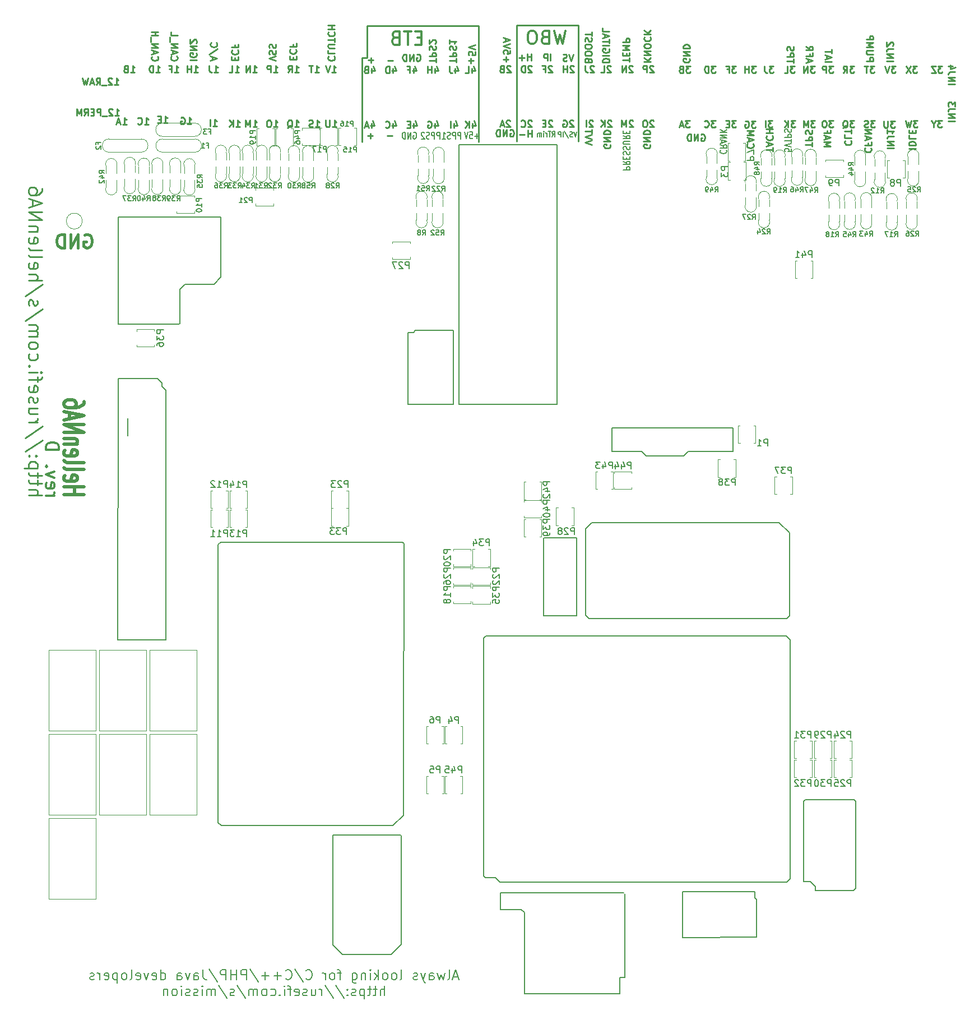
<source format=gbo>
G04 #@! TF.GenerationSoftware,KiCad,Pcbnew,8.0.3-8.0.3-0~ubuntu22.04.1*
G04 #@! TF.CreationDate,2024-06-24T03:32:25+00:00*
G04 #@! TF.ProjectId,hellen64_NA6_94,68656c6c-656e-4363-945f-4e41365f3934,b*
G04 #@! TF.SameCoordinates,PX141ef50PYa2cc1bc*
G04 #@! TF.FileFunction,Legend,Bot*
G04 #@! TF.FilePolarity,Positive*
%FSLAX46Y46*%
G04 Gerber Fmt 4.6, Leading zero omitted, Abs format (unit mm)*
G04 Created by KiCad (PCBNEW 8.0.3-8.0.3-0~ubuntu22.04.1) date 2024-06-24 03:32:25*
%MOMM*%
%LPD*%
G01*
G04 APERTURE LIST*
%ADD10C,0.250000*%
%ADD11C,0.223520*%
%ADD12C,0.350000*%
%ADD13C,0.200000*%
%ADD14C,0.150000*%
%ADD15C,0.500000*%
%ADD16C,0.400000*%
%ADD17C,0.205000*%
%ADD18C,0.300000*%
%ADD19C,0.127000*%
%ADD20C,0.170000*%
%ADD21C,0.099060*%
%ADD22C,0.120000*%
G04 APERTURE END LIST*
D10*
X74621680Y150555340D02*
X74621680Y133045340D01*
X83921680Y133045340D02*
X83921680Y150555340D01*
X51301680Y145655340D02*
X51301680Y132945340D01*
X68911680Y132945340D02*
X68911680Y150455340D01*
X51291680Y145705340D02*
X52071680Y145705340D01*
X52061680Y150455340D02*
X52061680Y145695340D01*
X68911680Y150455340D02*
X52061680Y150455340D01*
X83921680Y150555340D02*
X74621680Y150555340D01*
D11*
X21281012Y135856944D02*
X21861584Y135856944D01*
X21571298Y135856944D02*
X21571298Y136872944D01*
X21571298Y136872944D02*
X21668060Y136727801D01*
X21668060Y136727801D02*
X21764822Y136631039D01*
X21764822Y136631039D02*
X21861584Y136582658D01*
X20845584Y136389134D02*
X20506917Y136389134D01*
X20361774Y135856944D02*
X20845584Y135856944D01*
X20845584Y135856944D02*
X20845584Y136872944D01*
X20845584Y136872944D02*
X20361774Y136872944D01*
X125611666Y144432604D02*
X124982713Y144432604D01*
X124982713Y144432604D02*
X125321380Y144045556D01*
X125321380Y144045556D02*
X125176237Y144045556D01*
X125176237Y144045556D02*
X125079475Y143997175D01*
X125079475Y143997175D02*
X125031094Y143948794D01*
X125031094Y143948794D02*
X124982713Y143852032D01*
X124982713Y143852032D02*
X124982713Y143610127D01*
X124982713Y143610127D02*
X125031094Y143513365D01*
X125031094Y143513365D02*
X125079475Y143464984D01*
X125079475Y143464984D02*
X125176237Y143416604D01*
X125176237Y143416604D02*
X125466523Y143416604D01*
X125466523Y143416604D02*
X125563285Y143464984D01*
X125563285Y143464984D02*
X125611666Y143513365D01*
X123966713Y143416604D02*
X124305380Y143900413D01*
X124547285Y143416604D02*
X124547285Y144432604D01*
X124547285Y144432604D02*
X124160237Y144432604D01*
X124160237Y144432604D02*
X124063475Y144384223D01*
X124063475Y144384223D02*
X124015094Y144335842D01*
X124015094Y144335842D02*
X123966713Y144239080D01*
X123966713Y144239080D02*
X123966713Y144093937D01*
X123966713Y144093937D02*
X124015094Y143997175D01*
X124015094Y143997175D02*
X124063475Y143948794D01*
X124063475Y143948794D02*
X124160237Y143900413D01*
X124160237Y143900413D02*
X124547285Y143900413D01*
D12*
X82026441Y149748302D02*
X81550251Y147748302D01*
X81550251Y147748302D02*
X81169298Y149176874D01*
X81169298Y149176874D02*
X80788346Y147748302D01*
X80788346Y147748302D02*
X80312156Y149748302D01*
X78883584Y148795921D02*
X78597870Y148700683D01*
X78597870Y148700683D02*
X78502632Y148605445D01*
X78502632Y148605445D02*
X78407394Y148414969D01*
X78407394Y148414969D02*
X78407394Y148129255D01*
X78407394Y148129255D02*
X78502632Y147938779D01*
X78502632Y147938779D02*
X78597870Y147843540D01*
X78597870Y147843540D02*
X78788346Y147748302D01*
X78788346Y147748302D02*
X79550251Y147748302D01*
X79550251Y147748302D02*
X79550251Y149748302D01*
X79550251Y149748302D02*
X78883584Y149748302D01*
X78883584Y149748302D02*
X78693108Y149653064D01*
X78693108Y149653064D02*
X78597870Y149557826D01*
X78597870Y149557826D02*
X78502632Y149367350D01*
X78502632Y149367350D02*
X78502632Y149176874D01*
X78502632Y149176874D02*
X78597870Y148986398D01*
X78597870Y148986398D02*
X78693108Y148891160D01*
X78693108Y148891160D02*
X78883584Y148795921D01*
X78883584Y148795921D02*
X79550251Y148795921D01*
X77169299Y149748302D02*
X76788346Y149748302D01*
X76788346Y149748302D02*
X76597870Y149653064D01*
X76597870Y149653064D02*
X76407394Y149462588D01*
X76407394Y149462588D02*
X76312156Y149081636D01*
X76312156Y149081636D02*
X76312156Y148414969D01*
X76312156Y148414969D02*
X76407394Y148034017D01*
X76407394Y148034017D02*
X76597870Y147843540D01*
X76597870Y147843540D02*
X76788346Y147748302D01*
X76788346Y147748302D02*
X77169299Y147748302D01*
X77169299Y147748302D02*
X77359775Y147843540D01*
X77359775Y147843540D02*
X77550251Y148034017D01*
X77550251Y148034017D02*
X77645489Y148414969D01*
X77645489Y148414969D02*
X77645489Y149081636D01*
X77645489Y149081636D02*
X77550251Y149462588D01*
X77550251Y149462588D02*
X77359775Y149653064D01*
X77359775Y149653064D02*
X77169299Y149748302D01*
D11*
X83174156Y146182944D02*
X82835489Y145166944D01*
X82835489Y145166944D02*
X82496822Y146182944D01*
X82206537Y145215324D02*
X82061394Y145166944D01*
X82061394Y145166944D02*
X81819489Y145166944D01*
X81819489Y145166944D02*
X81722727Y145215324D01*
X81722727Y145215324D02*
X81674346Y145263705D01*
X81674346Y145263705D02*
X81625965Y145360467D01*
X81625965Y145360467D02*
X81625965Y145457229D01*
X81625965Y145457229D02*
X81674346Y145553991D01*
X81674346Y145553991D02*
X81722727Y145602372D01*
X81722727Y145602372D02*
X81819489Y145650753D01*
X81819489Y145650753D02*
X82013013Y145699134D01*
X82013013Y145699134D02*
X82109775Y145747515D01*
X82109775Y145747515D02*
X82158156Y145795896D01*
X82158156Y145795896D02*
X82206537Y145892658D01*
X82206537Y145892658D02*
X82206537Y145989420D01*
X82206537Y145989420D02*
X82158156Y146086182D01*
X82158156Y146086182D02*
X82109775Y146134563D01*
X82109775Y146134563D02*
X82013013Y146182944D01*
X82013013Y146182944D02*
X81771108Y146182944D01*
X81771108Y146182944D02*
X81625965Y146134563D01*
X52898727Y133883991D02*
X52124632Y133883991D01*
X52511679Y133496944D02*
X52511679Y134271039D01*
X59026904Y144018937D02*
X59026904Y143341604D01*
X59268809Y144405984D02*
X59510714Y143680270D01*
X59510714Y143680270D02*
X58881761Y143680270D01*
X58156047Y143873794D02*
X58494714Y143873794D01*
X58494714Y143341604D02*
X58494714Y144357604D01*
X58494714Y144357604D02*
X58010904Y144357604D01*
X122460857Y136177604D02*
X121831904Y136177604D01*
X121831904Y136177604D02*
X122170571Y135790556D01*
X122170571Y135790556D02*
X122025428Y135790556D01*
X122025428Y135790556D02*
X121928666Y135742175D01*
X121928666Y135742175D02*
X121880285Y135693794D01*
X121880285Y135693794D02*
X121831904Y135597032D01*
X121831904Y135597032D02*
X121831904Y135355127D01*
X121831904Y135355127D02*
X121880285Y135258365D01*
X121880285Y135258365D02*
X121928666Y135209984D01*
X121928666Y135209984D02*
X122025428Y135161604D01*
X122025428Y135161604D02*
X122315714Y135161604D01*
X122315714Y135161604D02*
X122412476Y135209984D01*
X122412476Y135209984D02*
X122460857Y135258365D01*
X121202952Y136177604D02*
X121009428Y136177604D01*
X121009428Y136177604D02*
X120912666Y136129223D01*
X120912666Y136129223D02*
X120815904Y136032461D01*
X120815904Y136032461D02*
X120767523Y135838937D01*
X120767523Y135838937D02*
X120767523Y135500270D01*
X120767523Y135500270D02*
X120815904Y135306746D01*
X120815904Y135306746D02*
X120912666Y135209984D01*
X120912666Y135209984D02*
X121009428Y135161604D01*
X121009428Y135161604D02*
X121202952Y135161604D01*
X121202952Y135161604D02*
X121299714Y135209984D01*
X121299714Y135209984D02*
X121396476Y135306746D01*
X121396476Y135306746D02*
X121444857Y135500270D01*
X121444857Y135500270D02*
X121444857Y135838937D01*
X121444857Y135838937D02*
X121396476Y136032461D01*
X121396476Y136032461D02*
X121299714Y136129223D01*
X121299714Y136129223D02*
X121202952Y136177604D01*
X37931904Y135211604D02*
X38512476Y135211604D01*
X38222190Y135211604D02*
X38222190Y136227604D01*
X38222190Y136227604D02*
X38318952Y136082461D01*
X38318952Y136082461D02*
X38415714Y135985699D01*
X38415714Y135985699D02*
X38512476Y135937318D01*
X37302952Y136227604D02*
X37109428Y136227604D01*
X37109428Y136227604D02*
X37012666Y136179223D01*
X37012666Y136179223D02*
X36915904Y136082461D01*
X36915904Y136082461D02*
X36867523Y135888937D01*
X36867523Y135888937D02*
X36867523Y135550270D01*
X36867523Y135550270D02*
X36915904Y135356746D01*
X36915904Y135356746D02*
X37012666Y135259984D01*
X37012666Y135259984D02*
X37109428Y135211604D01*
X37109428Y135211604D02*
X37302952Y135211604D01*
X37302952Y135211604D02*
X37399714Y135259984D01*
X37399714Y135259984D02*
X37496476Y135356746D01*
X37496476Y135356746D02*
X37544857Y135550270D01*
X37544857Y135550270D02*
X37544857Y135888937D01*
X37544857Y135888937D02*
X37496476Y136082461D01*
X37496476Y136082461D02*
X37399714Y136179223D01*
X37399714Y136179223D02*
X37302952Y136227604D01*
X113339283Y131499436D02*
X113339283Y132080008D01*
X112323283Y131789722D02*
X113339283Y131789722D01*
X112613568Y132370293D02*
X112613568Y132854103D01*
X112323283Y132273531D02*
X113339283Y132612198D01*
X113339283Y132612198D02*
X112323283Y132950865D01*
X112420044Y133870103D02*
X112371664Y133821722D01*
X112371664Y133821722D02*
X112323283Y133676579D01*
X112323283Y133676579D02*
X112323283Y133579817D01*
X112323283Y133579817D02*
X112371664Y133434674D01*
X112371664Y133434674D02*
X112468425Y133337912D01*
X112468425Y133337912D02*
X112565187Y133289531D01*
X112565187Y133289531D02*
X112758711Y133241150D01*
X112758711Y133241150D02*
X112903854Y133241150D01*
X112903854Y133241150D02*
X113097378Y133289531D01*
X113097378Y133289531D02*
X113194140Y133337912D01*
X113194140Y133337912D02*
X113290902Y133434674D01*
X113290902Y133434674D02*
X113339283Y133579817D01*
X113339283Y133579817D02*
X113339283Y133676579D01*
X113339283Y133676579D02*
X113290902Y133821722D01*
X113290902Y133821722D02*
X113242521Y133870103D01*
X112323283Y134305531D02*
X113339283Y134305531D01*
X112855473Y134305531D02*
X112855473Y134886103D01*
X112323283Y134886103D02*
X113339283Y134886103D01*
X32095951Y143466604D02*
X32676523Y143466604D01*
X32386237Y143466604D02*
X32386237Y144482604D01*
X32386237Y144482604D02*
X32482999Y144337461D01*
X32482999Y144337461D02*
X32579761Y144240699D01*
X32579761Y144240699D02*
X32676523Y144192318D01*
X31176713Y143466604D02*
X31660523Y143466604D01*
X31660523Y143466604D02*
X31660523Y144482604D01*
X113425714Y144432604D02*
X112796761Y144432604D01*
X112796761Y144432604D02*
X113135428Y144045556D01*
X113135428Y144045556D02*
X112990285Y144045556D01*
X112990285Y144045556D02*
X112893523Y143997175D01*
X112893523Y143997175D02*
X112845142Y143948794D01*
X112845142Y143948794D02*
X112796761Y143852032D01*
X112796761Y143852032D02*
X112796761Y143610127D01*
X112796761Y143610127D02*
X112845142Y143513365D01*
X112845142Y143513365D02*
X112893523Y143464984D01*
X112893523Y143464984D02*
X112990285Y143416604D01*
X112990285Y143416604D02*
X113280571Y143416604D01*
X113280571Y143416604D02*
X113377333Y143464984D01*
X113377333Y143464984D02*
X113425714Y143513365D01*
X112071047Y144432604D02*
X112071047Y143706889D01*
X112071047Y143706889D02*
X112119428Y143561746D01*
X112119428Y143561746D02*
X112216190Y143464984D01*
X112216190Y143464984D02*
X112361333Y143416604D01*
X112361333Y143416604D02*
X112458095Y143416604D01*
X124290044Y133151532D02*
X124241664Y133103151D01*
X124241664Y133103151D02*
X124193283Y132958008D01*
X124193283Y132958008D02*
X124193283Y132861246D01*
X124193283Y132861246D02*
X124241664Y132716103D01*
X124241664Y132716103D02*
X124338425Y132619341D01*
X124338425Y132619341D02*
X124435187Y132570960D01*
X124435187Y132570960D02*
X124628711Y132522579D01*
X124628711Y132522579D02*
X124773854Y132522579D01*
X124773854Y132522579D02*
X124967378Y132570960D01*
X124967378Y132570960D02*
X125064140Y132619341D01*
X125064140Y132619341D02*
X125160902Y132716103D01*
X125160902Y132716103D02*
X125209283Y132861246D01*
X125209283Y132861246D02*
X125209283Y132958008D01*
X125209283Y132958008D02*
X125160902Y133103151D01*
X125160902Y133103151D02*
X125112521Y133151532D01*
X124193283Y134070770D02*
X124193283Y133586960D01*
X124193283Y133586960D02*
X125209283Y133586960D01*
X125209283Y134264293D02*
X125209283Y134844865D01*
X124193283Y134554579D02*
X125209283Y134554579D01*
X125635857Y136177604D02*
X125006904Y136177604D01*
X125006904Y136177604D02*
X125345571Y135790556D01*
X125345571Y135790556D02*
X125200428Y135790556D01*
X125200428Y135790556D02*
X125103666Y135742175D01*
X125103666Y135742175D02*
X125055285Y135693794D01*
X125055285Y135693794D02*
X125006904Y135597032D01*
X125006904Y135597032D02*
X125006904Y135355127D01*
X125006904Y135355127D02*
X125055285Y135258365D01*
X125055285Y135258365D02*
X125103666Y135209984D01*
X125103666Y135209984D02*
X125200428Y135161604D01*
X125200428Y135161604D02*
X125490714Y135161604D01*
X125490714Y135161604D02*
X125587476Y135209984D01*
X125587476Y135209984D02*
X125635857Y135258365D01*
X123894142Y135064842D02*
X123990904Y135113223D01*
X123990904Y135113223D02*
X124087666Y135209984D01*
X124087666Y135209984D02*
X124232809Y135355127D01*
X124232809Y135355127D02*
X124329571Y135403508D01*
X124329571Y135403508D02*
X124426333Y135403508D01*
X124377952Y135161604D02*
X124474714Y135209984D01*
X124474714Y135209984D02*
X124571476Y135306746D01*
X124571476Y135306746D02*
X124619857Y135500270D01*
X124619857Y135500270D02*
X124619857Y135838937D01*
X124619857Y135838937D02*
X124571476Y136032461D01*
X124571476Y136032461D02*
X124474714Y136129223D01*
X124474714Y136129223D02*
X124377952Y136177604D01*
X124377952Y136177604D02*
X124184428Y136177604D01*
X124184428Y136177604D02*
X124087666Y136129223D01*
X124087666Y136129223D02*
X123990904Y136032461D01*
X123990904Y136032461D02*
X123942523Y135838937D01*
X123942523Y135838937D02*
X123942523Y135500270D01*
X123942523Y135500270D02*
X123990904Y135306746D01*
X123990904Y135306746D02*
X124087666Y135209984D01*
X124087666Y135209984D02*
X124184428Y135161604D01*
X124184428Y135161604D02*
X124377952Y135161604D01*
X40850473Y145419198D02*
X40850473Y145757865D01*
X40318283Y145903008D02*
X40318283Y145419198D01*
X40318283Y145419198D02*
X41334283Y145419198D01*
X41334283Y145419198D02*
X41334283Y145903008D01*
X40415044Y146919008D02*
X40366664Y146870627D01*
X40366664Y146870627D02*
X40318283Y146725484D01*
X40318283Y146725484D02*
X40318283Y146628722D01*
X40318283Y146628722D02*
X40366664Y146483579D01*
X40366664Y146483579D02*
X40463425Y146386817D01*
X40463425Y146386817D02*
X40560187Y146338436D01*
X40560187Y146338436D02*
X40753711Y146290055D01*
X40753711Y146290055D02*
X40898854Y146290055D01*
X40898854Y146290055D02*
X41092378Y146338436D01*
X41092378Y146338436D02*
X41189140Y146386817D01*
X41189140Y146386817D02*
X41285902Y146483579D01*
X41285902Y146483579D02*
X41334283Y146628722D01*
X41334283Y146628722D02*
X41334283Y146725484D01*
X41334283Y146725484D02*
X41285902Y146870627D01*
X41285902Y146870627D02*
X41237521Y146919008D01*
X40850473Y147693103D02*
X40850473Y147354436D01*
X40318283Y147354436D02*
X41334283Y147354436D01*
X41334283Y147354436D02*
X41334283Y147838246D01*
X20127713Y143466604D02*
X20708285Y143466604D01*
X20417999Y143466604D02*
X20417999Y144482604D01*
X20417999Y144482604D02*
X20514761Y144337461D01*
X20514761Y144337461D02*
X20611523Y144240699D01*
X20611523Y144240699D02*
X20708285Y144192318D01*
X19692285Y143466604D02*
X19692285Y144482604D01*
X19692285Y144482604D02*
X19450380Y144482604D01*
X19450380Y144482604D02*
X19305237Y144434223D01*
X19305237Y144434223D02*
X19208475Y144337461D01*
X19208475Y144337461D02*
X19160094Y144240699D01*
X19160094Y144240699D02*
X19111713Y144047175D01*
X19111713Y144047175D02*
X19111713Y143902032D01*
X19111713Y143902032D02*
X19160094Y143708508D01*
X19160094Y143708508D02*
X19208475Y143611746D01*
X19208475Y143611746D02*
X19305237Y143514984D01*
X19305237Y143514984D02*
X19450380Y143466604D01*
X19450380Y143466604D02*
X19692285Y143466604D01*
D13*
X68930250Y133832767D02*
X68320727Y133832767D01*
X68625488Y133445720D02*
X68625488Y134219815D01*
X67558822Y134461720D02*
X67939774Y134461720D01*
X67939774Y134461720D02*
X67977870Y133977910D01*
X67977870Y133977910D02*
X67939774Y134026291D01*
X67939774Y134026291D02*
X67863584Y134074672D01*
X67863584Y134074672D02*
X67673108Y134074672D01*
X67673108Y134074672D02*
X67596917Y134026291D01*
X67596917Y134026291D02*
X67558822Y133977910D01*
X67558822Y133977910D02*
X67520727Y133881148D01*
X67520727Y133881148D02*
X67520727Y133639243D01*
X67520727Y133639243D02*
X67558822Y133542481D01*
X67558822Y133542481D02*
X67596917Y133494100D01*
X67596917Y133494100D02*
X67673108Y133445720D01*
X67673108Y133445720D02*
X67863584Y133445720D01*
X67863584Y133445720D02*
X67939774Y133494100D01*
X67939774Y133494100D02*
X67977870Y133542481D01*
X67292155Y134461720D02*
X67025488Y133445720D01*
X67025488Y133445720D02*
X66758822Y134461720D01*
D11*
X91689283Y145046864D02*
X91689283Y145627436D01*
X90673283Y145337150D02*
X91689283Y145337150D01*
X91205473Y145966102D02*
X91205473Y146304769D01*
X90673283Y146449912D02*
X90673283Y145966102D01*
X90673283Y145966102D02*
X91689283Y145966102D01*
X91689283Y145966102D02*
X91689283Y146449912D01*
X90673283Y146885340D02*
X91689283Y146885340D01*
X91689283Y146885340D02*
X90963568Y147224007D01*
X90963568Y147224007D02*
X91689283Y147562674D01*
X91689283Y147562674D02*
X90673283Y147562674D01*
X90673283Y148046483D02*
X91689283Y148046483D01*
X91689283Y148046483D02*
X91689283Y148433531D01*
X91689283Y148433531D02*
X91640902Y148530293D01*
X91640902Y148530293D02*
X91592521Y148578674D01*
X91592521Y148578674D02*
X91495759Y148627055D01*
X91495759Y148627055D02*
X91350616Y148627055D01*
X91350616Y148627055D02*
X91253854Y148578674D01*
X91253854Y148578674D02*
X91205473Y148530293D01*
X91205473Y148530293D02*
X91157092Y148433531D01*
X91157092Y148433531D02*
X91157092Y148046483D01*
D13*
X66183108Y133425720D02*
X66183108Y134441720D01*
X66183108Y134441720D02*
X65878346Y134441720D01*
X65878346Y134441720D02*
X65802156Y134393339D01*
X65802156Y134393339D02*
X65764061Y134344958D01*
X65764061Y134344958D02*
X65725965Y134248196D01*
X65725965Y134248196D02*
X65725965Y134103053D01*
X65725965Y134103053D02*
X65764061Y134006291D01*
X65764061Y134006291D02*
X65802156Y133957910D01*
X65802156Y133957910D02*
X65878346Y133909529D01*
X65878346Y133909529D02*
X66183108Y133909529D01*
X65383108Y133425720D02*
X65383108Y134441720D01*
X65383108Y134441720D02*
X65078346Y134441720D01*
X65078346Y134441720D02*
X65002156Y134393339D01*
X65002156Y134393339D02*
X64964061Y134344958D01*
X64964061Y134344958D02*
X64925965Y134248196D01*
X64925965Y134248196D02*
X64925965Y134103053D01*
X64925965Y134103053D02*
X64964061Y134006291D01*
X64964061Y134006291D02*
X65002156Y133957910D01*
X65002156Y133957910D02*
X65078346Y133909529D01*
X65078346Y133909529D02*
X65383108Y133909529D01*
X64621204Y133474100D02*
X64506918Y133425720D01*
X64506918Y133425720D02*
X64316442Y133425720D01*
X64316442Y133425720D02*
X64240251Y133474100D01*
X64240251Y133474100D02*
X64202156Y133522481D01*
X64202156Y133522481D02*
X64164061Y133619243D01*
X64164061Y133619243D02*
X64164061Y133716005D01*
X64164061Y133716005D02*
X64202156Y133812767D01*
X64202156Y133812767D02*
X64240251Y133861148D01*
X64240251Y133861148D02*
X64316442Y133909529D01*
X64316442Y133909529D02*
X64468823Y133957910D01*
X64468823Y133957910D02*
X64545013Y134006291D01*
X64545013Y134006291D02*
X64583108Y134054672D01*
X64583108Y134054672D02*
X64621204Y134151434D01*
X64621204Y134151434D02*
X64621204Y134248196D01*
X64621204Y134248196D02*
X64583108Y134344958D01*
X64583108Y134344958D02*
X64545013Y134393339D01*
X64545013Y134393339D02*
X64468823Y134441720D01*
X64468823Y134441720D02*
X64278346Y134441720D01*
X64278346Y134441720D02*
X64164061Y134393339D01*
X63402156Y133425720D02*
X63859299Y133425720D01*
X63630727Y133425720D02*
X63630727Y134441720D01*
X63630727Y134441720D02*
X63706918Y134296577D01*
X63706918Y134296577D02*
X63783108Y134199815D01*
X63783108Y134199815D02*
X63859299Y134151434D01*
D11*
X100846666Y144432604D02*
X100217713Y144432604D01*
X100217713Y144432604D02*
X100556380Y144045556D01*
X100556380Y144045556D02*
X100411237Y144045556D01*
X100411237Y144045556D02*
X100314475Y143997175D01*
X100314475Y143997175D02*
X100266094Y143948794D01*
X100266094Y143948794D02*
X100217713Y143852032D01*
X100217713Y143852032D02*
X100217713Y143610127D01*
X100217713Y143610127D02*
X100266094Y143513365D01*
X100266094Y143513365D02*
X100314475Y143464984D01*
X100314475Y143464984D02*
X100411237Y143416604D01*
X100411237Y143416604D02*
X100701523Y143416604D01*
X100701523Y143416604D02*
X100798285Y143464984D01*
X100798285Y143464984D02*
X100846666Y143513365D01*
X99443618Y143948794D02*
X99298475Y143900413D01*
X99298475Y143900413D02*
X99250094Y143852032D01*
X99250094Y143852032D02*
X99201713Y143755270D01*
X99201713Y143755270D02*
X99201713Y143610127D01*
X99201713Y143610127D02*
X99250094Y143513365D01*
X99250094Y143513365D02*
X99298475Y143464984D01*
X99298475Y143464984D02*
X99395237Y143416604D01*
X99395237Y143416604D02*
X99782285Y143416604D01*
X99782285Y143416604D02*
X99782285Y144432604D01*
X99782285Y144432604D02*
X99443618Y144432604D01*
X99443618Y144432604D02*
X99346856Y144384223D01*
X99346856Y144384223D02*
X99298475Y144335842D01*
X99298475Y144335842D02*
X99250094Y144239080D01*
X99250094Y144239080D02*
X99250094Y144142318D01*
X99250094Y144142318D02*
X99298475Y144045556D01*
X99298475Y144045556D02*
X99346856Y143997175D01*
X99346856Y143997175D02*
X99443618Y143948794D01*
X99443618Y143948794D02*
X99782285Y143948794D01*
X67989475Y135763937D02*
X67989475Y135086604D01*
X68231380Y136150984D02*
X68473285Y135425270D01*
X68473285Y135425270D02*
X67844332Y135425270D01*
X67457285Y135086604D02*
X67457285Y136102604D01*
X66876713Y135086604D02*
X67312142Y135667175D01*
X66876713Y136102604D02*
X67457285Y135522032D01*
D14*
X83731679Y134518045D02*
X83498346Y133718045D01*
X83498346Y133718045D02*
X83265012Y134518045D01*
X83065012Y133756140D02*
X82965012Y133718045D01*
X82965012Y133718045D02*
X82798346Y133718045D01*
X82798346Y133718045D02*
X82731679Y133756140D01*
X82731679Y133756140D02*
X82698346Y133794236D01*
X82698346Y133794236D02*
X82665012Y133870426D01*
X82665012Y133870426D02*
X82665012Y133946617D01*
X82665012Y133946617D02*
X82698346Y134022807D01*
X82698346Y134022807D02*
X82731679Y134060902D01*
X82731679Y134060902D02*
X82798346Y134098998D01*
X82798346Y134098998D02*
X82931679Y134137093D01*
X82931679Y134137093D02*
X82998346Y134175188D01*
X82998346Y134175188D02*
X83031679Y134213283D01*
X83031679Y134213283D02*
X83065012Y134289474D01*
X83065012Y134289474D02*
X83065012Y134365664D01*
X83065012Y134365664D02*
X83031679Y134441855D01*
X83031679Y134441855D02*
X82998346Y134479950D01*
X82998346Y134479950D02*
X82931679Y134518045D01*
X82931679Y134518045D02*
X82765012Y134518045D01*
X82765012Y134518045D02*
X82665012Y134479950D01*
X81865012Y134556140D02*
X82465012Y133527569D01*
X81631679Y133718045D02*
X81631679Y134518045D01*
X81298346Y133718045D02*
X81298346Y134518045D01*
X81298346Y134518045D02*
X81031679Y134518045D01*
X81031679Y134518045D02*
X80965013Y134479950D01*
X80965013Y134479950D02*
X80931679Y134441855D01*
X80931679Y134441855D02*
X80898346Y134365664D01*
X80898346Y134365664D02*
X80898346Y134251379D01*
X80898346Y134251379D02*
X80931679Y134175188D01*
X80931679Y134175188D02*
X80965013Y134137093D01*
X80965013Y134137093D02*
X81031679Y134098998D01*
X81031679Y134098998D02*
X81298346Y134098998D01*
D11*
X102500774Y134089563D02*
X102597536Y134137944D01*
X102597536Y134137944D02*
X102742679Y134137944D01*
X102742679Y134137944D02*
X102887822Y134089563D01*
X102887822Y134089563D02*
X102984584Y133992801D01*
X102984584Y133992801D02*
X103032965Y133896039D01*
X103032965Y133896039D02*
X103081346Y133702515D01*
X103081346Y133702515D02*
X103081346Y133557372D01*
X103081346Y133557372D02*
X103032965Y133363848D01*
X103032965Y133363848D02*
X102984584Y133267086D01*
X102984584Y133267086D02*
X102887822Y133170324D01*
X102887822Y133170324D02*
X102742679Y133121944D01*
X102742679Y133121944D02*
X102645917Y133121944D01*
X102645917Y133121944D02*
X102500774Y133170324D01*
X102500774Y133170324D02*
X102452393Y133218705D01*
X102452393Y133218705D02*
X102452393Y133557372D01*
X102452393Y133557372D02*
X102645917Y133557372D01*
X102016965Y133121944D02*
X102016965Y134137944D01*
X102016965Y134137944D02*
X101436393Y133121944D01*
X101436393Y133121944D02*
X101436393Y134137944D01*
X100952584Y133121944D02*
X100952584Y134137944D01*
X100952584Y134137944D02*
X100710679Y134137944D01*
X100710679Y134137944D02*
X100565536Y134089563D01*
X100565536Y134089563D02*
X100468774Y133992801D01*
X100468774Y133992801D02*
X100420393Y133896039D01*
X100420393Y133896039D02*
X100372012Y133702515D01*
X100372012Y133702515D02*
X100372012Y133557372D01*
X100372012Y133557372D02*
X100420393Y133363848D01*
X100420393Y133363848D02*
X100468774Y133267086D01*
X100468774Y133267086D02*
X100565536Y133170324D01*
X100565536Y133170324D02*
X100710679Y133121944D01*
X100710679Y133121944D02*
X100952584Y133121944D01*
D13*
X90732059Y128751055D02*
X91748059Y128751055D01*
X91748059Y128751055D02*
X91748059Y129055817D01*
X91748059Y129055817D02*
X91699678Y129132007D01*
X91699678Y129132007D02*
X91651297Y129170102D01*
X91651297Y129170102D02*
X91554535Y129208198D01*
X91554535Y129208198D02*
X91409392Y129208198D01*
X91409392Y129208198D02*
X91312630Y129170102D01*
X91312630Y129170102D02*
X91264249Y129132007D01*
X91264249Y129132007D02*
X91215868Y129055817D01*
X91215868Y129055817D02*
X91215868Y128751055D01*
X90732059Y130008198D02*
X91215868Y129741531D01*
X90732059Y129551055D02*
X91748059Y129551055D01*
X91748059Y129551055D02*
X91748059Y129855817D01*
X91748059Y129855817D02*
X91699678Y129932007D01*
X91699678Y129932007D02*
X91651297Y129970102D01*
X91651297Y129970102D02*
X91554535Y130008198D01*
X91554535Y130008198D02*
X91409392Y130008198D01*
X91409392Y130008198D02*
X91312630Y129970102D01*
X91312630Y129970102D02*
X91264249Y129932007D01*
X91264249Y129932007D02*
X91215868Y129855817D01*
X91215868Y129855817D02*
X91215868Y129551055D01*
X91264249Y130351055D02*
X91264249Y130617721D01*
X90732059Y130732007D02*
X90732059Y130351055D01*
X90732059Y130351055D02*
X91748059Y130351055D01*
X91748059Y130351055D02*
X91748059Y130732007D01*
X90780440Y131036769D02*
X90732059Y131151055D01*
X90732059Y131151055D02*
X90732059Y131341531D01*
X90732059Y131341531D02*
X90780440Y131417722D01*
X90780440Y131417722D02*
X90828820Y131455817D01*
X90828820Y131455817D02*
X90925582Y131493912D01*
X90925582Y131493912D02*
X91022344Y131493912D01*
X91022344Y131493912D02*
X91119106Y131455817D01*
X91119106Y131455817D02*
X91167487Y131417722D01*
X91167487Y131417722D02*
X91215868Y131341531D01*
X91215868Y131341531D02*
X91264249Y131189150D01*
X91264249Y131189150D02*
X91312630Y131112960D01*
X91312630Y131112960D02*
X91361011Y131074865D01*
X91361011Y131074865D02*
X91457773Y131036769D01*
X91457773Y131036769D02*
X91554535Y131036769D01*
X91554535Y131036769D02*
X91651297Y131074865D01*
X91651297Y131074865D02*
X91699678Y131112960D01*
X91699678Y131112960D02*
X91748059Y131189150D01*
X91748059Y131189150D02*
X91748059Y131379627D01*
X91748059Y131379627D02*
X91699678Y131493912D01*
X90780440Y131798674D02*
X90732059Y131912960D01*
X90732059Y131912960D02*
X90732059Y132103436D01*
X90732059Y132103436D02*
X90780440Y132179627D01*
X90780440Y132179627D02*
X90828820Y132217722D01*
X90828820Y132217722D02*
X90925582Y132255817D01*
X90925582Y132255817D02*
X91022344Y132255817D01*
X91022344Y132255817D02*
X91119106Y132217722D01*
X91119106Y132217722D02*
X91167487Y132179627D01*
X91167487Y132179627D02*
X91215868Y132103436D01*
X91215868Y132103436D02*
X91264249Y131951055D01*
X91264249Y131951055D02*
X91312630Y131874865D01*
X91312630Y131874865D02*
X91361011Y131836770D01*
X91361011Y131836770D02*
X91457773Y131798674D01*
X91457773Y131798674D02*
X91554535Y131798674D01*
X91554535Y131798674D02*
X91651297Y131836770D01*
X91651297Y131836770D02*
X91699678Y131874865D01*
X91699678Y131874865D02*
X91748059Y131951055D01*
X91748059Y131951055D02*
X91748059Y132141532D01*
X91748059Y132141532D02*
X91699678Y132255817D01*
X91748059Y132598675D02*
X90925582Y132598675D01*
X90925582Y132598675D02*
X90828820Y132636770D01*
X90828820Y132636770D02*
X90780440Y132674865D01*
X90780440Y132674865D02*
X90732059Y132751056D01*
X90732059Y132751056D02*
X90732059Y132903437D01*
X90732059Y132903437D02*
X90780440Y132979627D01*
X90780440Y132979627D02*
X90828820Y133017722D01*
X90828820Y133017722D02*
X90925582Y133055818D01*
X90925582Y133055818D02*
X91748059Y133055818D01*
X90732059Y133893913D02*
X91215868Y133627246D01*
X90732059Y133436770D02*
X91748059Y133436770D01*
X91748059Y133436770D02*
X91748059Y133741532D01*
X91748059Y133741532D02*
X91699678Y133817722D01*
X91699678Y133817722D02*
X91651297Y133855817D01*
X91651297Y133855817D02*
X91554535Y133893913D01*
X91554535Y133893913D02*
X91409392Y133893913D01*
X91409392Y133893913D02*
X91312630Y133855817D01*
X91312630Y133855817D02*
X91264249Y133817722D01*
X91264249Y133817722D02*
X91215868Y133741532D01*
X91215868Y133741532D02*
X91215868Y133436770D01*
X91264249Y134236770D02*
X91264249Y134503436D01*
X90732059Y134617722D02*
X90732059Y134236770D01*
X90732059Y134236770D02*
X91748059Y134236770D01*
X91748059Y134236770D02*
X91748059Y134617722D01*
D11*
X88750902Y132571246D02*
X88799283Y132474484D01*
X88799283Y132474484D02*
X88799283Y132329341D01*
X88799283Y132329341D02*
X88750902Y132184198D01*
X88750902Y132184198D02*
X88654140Y132087436D01*
X88654140Y132087436D02*
X88557378Y132039055D01*
X88557378Y132039055D02*
X88363854Y131990674D01*
X88363854Y131990674D02*
X88218711Y131990674D01*
X88218711Y131990674D02*
X88025187Y132039055D01*
X88025187Y132039055D02*
X87928425Y132087436D01*
X87928425Y132087436D02*
X87831664Y132184198D01*
X87831664Y132184198D02*
X87783283Y132329341D01*
X87783283Y132329341D02*
X87783283Y132426103D01*
X87783283Y132426103D02*
X87831664Y132571246D01*
X87831664Y132571246D02*
X87880044Y132619627D01*
X87880044Y132619627D02*
X88218711Y132619627D01*
X88218711Y132619627D02*
X88218711Y132426103D01*
X87783283Y133055055D02*
X88799283Y133055055D01*
X88799283Y133055055D02*
X87783283Y133635627D01*
X87783283Y133635627D02*
X88799283Y133635627D01*
X87783283Y134119436D02*
X88799283Y134119436D01*
X88799283Y134119436D02*
X88799283Y134361341D01*
X88799283Y134361341D02*
X88750902Y134506484D01*
X88750902Y134506484D02*
X88654140Y134603246D01*
X88654140Y134603246D02*
X88557378Y134651627D01*
X88557378Y134651627D02*
X88363854Y134700008D01*
X88363854Y134700008D02*
X88218711Y134700008D01*
X88218711Y134700008D02*
X88025187Y134651627D01*
X88025187Y134651627D02*
X87928425Y134603246D01*
X87928425Y134603246D02*
X87831664Y134506484D01*
X87831664Y134506484D02*
X87783283Y134361341D01*
X87783283Y134361341D02*
X87783283Y134119436D01*
X128762476Y136177604D02*
X128133523Y136177604D01*
X128133523Y136177604D02*
X128472190Y135790556D01*
X128472190Y135790556D02*
X128327047Y135790556D01*
X128327047Y135790556D02*
X128230285Y135742175D01*
X128230285Y135742175D02*
X128181904Y135693794D01*
X128181904Y135693794D02*
X128133523Y135597032D01*
X128133523Y135597032D02*
X128133523Y135355127D01*
X128133523Y135355127D02*
X128181904Y135258365D01*
X128181904Y135258365D02*
X128230285Y135209984D01*
X128230285Y135209984D02*
X128327047Y135161604D01*
X128327047Y135161604D02*
X128617333Y135161604D01*
X128617333Y135161604D02*
X128714095Y135209984D01*
X128714095Y135209984D02*
X128762476Y135258365D01*
X127746476Y135209984D02*
X127601333Y135161604D01*
X127601333Y135161604D02*
X127359428Y135161604D01*
X127359428Y135161604D02*
X127262666Y135209984D01*
X127262666Y135209984D02*
X127214285Y135258365D01*
X127214285Y135258365D02*
X127165904Y135355127D01*
X127165904Y135355127D02*
X127165904Y135451889D01*
X127165904Y135451889D02*
X127214285Y135548651D01*
X127214285Y135548651D02*
X127262666Y135597032D01*
X127262666Y135597032D02*
X127359428Y135645413D01*
X127359428Y135645413D02*
X127552952Y135693794D01*
X127552952Y135693794D02*
X127649714Y135742175D01*
X127649714Y135742175D02*
X127698095Y135790556D01*
X127698095Y135790556D02*
X127746476Y135887318D01*
X127746476Y135887318D02*
X127746476Y135984080D01*
X127746476Y135984080D02*
X127698095Y136080842D01*
X127698095Y136080842D02*
X127649714Y136129223D01*
X127649714Y136129223D02*
X127552952Y136177604D01*
X127552952Y136177604D02*
X127311047Y136177604D01*
X127311047Y136177604D02*
X127165904Y136129223D01*
X135209238Y136177604D02*
X134580285Y136177604D01*
X134580285Y136177604D02*
X134918952Y135790556D01*
X134918952Y135790556D02*
X134773809Y135790556D01*
X134773809Y135790556D02*
X134677047Y135742175D01*
X134677047Y135742175D02*
X134628666Y135693794D01*
X134628666Y135693794D02*
X134580285Y135597032D01*
X134580285Y135597032D02*
X134580285Y135355127D01*
X134580285Y135355127D02*
X134628666Y135258365D01*
X134628666Y135258365D02*
X134677047Y135209984D01*
X134677047Y135209984D02*
X134773809Y135161604D01*
X134773809Y135161604D02*
X135064095Y135161604D01*
X135064095Y135161604D02*
X135160857Y135209984D01*
X135160857Y135209984D02*
X135209238Y135258365D01*
X134241619Y136177604D02*
X133999714Y135161604D01*
X133999714Y135161604D02*
X133806190Y135887318D01*
X133806190Y135887318D02*
X133612666Y135161604D01*
X133612666Y135161604D02*
X133370762Y136177604D01*
X116721666Y136177604D02*
X116092713Y136177604D01*
X116092713Y136177604D02*
X116431380Y135790556D01*
X116431380Y135790556D02*
X116286237Y135790556D01*
X116286237Y135790556D02*
X116189475Y135742175D01*
X116189475Y135742175D02*
X116141094Y135693794D01*
X116141094Y135693794D02*
X116092713Y135597032D01*
X116092713Y135597032D02*
X116092713Y135355127D01*
X116092713Y135355127D02*
X116141094Y135258365D01*
X116141094Y135258365D02*
X116189475Y135209984D01*
X116189475Y135209984D02*
X116286237Y135161604D01*
X116286237Y135161604D02*
X116576523Y135161604D01*
X116576523Y135161604D02*
X116673285Y135209984D01*
X116673285Y135209984D02*
X116721666Y135258365D01*
X115657285Y135161604D02*
X115657285Y136177604D01*
X115076713Y135161604D02*
X115512142Y135742175D01*
X115076713Y136177604D02*
X115657285Y135597032D01*
X83257476Y144385842D02*
X83209095Y144434223D01*
X83209095Y144434223D02*
X83112333Y144482604D01*
X83112333Y144482604D02*
X82870428Y144482604D01*
X82870428Y144482604D02*
X82773666Y144434223D01*
X82773666Y144434223D02*
X82725285Y144385842D01*
X82725285Y144385842D02*
X82676904Y144289080D01*
X82676904Y144289080D02*
X82676904Y144192318D01*
X82676904Y144192318D02*
X82725285Y144047175D01*
X82725285Y144047175D02*
X83305857Y143466604D01*
X83305857Y143466604D02*
X82676904Y143466604D01*
X82241476Y143466604D02*
X82241476Y144482604D01*
X82241476Y143998794D02*
X81660904Y143998794D01*
X81660904Y143466604D02*
X81660904Y144482604D01*
X139793283Y136102293D02*
X140809283Y136102293D01*
X139793283Y136586103D02*
X140809283Y136586103D01*
X140809283Y136586103D02*
X139793283Y137166675D01*
X139793283Y137166675D02*
X140809283Y137166675D01*
X140809283Y137940770D02*
X140083568Y137940770D01*
X140083568Y137940770D02*
X139938425Y137892389D01*
X139938425Y137892389D02*
X139841664Y137795627D01*
X139841664Y137795627D02*
X139793283Y137650484D01*
X139793283Y137650484D02*
X139793283Y137553722D01*
X140809283Y138327817D02*
X140809283Y138956770D01*
X140809283Y138956770D02*
X140422235Y138618103D01*
X140422235Y138618103D02*
X140422235Y138763246D01*
X140422235Y138763246D02*
X140373854Y138860008D01*
X140373854Y138860008D02*
X140325473Y138908389D01*
X140325473Y138908389D02*
X140228711Y138956770D01*
X140228711Y138956770D02*
X139986806Y138956770D01*
X139986806Y138956770D02*
X139890044Y138908389D01*
X139890044Y138908389D02*
X139841664Y138860008D01*
X139841664Y138860008D02*
X139793283Y138763246D01*
X139793283Y138763246D02*
X139793283Y138472960D01*
X139793283Y138472960D02*
X139841664Y138376198D01*
X139841664Y138376198D02*
X139890044Y138327817D01*
X32085473Y145314198D02*
X32085473Y145652865D01*
X31553283Y145798008D02*
X31553283Y145314198D01*
X31553283Y145314198D02*
X32569283Y145314198D01*
X32569283Y145314198D02*
X32569283Y145798008D01*
X31650044Y146814008D02*
X31601664Y146765627D01*
X31601664Y146765627D02*
X31553283Y146620484D01*
X31553283Y146620484D02*
X31553283Y146523722D01*
X31553283Y146523722D02*
X31601664Y146378579D01*
X31601664Y146378579D02*
X31698425Y146281817D01*
X31698425Y146281817D02*
X31795187Y146233436D01*
X31795187Y146233436D02*
X31988711Y146185055D01*
X31988711Y146185055D02*
X32133854Y146185055D01*
X32133854Y146185055D02*
X32327378Y146233436D01*
X32327378Y146233436D02*
X32424140Y146281817D01*
X32424140Y146281817D02*
X32520902Y146378579D01*
X32520902Y146378579D02*
X32569283Y146523722D01*
X32569283Y146523722D02*
X32569283Y146620484D01*
X32569283Y146620484D02*
X32520902Y146765627D01*
X32520902Y146765627D02*
X32472521Y146814008D01*
X32085473Y147588103D02*
X32085473Y147249436D01*
X31553283Y147249436D02*
X32569283Y147249436D01*
X32569283Y147249436D02*
X32569283Y147733246D01*
X110746666Y136132604D02*
X110117713Y136132604D01*
X110117713Y136132604D02*
X110456380Y135745556D01*
X110456380Y135745556D02*
X110311237Y135745556D01*
X110311237Y135745556D02*
X110214475Y135697175D01*
X110214475Y135697175D02*
X110166094Y135648794D01*
X110166094Y135648794D02*
X110117713Y135552032D01*
X110117713Y135552032D02*
X110117713Y135310127D01*
X110117713Y135310127D02*
X110166094Y135213365D01*
X110166094Y135213365D02*
X110214475Y135164984D01*
X110214475Y135164984D02*
X110311237Y135116604D01*
X110311237Y135116604D02*
X110601523Y135116604D01*
X110601523Y135116604D02*
X110698285Y135164984D01*
X110698285Y135164984D02*
X110746666Y135213365D01*
X109150094Y136084223D02*
X109246856Y136132604D01*
X109246856Y136132604D02*
X109391999Y136132604D01*
X109391999Y136132604D02*
X109537142Y136084223D01*
X109537142Y136084223D02*
X109633904Y135987461D01*
X109633904Y135987461D02*
X109682285Y135890699D01*
X109682285Y135890699D02*
X109730666Y135697175D01*
X109730666Y135697175D02*
X109730666Y135552032D01*
X109730666Y135552032D02*
X109682285Y135358508D01*
X109682285Y135358508D02*
X109633904Y135261746D01*
X109633904Y135261746D02*
X109537142Y135164984D01*
X109537142Y135164984D02*
X109391999Y135116604D01*
X109391999Y135116604D02*
X109295237Y135116604D01*
X109295237Y135116604D02*
X109150094Y135164984D01*
X109150094Y135164984D02*
X109101713Y135213365D01*
X109101713Y135213365D02*
X109101713Y135552032D01*
X109101713Y135552032D02*
X109295237Y135552032D01*
X55938727Y145273991D02*
X55164632Y145273991D01*
X127300044Y132056770D02*
X127251664Y132008389D01*
X127251664Y132008389D02*
X127203283Y131863246D01*
X127203283Y131863246D02*
X127203283Y131766484D01*
X127203283Y131766484D02*
X127251664Y131621341D01*
X127251664Y131621341D02*
X127348425Y131524579D01*
X127348425Y131524579D02*
X127445187Y131476198D01*
X127445187Y131476198D02*
X127638711Y131427817D01*
X127638711Y131427817D02*
X127783854Y131427817D01*
X127783854Y131427817D02*
X127977378Y131476198D01*
X127977378Y131476198D02*
X128074140Y131524579D01*
X128074140Y131524579D02*
X128170902Y131621341D01*
X128170902Y131621341D02*
X128219283Y131766484D01*
X128219283Y131766484D02*
X128219283Y131863246D01*
X128219283Y131863246D02*
X128170902Y132008389D01*
X128170902Y132008389D02*
X128122521Y132056770D01*
X127735473Y132830865D02*
X127735473Y132492198D01*
X127203283Y132492198D02*
X128219283Y132492198D01*
X128219283Y132492198D02*
X128219283Y132976008D01*
X127493568Y133314674D02*
X127493568Y133798484D01*
X127203283Y133217912D02*
X128219283Y133556579D01*
X128219283Y133556579D02*
X127203283Y133895246D01*
X127203283Y134233912D02*
X128219283Y134233912D01*
X128219283Y134233912D02*
X127203283Y134814484D01*
X127203283Y134814484D02*
X128219283Y134814484D01*
X44136761Y143466604D02*
X44717333Y143466604D01*
X44427047Y143466604D02*
X44427047Y144482604D01*
X44427047Y144482604D02*
X44523809Y144337461D01*
X44523809Y144337461D02*
X44620571Y144240699D01*
X44620571Y144240699D02*
X44717333Y144192318D01*
X43846476Y144482604D02*
X43265904Y144482604D01*
X43556190Y143466604D02*
X43556190Y144482604D01*
X119719238Y136177604D02*
X119090285Y136177604D01*
X119090285Y136177604D02*
X119428952Y135790556D01*
X119428952Y135790556D02*
X119283809Y135790556D01*
X119283809Y135790556D02*
X119187047Y135742175D01*
X119187047Y135742175D02*
X119138666Y135693794D01*
X119138666Y135693794D02*
X119090285Y135597032D01*
X119090285Y135597032D02*
X119090285Y135355127D01*
X119090285Y135355127D02*
X119138666Y135258365D01*
X119138666Y135258365D02*
X119187047Y135209984D01*
X119187047Y135209984D02*
X119283809Y135161604D01*
X119283809Y135161604D02*
X119574095Y135161604D01*
X119574095Y135161604D02*
X119670857Y135209984D01*
X119670857Y135209984D02*
X119719238Y135258365D01*
X118654857Y135161604D02*
X118654857Y136177604D01*
X118654857Y136177604D02*
X118316190Y135451889D01*
X118316190Y135451889D02*
X117977523Y136177604D01*
X117977523Y136177604D02*
X117977523Y135161604D01*
D15*
X6239822Y79710102D02*
X9239822Y79710102D01*
X7811251Y79710102D02*
X7811251Y80852959D01*
X6239822Y80852959D02*
X9239822Y80852959D01*
X6382680Y82567245D02*
X6239822Y82376769D01*
X6239822Y82376769D02*
X6239822Y81995816D01*
X6239822Y81995816D02*
X6382680Y81805340D01*
X6382680Y81805340D02*
X6668394Y81710102D01*
X6668394Y81710102D02*
X7811251Y81710102D01*
X7811251Y81710102D02*
X8096965Y81805340D01*
X8096965Y81805340D02*
X8239822Y81995816D01*
X8239822Y81995816D02*
X8239822Y82376769D01*
X8239822Y82376769D02*
X8096965Y82567245D01*
X8096965Y82567245D02*
X7811251Y82662483D01*
X7811251Y82662483D02*
X7525537Y82662483D01*
X7525537Y82662483D02*
X7239822Y81710102D01*
X6239822Y83805340D02*
X6382680Y83614864D01*
X6382680Y83614864D02*
X6668394Y83519626D01*
X6668394Y83519626D02*
X9239822Y83519626D01*
X6239822Y84852959D02*
X6382680Y84662483D01*
X6382680Y84662483D02*
X6668394Y84567245D01*
X6668394Y84567245D02*
X9239822Y84567245D01*
X6382680Y86376769D02*
X6239822Y86186293D01*
X6239822Y86186293D02*
X6239822Y85805340D01*
X6239822Y85805340D02*
X6382680Y85614864D01*
X6382680Y85614864D02*
X6668394Y85519626D01*
X6668394Y85519626D02*
X7811251Y85519626D01*
X7811251Y85519626D02*
X8096965Y85614864D01*
X8096965Y85614864D02*
X8239822Y85805340D01*
X8239822Y85805340D02*
X8239822Y86186293D01*
X8239822Y86186293D02*
X8096965Y86376769D01*
X8096965Y86376769D02*
X7811251Y86472007D01*
X7811251Y86472007D02*
X7525537Y86472007D01*
X7525537Y86472007D02*
X7239822Y85519626D01*
X8239822Y87329150D02*
X6239822Y87329150D01*
X7954108Y87329150D02*
X8096965Y87424388D01*
X8096965Y87424388D02*
X8239822Y87614864D01*
X8239822Y87614864D02*
X8239822Y87900579D01*
X8239822Y87900579D02*
X8096965Y88091055D01*
X8096965Y88091055D02*
X7811251Y88186293D01*
X7811251Y88186293D02*
X6239822Y88186293D01*
X6239822Y89138674D02*
X9239822Y89138674D01*
X9239822Y89138674D02*
X6239822Y90281531D01*
X6239822Y90281531D02*
X9239822Y90281531D01*
X7096965Y91138674D02*
X7096965Y92091055D01*
X6239822Y90948198D02*
X9239822Y91614864D01*
X9239822Y91614864D02*
X6239822Y92281531D01*
X9239822Y93805341D02*
X9239822Y93424388D01*
X9239822Y93424388D02*
X9096965Y93233912D01*
X9096965Y93233912D02*
X8954108Y93138674D01*
X8954108Y93138674D02*
X8525537Y92948198D01*
X8525537Y92948198D02*
X7954108Y92852960D01*
X7954108Y92852960D02*
X6811251Y92852960D01*
X6811251Y92852960D02*
X6525537Y92948198D01*
X6525537Y92948198D02*
X6382680Y93043436D01*
X6382680Y93043436D02*
X6239822Y93233912D01*
X6239822Y93233912D02*
X6239822Y93614865D01*
X6239822Y93614865D02*
X6382680Y93805341D01*
X6382680Y93805341D02*
X6525537Y93900579D01*
X6525537Y93900579D02*
X6811251Y93995817D01*
X6811251Y93995817D02*
X7525537Y93995817D01*
X7525537Y93995817D02*
X7811251Y93900579D01*
X7811251Y93900579D02*
X7954108Y93805341D01*
X7954108Y93805341D02*
X8096965Y93614865D01*
X8096965Y93614865D02*
X8096965Y93233912D01*
X8096965Y93233912D02*
X7954108Y93043436D01*
X7954108Y93043436D02*
X7811251Y92948198D01*
X7811251Y92948198D02*
X7525537Y92852960D01*
D11*
X93863283Y145068864D02*
X94879283Y145068864D01*
X93863283Y145649436D02*
X94443854Y145214007D01*
X94879283Y145649436D02*
X94298711Y145068864D01*
X93863283Y146084864D02*
X94879283Y146084864D01*
X94879283Y146084864D02*
X93863283Y146665436D01*
X93863283Y146665436D02*
X94879283Y146665436D01*
X94879283Y147342769D02*
X94879283Y147536293D01*
X94879283Y147536293D02*
X94830902Y147633055D01*
X94830902Y147633055D02*
X94734140Y147729817D01*
X94734140Y147729817D02*
X94540616Y147778198D01*
X94540616Y147778198D02*
X94201949Y147778198D01*
X94201949Y147778198D02*
X94008425Y147729817D01*
X94008425Y147729817D02*
X93911664Y147633055D01*
X93911664Y147633055D02*
X93863283Y147536293D01*
X93863283Y147536293D02*
X93863283Y147342769D01*
X93863283Y147342769D02*
X93911664Y147246007D01*
X93911664Y147246007D02*
X94008425Y147149245D01*
X94008425Y147149245D02*
X94201949Y147100864D01*
X94201949Y147100864D02*
X94540616Y147100864D01*
X94540616Y147100864D02*
X94734140Y147149245D01*
X94734140Y147149245D02*
X94830902Y147246007D01*
X94830902Y147246007D02*
X94879283Y147342769D01*
X93960044Y148794198D02*
X93911664Y148745817D01*
X93911664Y148745817D02*
X93863283Y148600674D01*
X93863283Y148600674D02*
X93863283Y148503912D01*
X93863283Y148503912D02*
X93911664Y148358769D01*
X93911664Y148358769D02*
X94008425Y148262007D01*
X94008425Y148262007D02*
X94105187Y148213626D01*
X94105187Y148213626D02*
X94298711Y148165245D01*
X94298711Y148165245D02*
X94443854Y148165245D01*
X94443854Y148165245D02*
X94637378Y148213626D01*
X94637378Y148213626D02*
X94734140Y148262007D01*
X94734140Y148262007D02*
X94830902Y148358769D01*
X94830902Y148358769D02*
X94879283Y148503912D01*
X94879283Y148503912D02*
X94879283Y148600674D01*
X94879283Y148600674D02*
X94830902Y148745817D01*
X94830902Y148745817D02*
X94782521Y148794198D01*
X93863283Y149229626D02*
X94879283Y149229626D01*
X93863283Y149810198D02*
X94443854Y149374769D01*
X94879283Y149810198D02*
X94298711Y149229626D01*
X62409283Y144959436D02*
X62409283Y145540008D01*
X61393283Y145249722D02*
X62409283Y145249722D01*
X61393283Y145878674D02*
X62409283Y145878674D01*
X62409283Y145878674D02*
X62409283Y146265722D01*
X62409283Y146265722D02*
X62360902Y146362484D01*
X62360902Y146362484D02*
X62312521Y146410865D01*
X62312521Y146410865D02*
X62215759Y146459246D01*
X62215759Y146459246D02*
X62070616Y146459246D01*
X62070616Y146459246D02*
X61973854Y146410865D01*
X61973854Y146410865D02*
X61925473Y146362484D01*
X61925473Y146362484D02*
X61877092Y146265722D01*
X61877092Y146265722D02*
X61877092Y145878674D01*
X61441664Y146846293D02*
X61393283Y146991436D01*
X61393283Y146991436D02*
X61393283Y147233341D01*
X61393283Y147233341D02*
X61441664Y147330103D01*
X61441664Y147330103D02*
X61490044Y147378484D01*
X61490044Y147378484D02*
X61586806Y147426865D01*
X61586806Y147426865D02*
X61683568Y147426865D01*
X61683568Y147426865D02*
X61780330Y147378484D01*
X61780330Y147378484D02*
X61828711Y147330103D01*
X61828711Y147330103D02*
X61877092Y147233341D01*
X61877092Y147233341D02*
X61925473Y147039817D01*
X61925473Y147039817D02*
X61973854Y146943055D01*
X61973854Y146943055D02*
X62022235Y146894674D01*
X62022235Y146894674D02*
X62118997Y146846293D01*
X62118997Y146846293D02*
X62215759Y146846293D01*
X62215759Y146846293D02*
X62312521Y146894674D01*
X62312521Y146894674D02*
X62360902Y146943055D01*
X62360902Y146943055D02*
X62409283Y147039817D01*
X62409283Y147039817D02*
X62409283Y147281722D01*
X62409283Y147281722D02*
X62360902Y147426865D01*
X62312521Y147813912D02*
X62360902Y147862293D01*
X62360902Y147862293D02*
X62409283Y147959055D01*
X62409283Y147959055D02*
X62409283Y148200960D01*
X62409283Y148200960D02*
X62360902Y148297722D01*
X62360902Y148297722D02*
X62312521Y148346103D01*
X62312521Y148346103D02*
X62215759Y148394484D01*
X62215759Y148394484D02*
X62118997Y148394484D01*
X62118997Y148394484D02*
X61973854Y148346103D01*
X61973854Y148346103D02*
X61393283Y147765531D01*
X61393283Y147765531D02*
X61393283Y148394484D01*
X62274475Y135763937D02*
X62274475Y135086604D01*
X62516380Y136150984D02*
X62758285Y135425270D01*
X62758285Y135425270D02*
X62129332Y135425270D01*
X61210094Y136054223D02*
X61306856Y136102604D01*
X61306856Y136102604D02*
X61451999Y136102604D01*
X61451999Y136102604D02*
X61597142Y136054223D01*
X61597142Y136054223D02*
X61693904Y135957461D01*
X61693904Y135957461D02*
X61742285Y135860699D01*
X61742285Y135860699D02*
X61790666Y135667175D01*
X61790666Y135667175D02*
X61790666Y135522032D01*
X61790666Y135522032D02*
X61742285Y135328508D01*
X61742285Y135328508D02*
X61693904Y135231746D01*
X61693904Y135231746D02*
X61597142Y135134984D01*
X61597142Y135134984D02*
X61451999Y135086604D01*
X61451999Y135086604D02*
X61355237Y135086604D01*
X61355237Y135086604D02*
X61210094Y135134984D01*
X61210094Y135134984D02*
X61161713Y135183365D01*
X61161713Y135183365D02*
X61161713Y135522032D01*
X61161713Y135522032D02*
X61355237Y135522032D01*
X113280571Y136177604D02*
X112651618Y136177604D01*
X112651618Y136177604D02*
X112990285Y135790556D01*
X112990285Y135790556D02*
X112845142Y135790556D01*
X112845142Y135790556D02*
X112748380Y135742175D01*
X112748380Y135742175D02*
X112699999Y135693794D01*
X112699999Y135693794D02*
X112651618Y135597032D01*
X112651618Y135597032D02*
X112651618Y135355127D01*
X112651618Y135355127D02*
X112699999Y135258365D01*
X112699999Y135258365D02*
X112748380Y135209984D01*
X112748380Y135209984D02*
X112845142Y135161604D01*
X112845142Y135161604D02*
X113135428Y135161604D01*
X113135428Y135161604D02*
X113232190Y135209984D01*
X113232190Y135209984D02*
X113280571Y135258365D01*
X112216190Y135161604D02*
X112216190Y136177604D01*
X85465473Y145332674D02*
X85417092Y145477817D01*
X85417092Y145477817D02*
X85368711Y145526198D01*
X85368711Y145526198D02*
X85271949Y145574579D01*
X85271949Y145574579D02*
X85126806Y145574579D01*
X85126806Y145574579D02*
X85030044Y145526198D01*
X85030044Y145526198D02*
X84981664Y145477817D01*
X84981664Y145477817D02*
X84933283Y145381055D01*
X84933283Y145381055D02*
X84933283Y144994007D01*
X84933283Y144994007D02*
X85949283Y144994007D01*
X85949283Y144994007D02*
X85949283Y145332674D01*
X85949283Y145332674D02*
X85900902Y145429436D01*
X85900902Y145429436D02*
X85852521Y145477817D01*
X85852521Y145477817D02*
X85755759Y145526198D01*
X85755759Y145526198D02*
X85658997Y145526198D01*
X85658997Y145526198D02*
X85562235Y145477817D01*
X85562235Y145477817D02*
X85513854Y145429436D01*
X85513854Y145429436D02*
X85465473Y145332674D01*
X85465473Y145332674D02*
X85465473Y144994007D01*
X85949283Y146203531D02*
X85949283Y146397055D01*
X85949283Y146397055D02*
X85900902Y146493817D01*
X85900902Y146493817D02*
X85804140Y146590579D01*
X85804140Y146590579D02*
X85610616Y146638960D01*
X85610616Y146638960D02*
X85271949Y146638960D01*
X85271949Y146638960D02*
X85078425Y146590579D01*
X85078425Y146590579D02*
X84981664Y146493817D01*
X84981664Y146493817D02*
X84933283Y146397055D01*
X84933283Y146397055D02*
X84933283Y146203531D01*
X84933283Y146203531D02*
X84981664Y146106769D01*
X84981664Y146106769D02*
X85078425Y146010007D01*
X85078425Y146010007D02*
X85271949Y145961626D01*
X85271949Y145961626D02*
X85610616Y145961626D01*
X85610616Y145961626D02*
X85804140Y146010007D01*
X85804140Y146010007D02*
X85900902Y146106769D01*
X85900902Y146106769D02*
X85949283Y146203531D01*
X85949283Y147267912D02*
X85949283Y147461436D01*
X85949283Y147461436D02*
X85900902Y147558198D01*
X85900902Y147558198D02*
X85804140Y147654960D01*
X85804140Y147654960D02*
X85610616Y147703341D01*
X85610616Y147703341D02*
X85271949Y147703341D01*
X85271949Y147703341D02*
X85078425Y147654960D01*
X85078425Y147654960D02*
X84981664Y147558198D01*
X84981664Y147558198D02*
X84933283Y147461436D01*
X84933283Y147461436D02*
X84933283Y147267912D01*
X84933283Y147267912D02*
X84981664Y147171150D01*
X84981664Y147171150D02*
X85078425Y147074388D01*
X85078425Y147074388D02*
X85271949Y147026007D01*
X85271949Y147026007D02*
X85610616Y147026007D01*
X85610616Y147026007D02*
X85804140Y147074388D01*
X85804140Y147074388D02*
X85900902Y147171150D01*
X85900902Y147171150D02*
X85949283Y147267912D01*
X84981664Y148090388D02*
X84933283Y148235531D01*
X84933283Y148235531D02*
X84933283Y148477436D01*
X84933283Y148477436D02*
X84981664Y148574198D01*
X84981664Y148574198D02*
X85030044Y148622579D01*
X85030044Y148622579D02*
X85126806Y148670960D01*
X85126806Y148670960D02*
X85223568Y148670960D01*
X85223568Y148670960D02*
X85320330Y148622579D01*
X85320330Y148622579D02*
X85368711Y148574198D01*
X85368711Y148574198D02*
X85417092Y148477436D01*
X85417092Y148477436D02*
X85465473Y148283912D01*
X85465473Y148283912D02*
X85513854Y148187150D01*
X85513854Y148187150D02*
X85562235Y148138769D01*
X85562235Y148138769D02*
X85658997Y148090388D01*
X85658997Y148090388D02*
X85755759Y148090388D01*
X85755759Y148090388D02*
X85852521Y148138769D01*
X85852521Y148138769D02*
X85900902Y148187150D01*
X85900902Y148187150D02*
X85949283Y148283912D01*
X85949283Y148283912D02*
X85949283Y148525817D01*
X85949283Y148525817D02*
X85900902Y148670960D01*
X85949283Y148961245D02*
X85949283Y149541817D01*
X84933283Y149251531D02*
X85949283Y149251531D01*
D13*
X65798108Y6907841D02*
X65083823Y6907841D01*
X65940965Y6479270D02*
X65440965Y7979270D01*
X65440965Y7979270D02*
X64940965Y6479270D01*
X64226680Y6479270D02*
X64369537Y6550698D01*
X64369537Y6550698D02*
X64440966Y6693556D01*
X64440966Y6693556D02*
X64440966Y7979270D01*
X63798109Y7479270D02*
X63512395Y6479270D01*
X63512395Y6479270D02*
X63226680Y7193556D01*
X63226680Y7193556D02*
X62940966Y6479270D01*
X62940966Y6479270D02*
X62655252Y7479270D01*
X61440966Y6479270D02*
X61440966Y7264984D01*
X61440966Y7264984D02*
X61512394Y7407841D01*
X61512394Y7407841D02*
X61655251Y7479270D01*
X61655251Y7479270D02*
X61940966Y7479270D01*
X61940966Y7479270D02*
X62083823Y7407841D01*
X61440966Y6550698D02*
X61583823Y6479270D01*
X61583823Y6479270D02*
X61940966Y6479270D01*
X61940966Y6479270D02*
X62083823Y6550698D01*
X62083823Y6550698D02*
X62155251Y6693556D01*
X62155251Y6693556D02*
X62155251Y6836413D01*
X62155251Y6836413D02*
X62083823Y6979270D01*
X62083823Y6979270D02*
X61940966Y7050698D01*
X61940966Y7050698D02*
X61583823Y7050698D01*
X61583823Y7050698D02*
X61440966Y7122127D01*
X60869537Y7479270D02*
X60512394Y6479270D01*
X60155251Y7479270D02*
X60512394Y6479270D01*
X60512394Y6479270D02*
X60655251Y6122127D01*
X60655251Y6122127D02*
X60726680Y6050698D01*
X60726680Y6050698D02*
X60869537Y5979270D01*
X59655251Y6550698D02*
X59512394Y6479270D01*
X59512394Y6479270D02*
X59226680Y6479270D01*
X59226680Y6479270D02*
X59083823Y6550698D01*
X59083823Y6550698D02*
X59012394Y6693556D01*
X59012394Y6693556D02*
X59012394Y6764984D01*
X59012394Y6764984D02*
X59083823Y6907841D01*
X59083823Y6907841D02*
X59226680Y6979270D01*
X59226680Y6979270D02*
X59440966Y6979270D01*
X59440966Y6979270D02*
X59583823Y7050698D01*
X59583823Y7050698D02*
X59655251Y7193556D01*
X59655251Y7193556D02*
X59655251Y7264984D01*
X59655251Y7264984D02*
X59583823Y7407841D01*
X59583823Y7407841D02*
X59440966Y7479270D01*
X59440966Y7479270D02*
X59226680Y7479270D01*
X59226680Y7479270D02*
X59083823Y7407841D01*
X57012394Y6479270D02*
X57155251Y6550698D01*
X57155251Y6550698D02*
X57226680Y6693556D01*
X57226680Y6693556D02*
X57226680Y7979270D01*
X56226680Y6479270D02*
X56369537Y6550698D01*
X56369537Y6550698D02*
X56440966Y6622127D01*
X56440966Y6622127D02*
X56512394Y6764984D01*
X56512394Y6764984D02*
X56512394Y7193556D01*
X56512394Y7193556D02*
X56440966Y7336413D01*
X56440966Y7336413D02*
X56369537Y7407841D01*
X56369537Y7407841D02*
X56226680Y7479270D01*
X56226680Y7479270D02*
X56012394Y7479270D01*
X56012394Y7479270D02*
X55869537Y7407841D01*
X55869537Y7407841D02*
X55798109Y7336413D01*
X55798109Y7336413D02*
X55726680Y7193556D01*
X55726680Y7193556D02*
X55726680Y6764984D01*
X55726680Y6764984D02*
X55798109Y6622127D01*
X55798109Y6622127D02*
X55869537Y6550698D01*
X55869537Y6550698D02*
X56012394Y6479270D01*
X56012394Y6479270D02*
X56226680Y6479270D01*
X54869537Y6479270D02*
X55012394Y6550698D01*
X55012394Y6550698D02*
X55083823Y6622127D01*
X55083823Y6622127D02*
X55155251Y6764984D01*
X55155251Y6764984D02*
X55155251Y7193556D01*
X55155251Y7193556D02*
X55083823Y7336413D01*
X55083823Y7336413D02*
X55012394Y7407841D01*
X55012394Y7407841D02*
X54869537Y7479270D01*
X54869537Y7479270D02*
X54655251Y7479270D01*
X54655251Y7479270D02*
X54512394Y7407841D01*
X54512394Y7407841D02*
X54440966Y7336413D01*
X54440966Y7336413D02*
X54369537Y7193556D01*
X54369537Y7193556D02*
X54369537Y6764984D01*
X54369537Y6764984D02*
X54440966Y6622127D01*
X54440966Y6622127D02*
X54512394Y6550698D01*
X54512394Y6550698D02*
X54655251Y6479270D01*
X54655251Y6479270D02*
X54869537Y6479270D01*
X53726680Y6479270D02*
X53726680Y7979270D01*
X53583823Y7050698D02*
X53155251Y6479270D01*
X53155251Y7479270D02*
X53726680Y6907841D01*
X52512394Y6479270D02*
X52512394Y7479270D01*
X52512394Y7979270D02*
X52583822Y7907841D01*
X52583822Y7907841D02*
X52512394Y7836413D01*
X52512394Y7836413D02*
X52440965Y7907841D01*
X52440965Y7907841D02*
X52512394Y7979270D01*
X52512394Y7979270D02*
X52512394Y7836413D01*
X51798108Y7479270D02*
X51798108Y6479270D01*
X51798108Y7336413D02*
X51726679Y7407841D01*
X51726679Y7407841D02*
X51583822Y7479270D01*
X51583822Y7479270D02*
X51369536Y7479270D01*
X51369536Y7479270D02*
X51226679Y7407841D01*
X51226679Y7407841D02*
X51155251Y7264984D01*
X51155251Y7264984D02*
X51155251Y6479270D01*
X49798108Y7479270D02*
X49798108Y6264984D01*
X49798108Y6264984D02*
X49869536Y6122127D01*
X49869536Y6122127D02*
X49940965Y6050698D01*
X49940965Y6050698D02*
X50083822Y5979270D01*
X50083822Y5979270D02*
X50298108Y5979270D01*
X50298108Y5979270D02*
X50440965Y6050698D01*
X49798108Y6550698D02*
X49940965Y6479270D01*
X49940965Y6479270D02*
X50226679Y6479270D01*
X50226679Y6479270D02*
X50369536Y6550698D01*
X50369536Y6550698D02*
X50440965Y6622127D01*
X50440965Y6622127D02*
X50512393Y6764984D01*
X50512393Y6764984D02*
X50512393Y7193556D01*
X50512393Y7193556D02*
X50440965Y7336413D01*
X50440965Y7336413D02*
X50369536Y7407841D01*
X50369536Y7407841D02*
X50226679Y7479270D01*
X50226679Y7479270D02*
X49940965Y7479270D01*
X49940965Y7479270D02*
X49798108Y7407841D01*
X48155250Y7479270D02*
X47583822Y7479270D01*
X47940965Y6479270D02*
X47940965Y7764984D01*
X47940965Y7764984D02*
X47869536Y7907841D01*
X47869536Y7907841D02*
X47726679Y7979270D01*
X47726679Y7979270D02*
X47583822Y7979270D01*
X46869536Y6479270D02*
X47012393Y6550698D01*
X47012393Y6550698D02*
X47083822Y6622127D01*
X47083822Y6622127D02*
X47155250Y6764984D01*
X47155250Y6764984D02*
X47155250Y7193556D01*
X47155250Y7193556D02*
X47083822Y7336413D01*
X47083822Y7336413D02*
X47012393Y7407841D01*
X47012393Y7407841D02*
X46869536Y7479270D01*
X46869536Y7479270D02*
X46655250Y7479270D01*
X46655250Y7479270D02*
X46512393Y7407841D01*
X46512393Y7407841D02*
X46440965Y7336413D01*
X46440965Y7336413D02*
X46369536Y7193556D01*
X46369536Y7193556D02*
X46369536Y6764984D01*
X46369536Y6764984D02*
X46440965Y6622127D01*
X46440965Y6622127D02*
X46512393Y6550698D01*
X46512393Y6550698D02*
X46655250Y6479270D01*
X46655250Y6479270D02*
X46869536Y6479270D01*
X45726679Y6479270D02*
X45726679Y7479270D01*
X45726679Y7193556D02*
X45655250Y7336413D01*
X45655250Y7336413D02*
X45583822Y7407841D01*
X45583822Y7407841D02*
X45440964Y7479270D01*
X45440964Y7479270D02*
X45298107Y7479270D01*
X42798108Y6622127D02*
X42869536Y6550698D01*
X42869536Y6550698D02*
X43083822Y6479270D01*
X43083822Y6479270D02*
X43226679Y6479270D01*
X43226679Y6479270D02*
X43440965Y6550698D01*
X43440965Y6550698D02*
X43583822Y6693556D01*
X43583822Y6693556D02*
X43655251Y6836413D01*
X43655251Y6836413D02*
X43726679Y7122127D01*
X43726679Y7122127D02*
X43726679Y7336413D01*
X43726679Y7336413D02*
X43655251Y7622127D01*
X43655251Y7622127D02*
X43583822Y7764984D01*
X43583822Y7764984D02*
X43440965Y7907841D01*
X43440965Y7907841D02*
X43226679Y7979270D01*
X43226679Y7979270D02*
X43083822Y7979270D01*
X43083822Y7979270D02*
X42869536Y7907841D01*
X42869536Y7907841D02*
X42798108Y7836413D01*
X41083822Y8050698D02*
X42369536Y6122127D01*
X39726679Y6622127D02*
X39798107Y6550698D01*
X39798107Y6550698D02*
X40012393Y6479270D01*
X40012393Y6479270D02*
X40155250Y6479270D01*
X40155250Y6479270D02*
X40369536Y6550698D01*
X40369536Y6550698D02*
X40512393Y6693556D01*
X40512393Y6693556D02*
X40583822Y6836413D01*
X40583822Y6836413D02*
X40655250Y7122127D01*
X40655250Y7122127D02*
X40655250Y7336413D01*
X40655250Y7336413D02*
X40583822Y7622127D01*
X40583822Y7622127D02*
X40512393Y7764984D01*
X40512393Y7764984D02*
X40369536Y7907841D01*
X40369536Y7907841D02*
X40155250Y7979270D01*
X40155250Y7979270D02*
X40012393Y7979270D01*
X40012393Y7979270D02*
X39798107Y7907841D01*
X39798107Y7907841D02*
X39726679Y7836413D01*
X39083822Y7050698D02*
X37940965Y7050698D01*
X38512393Y6479270D02*
X38512393Y7622127D01*
X37226679Y7050698D02*
X36083822Y7050698D01*
X36655250Y6479270D02*
X36655250Y7622127D01*
X34298107Y8050698D02*
X35583821Y6122127D01*
X33798107Y6479270D02*
X33798107Y7979270D01*
X33798107Y7979270D02*
X33226678Y7979270D01*
X33226678Y7979270D02*
X33083821Y7907841D01*
X33083821Y7907841D02*
X33012392Y7836413D01*
X33012392Y7836413D02*
X32940964Y7693556D01*
X32940964Y7693556D02*
X32940964Y7479270D01*
X32940964Y7479270D02*
X33012392Y7336413D01*
X33012392Y7336413D02*
X33083821Y7264984D01*
X33083821Y7264984D02*
X33226678Y7193556D01*
X33226678Y7193556D02*
X33798107Y7193556D01*
X32298107Y6479270D02*
X32298107Y7979270D01*
X32298107Y7264984D02*
X31440964Y7264984D01*
X31440964Y6479270D02*
X31440964Y7979270D01*
X30726678Y6479270D02*
X30726678Y7979270D01*
X30726678Y7979270D02*
X30155249Y7979270D01*
X30155249Y7979270D02*
X30012392Y7907841D01*
X30012392Y7907841D02*
X29940963Y7836413D01*
X29940963Y7836413D02*
X29869535Y7693556D01*
X29869535Y7693556D02*
X29869535Y7479270D01*
X29869535Y7479270D02*
X29940963Y7336413D01*
X29940963Y7336413D02*
X30012392Y7264984D01*
X30012392Y7264984D02*
X30155249Y7193556D01*
X30155249Y7193556D02*
X30726678Y7193556D01*
X28155249Y8050698D02*
X29440963Y6122127D01*
X27226677Y7979270D02*
X27226677Y6907841D01*
X27226677Y6907841D02*
X27298106Y6693556D01*
X27298106Y6693556D02*
X27440963Y6550698D01*
X27440963Y6550698D02*
X27655249Y6479270D01*
X27655249Y6479270D02*
X27798106Y6479270D01*
X25869535Y6479270D02*
X25869535Y7264984D01*
X25869535Y7264984D02*
X25940963Y7407841D01*
X25940963Y7407841D02*
X26083820Y7479270D01*
X26083820Y7479270D02*
X26369535Y7479270D01*
X26369535Y7479270D02*
X26512392Y7407841D01*
X25869535Y6550698D02*
X26012392Y6479270D01*
X26012392Y6479270D02*
X26369535Y6479270D01*
X26369535Y6479270D02*
X26512392Y6550698D01*
X26512392Y6550698D02*
X26583820Y6693556D01*
X26583820Y6693556D02*
X26583820Y6836413D01*
X26583820Y6836413D02*
X26512392Y6979270D01*
X26512392Y6979270D02*
X26369535Y7050698D01*
X26369535Y7050698D02*
X26012392Y7050698D01*
X26012392Y7050698D02*
X25869535Y7122127D01*
X25298106Y7479270D02*
X24940963Y6479270D01*
X24940963Y6479270D02*
X24583820Y7479270D01*
X23369535Y6479270D02*
X23369535Y7264984D01*
X23369535Y7264984D02*
X23440963Y7407841D01*
X23440963Y7407841D02*
X23583820Y7479270D01*
X23583820Y7479270D02*
X23869535Y7479270D01*
X23869535Y7479270D02*
X24012392Y7407841D01*
X23369535Y6550698D02*
X23512392Y6479270D01*
X23512392Y6479270D02*
X23869535Y6479270D01*
X23869535Y6479270D02*
X24012392Y6550698D01*
X24012392Y6550698D02*
X24083820Y6693556D01*
X24083820Y6693556D02*
X24083820Y6836413D01*
X24083820Y6836413D02*
X24012392Y6979270D01*
X24012392Y6979270D02*
X23869535Y7050698D01*
X23869535Y7050698D02*
X23512392Y7050698D01*
X23512392Y7050698D02*
X23369535Y7122127D01*
X20869535Y6479270D02*
X20869535Y7979270D01*
X20869535Y6550698D02*
X21012392Y6479270D01*
X21012392Y6479270D02*
X21298106Y6479270D01*
X21298106Y6479270D02*
X21440963Y6550698D01*
X21440963Y6550698D02*
X21512392Y6622127D01*
X21512392Y6622127D02*
X21583820Y6764984D01*
X21583820Y6764984D02*
X21583820Y7193556D01*
X21583820Y7193556D02*
X21512392Y7336413D01*
X21512392Y7336413D02*
X21440963Y7407841D01*
X21440963Y7407841D02*
X21298106Y7479270D01*
X21298106Y7479270D02*
X21012392Y7479270D01*
X21012392Y7479270D02*
X20869535Y7407841D01*
X19583820Y6550698D02*
X19726677Y6479270D01*
X19726677Y6479270D02*
X20012392Y6479270D01*
X20012392Y6479270D02*
X20155249Y6550698D01*
X20155249Y6550698D02*
X20226677Y6693556D01*
X20226677Y6693556D02*
X20226677Y7264984D01*
X20226677Y7264984D02*
X20155249Y7407841D01*
X20155249Y7407841D02*
X20012392Y7479270D01*
X20012392Y7479270D02*
X19726677Y7479270D01*
X19726677Y7479270D02*
X19583820Y7407841D01*
X19583820Y7407841D02*
X19512392Y7264984D01*
X19512392Y7264984D02*
X19512392Y7122127D01*
X19512392Y7122127D02*
X20226677Y6979270D01*
X19012392Y7479270D02*
X18655249Y6479270D01*
X18655249Y6479270D02*
X18298106Y7479270D01*
X17155249Y6550698D02*
X17298106Y6479270D01*
X17298106Y6479270D02*
X17583821Y6479270D01*
X17583821Y6479270D02*
X17726678Y6550698D01*
X17726678Y6550698D02*
X17798106Y6693556D01*
X17798106Y6693556D02*
X17798106Y7264984D01*
X17798106Y7264984D02*
X17726678Y7407841D01*
X17726678Y7407841D02*
X17583821Y7479270D01*
X17583821Y7479270D02*
X17298106Y7479270D01*
X17298106Y7479270D02*
X17155249Y7407841D01*
X17155249Y7407841D02*
X17083821Y7264984D01*
X17083821Y7264984D02*
X17083821Y7122127D01*
X17083821Y7122127D02*
X17798106Y6979270D01*
X16226678Y6479270D02*
X16369535Y6550698D01*
X16369535Y6550698D02*
X16440964Y6693556D01*
X16440964Y6693556D02*
X16440964Y7979270D01*
X15440964Y6479270D02*
X15583821Y6550698D01*
X15583821Y6550698D02*
X15655250Y6622127D01*
X15655250Y6622127D02*
X15726678Y6764984D01*
X15726678Y6764984D02*
X15726678Y7193556D01*
X15726678Y7193556D02*
X15655250Y7336413D01*
X15655250Y7336413D02*
X15583821Y7407841D01*
X15583821Y7407841D02*
X15440964Y7479270D01*
X15440964Y7479270D02*
X15226678Y7479270D01*
X15226678Y7479270D02*
X15083821Y7407841D01*
X15083821Y7407841D02*
X15012393Y7336413D01*
X15012393Y7336413D02*
X14940964Y7193556D01*
X14940964Y7193556D02*
X14940964Y6764984D01*
X14940964Y6764984D02*
X15012393Y6622127D01*
X15012393Y6622127D02*
X15083821Y6550698D01*
X15083821Y6550698D02*
X15226678Y6479270D01*
X15226678Y6479270D02*
X15440964Y6479270D01*
X14298107Y7479270D02*
X14298107Y5979270D01*
X14298107Y7407841D02*
X14155250Y7479270D01*
X14155250Y7479270D02*
X13869535Y7479270D01*
X13869535Y7479270D02*
X13726678Y7407841D01*
X13726678Y7407841D02*
X13655250Y7336413D01*
X13655250Y7336413D02*
X13583821Y7193556D01*
X13583821Y7193556D02*
X13583821Y6764984D01*
X13583821Y6764984D02*
X13655250Y6622127D01*
X13655250Y6622127D02*
X13726678Y6550698D01*
X13726678Y6550698D02*
X13869535Y6479270D01*
X13869535Y6479270D02*
X14155250Y6479270D01*
X14155250Y6479270D02*
X14298107Y6550698D01*
X12369535Y6550698D02*
X12512392Y6479270D01*
X12512392Y6479270D02*
X12798107Y6479270D01*
X12798107Y6479270D02*
X12940964Y6550698D01*
X12940964Y6550698D02*
X13012392Y6693556D01*
X13012392Y6693556D02*
X13012392Y7264984D01*
X13012392Y7264984D02*
X12940964Y7407841D01*
X12940964Y7407841D02*
X12798107Y7479270D01*
X12798107Y7479270D02*
X12512392Y7479270D01*
X12512392Y7479270D02*
X12369535Y7407841D01*
X12369535Y7407841D02*
X12298107Y7264984D01*
X12298107Y7264984D02*
X12298107Y7122127D01*
X12298107Y7122127D02*
X13012392Y6979270D01*
X11655250Y6479270D02*
X11655250Y7479270D01*
X11655250Y7193556D02*
X11583821Y7336413D01*
X11583821Y7336413D02*
X11512393Y7407841D01*
X11512393Y7407841D02*
X11369535Y7479270D01*
X11369535Y7479270D02*
X11226678Y7479270D01*
X10798107Y6550698D02*
X10655250Y6479270D01*
X10655250Y6479270D02*
X10369536Y6479270D01*
X10369536Y6479270D02*
X10226679Y6550698D01*
X10226679Y6550698D02*
X10155250Y6693556D01*
X10155250Y6693556D02*
X10155250Y6764984D01*
X10155250Y6764984D02*
X10226679Y6907841D01*
X10226679Y6907841D02*
X10369536Y6979270D01*
X10369536Y6979270D02*
X10583822Y6979270D01*
X10583822Y6979270D02*
X10726679Y7050698D01*
X10726679Y7050698D02*
X10798107Y7193556D01*
X10798107Y7193556D02*
X10798107Y7264984D01*
X10798107Y7264984D02*
X10726679Y7407841D01*
X10726679Y7407841D02*
X10583822Y7479270D01*
X10583822Y7479270D02*
X10369536Y7479270D01*
X10369536Y7479270D02*
X10226679Y7407841D01*
X54690968Y4064354D02*
X54690968Y5564354D01*
X54048111Y4064354D02*
X54048111Y4850068D01*
X54048111Y4850068D02*
X54119539Y4992925D01*
X54119539Y4992925D02*
X54262396Y5064354D01*
X54262396Y5064354D02*
X54476682Y5064354D01*
X54476682Y5064354D02*
X54619539Y4992925D01*
X54619539Y4992925D02*
X54690968Y4921497D01*
X53548110Y5064354D02*
X52976682Y5064354D01*
X53333825Y5564354D02*
X53333825Y4278640D01*
X53333825Y4278640D02*
X53262396Y4135782D01*
X53262396Y4135782D02*
X53119539Y4064354D01*
X53119539Y4064354D02*
X52976682Y4064354D01*
X52690967Y5064354D02*
X52119539Y5064354D01*
X52476682Y5564354D02*
X52476682Y4278640D01*
X52476682Y4278640D02*
X52405253Y4135782D01*
X52405253Y4135782D02*
X52262396Y4064354D01*
X52262396Y4064354D02*
X52119539Y4064354D01*
X51619539Y5064354D02*
X51619539Y3564354D01*
X51619539Y4992925D02*
X51476682Y5064354D01*
X51476682Y5064354D02*
X51190967Y5064354D01*
X51190967Y5064354D02*
X51048110Y4992925D01*
X51048110Y4992925D02*
X50976682Y4921497D01*
X50976682Y4921497D02*
X50905253Y4778640D01*
X50905253Y4778640D02*
X50905253Y4350068D01*
X50905253Y4350068D02*
X50976682Y4207211D01*
X50976682Y4207211D02*
X51048110Y4135782D01*
X51048110Y4135782D02*
X51190967Y4064354D01*
X51190967Y4064354D02*
X51476682Y4064354D01*
X51476682Y4064354D02*
X51619539Y4135782D01*
X50333824Y4135782D02*
X50190967Y4064354D01*
X50190967Y4064354D02*
X49905253Y4064354D01*
X49905253Y4064354D02*
X49762396Y4135782D01*
X49762396Y4135782D02*
X49690967Y4278640D01*
X49690967Y4278640D02*
X49690967Y4350068D01*
X49690967Y4350068D02*
X49762396Y4492925D01*
X49762396Y4492925D02*
X49905253Y4564354D01*
X49905253Y4564354D02*
X50119539Y4564354D01*
X50119539Y4564354D02*
X50262396Y4635782D01*
X50262396Y4635782D02*
X50333824Y4778640D01*
X50333824Y4778640D02*
X50333824Y4850068D01*
X50333824Y4850068D02*
X50262396Y4992925D01*
X50262396Y4992925D02*
X50119539Y5064354D01*
X50119539Y5064354D02*
X49905253Y5064354D01*
X49905253Y5064354D02*
X49762396Y4992925D01*
X49048110Y4207211D02*
X48976681Y4135782D01*
X48976681Y4135782D02*
X49048110Y4064354D01*
X49048110Y4064354D02*
X49119538Y4135782D01*
X49119538Y4135782D02*
X49048110Y4207211D01*
X49048110Y4207211D02*
X49048110Y4064354D01*
X49048110Y4992925D02*
X48976681Y4921497D01*
X48976681Y4921497D02*
X49048110Y4850068D01*
X49048110Y4850068D02*
X49119538Y4921497D01*
X49119538Y4921497D02*
X49048110Y4992925D01*
X49048110Y4992925D02*
X49048110Y4850068D01*
X47262395Y5635782D02*
X48548109Y3707211D01*
X45690966Y5635782D02*
X46976680Y3707211D01*
X45190966Y4064354D02*
X45190966Y5064354D01*
X45190966Y4778640D02*
X45119537Y4921497D01*
X45119537Y4921497D02*
X45048109Y4992925D01*
X45048109Y4992925D02*
X44905251Y5064354D01*
X44905251Y5064354D02*
X44762394Y5064354D01*
X43619538Y5064354D02*
X43619538Y4064354D01*
X44262395Y5064354D02*
X44262395Y4278640D01*
X44262395Y4278640D02*
X44190966Y4135782D01*
X44190966Y4135782D02*
X44048109Y4064354D01*
X44048109Y4064354D02*
X43833823Y4064354D01*
X43833823Y4064354D02*
X43690966Y4135782D01*
X43690966Y4135782D02*
X43619538Y4207211D01*
X42976680Y4135782D02*
X42833823Y4064354D01*
X42833823Y4064354D02*
X42548109Y4064354D01*
X42548109Y4064354D02*
X42405252Y4135782D01*
X42405252Y4135782D02*
X42333823Y4278640D01*
X42333823Y4278640D02*
X42333823Y4350068D01*
X42333823Y4350068D02*
X42405252Y4492925D01*
X42405252Y4492925D02*
X42548109Y4564354D01*
X42548109Y4564354D02*
X42762395Y4564354D01*
X42762395Y4564354D02*
X42905252Y4635782D01*
X42905252Y4635782D02*
X42976680Y4778640D01*
X42976680Y4778640D02*
X42976680Y4850068D01*
X42976680Y4850068D02*
X42905252Y4992925D01*
X42905252Y4992925D02*
X42762395Y5064354D01*
X42762395Y5064354D02*
X42548109Y5064354D01*
X42548109Y5064354D02*
X42405252Y4992925D01*
X41119537Y4135782D02*
X41262394Y4064354D01*
X41262394Y4064354D02*
X41548109Y4064354D01*
X41548109Y4064354D02*
X41690966Y4135782D01*
X41690966Y4135782D02*
X41762394Y4278640D01*
X41762394Y4278640D02*
X41762394Y4850068D01*
X41762394Y4850068D02*
X41690966Y4992925D01*
X41690966Y4992925D02*
X41548109Y5064354D01*
X41548109Y5064354D02*
X41262394Y5064354D01*
X41262394Y5064354D02*
X41119537Y4992925D01*
X41119537Y4992925D02*
X41048109Y4850068D01*
X41048109Y4850068D02*
X41048109Y4707211D01*
X41048109Y4707211D02*
X41762394Y4564354D01*
X40619537Y5064354D02*
X40048109Y5064354D01*
X40405252Y4064354D02*
X40405252Y5350068D01*
X40405252Y5350068D02*
X40333823Y5492925D01*
X40333823Y5492925D02*
X40190966Y5564354D01*
X40190966Y5564354D02*
X40048109Y5564354D01*
X39548109Y4064354D02*
X39548109Y5064354D01*
X39548109Y5564354D02*
X39619537Y5492925D01*
X39619537Y5492925D02*
X39548109Y5421497D01*
X39548109Y5421497D02*
X39476680Y5492925D01*
X39476680Y5492925D02*
X39548109Y5564354D01*
X39548109Y5564354D02*
X39548109Y5421497D01*
X38833823Y4207211D02*
X38762394Y4135782D01*
X38762394Y4135782D02*
X38833823Y4064354D01*
X38833823Y4064354D02*
X38905251Y4135782D01*
X38905251Y4135782D02*
X38833823Y4207211D01*
X38833823Y4207211D02*
X38833823Y4064354D01*
X37476680Y4135782D02*
X37619537Y4064354D01*
X37619537Y4064354D02*
X37905251Y4064354D01*
X37905251Y4064354D02*
X38048108Y4135782D01*
X38048108Y4135782D02*
X38119537Y4207211D01*
X38119537Y4207211D02*
X38190965Y4350068D01*
X38190965Y4350068D02*
X38190965Y4778640D01*
X38190965Y4778640D02*
X38119537Y4921497D01*
X38119537Y4921497D02*
X38048108Y4992925D01*
X38048108Y4992925D02*
X37905251Y5064354D01*
X37905251Y5064354D02*
X37619537Y5064354D01*
X37619537Y5064354D02*
X37476680Y4992925D01*
X36619537Y4064354D02*
X36762394Y4135782D01*
X36762394Y4135782D02*
X36833823Y4207211D01*
X36833823Y4207211D02*
X36905251Y4350068D01*
X36905251Y4350068D02*
X36905251Y4778640D01*
X36905251Y4778640D02*
X36833823Y4921497D01*
X36833823Y4921497D02*
X36762394Y4992925D01*
X36762394Y4992925D02*
X36619537Y5064354D01*
X36619537Y5064354D02*
X36405251Y5064354D01*
X36405251Y5064354D02*
X36262394Y4992925D01*
X36262394Y4992925D02*
X36190966Y4921497D01*
X36190966Y4921497D02*
X36119537Y4778640D01*
X36119537Y4778640D02*
X36119537Y4350068D01*
X36119537Y4350068D02*
X36190966Y4207211D01*
X36190966Y4207211D02*
X36262394Y4135782D01*
X36262394Y4135782D02*
X36405251Y4064354D01*
X36405251Y4064354D02*
X36619537Y4064354D01*
X35476680Y4064354D02*
X35476680Y5064354D01*
X35476680Y4921497D02*
X35405251Y4992925D01*
X35405251Y4992925D02*
X35262394Y5064354D01*
X35262394Y5064354D02*
X35048108Y5064354D01*
X35048108Y5064354D02*
X34905251Y4992925D01*
X34905251Y4992925D02*
X34833823Y4850068D01*
X34833823Y4850068D02*
X34833823Y4064354D01*
X34833823Y4850068D02*
X34762394Y4992925D01*
X34762394Y4992925D02*
X34619537Y5064354D01*
X34619537Y5064354D02*
X34405251Y5064354D01*
X34405251Y5064354D02*
X34262394Y4992925D01*
X34262394Y4992925D02*
X34190965Y4850068D01*
X34190965Y4850068D02*
X34190965Y4064354D01*
X32405251Y5635782D02*
X33690965Y3707211D01*
X31976679Y4135782D02*
X31833822Y4064354D01*
X31833822Y4064354D02*
X31548108Y4064354D01*
X31548108Y4064354D02*
X31405251Y4135782D01*
X31405251Y4135782D02*
X31333822Y4278640D01*
X31333822Y4278640D02*
X31333822Y4350068D01*
X31333822Y4350068D02*
X31405251Y4492925D01*
X31405251Y4492925D02*
X31548108Y4564354D01*
X31548108Y4564354D02*
X31762394Y4564354D01*
X31762394Y4564354D02*
X31905251Y4635782D01*
X31905251Y4635782D02*
X31976679Y4778640D01*
X31976679Y4778640D02*
X31976679Y4850068D01*
X31976679Y4850068D02*
X31905251Y4992925D01*
X31905251Y4992925D02*
X31762394Y5064354D01*
X31762394Y5064354D02*
X31548108Y5064354D01*
X31548108Y5064354D02*
X31405251Y4992925D01*
X29619536Y5635782D02*
X30905250Y3707211D01*
X29119536Y4064354D02*
X29119536Y5064354D01*
X29119536Y4921497D02*
X29048107Y4992925D01*
X29048107Y4992925D02*
X28905250Y5064354D01*
X28905250Y5064354D02*
X28690964Y5064354D01*
X28690964Y5064354D02*
X28548107Y4992925D01*
X28548107Y4992925D02*
X28476679Y4850068D01*
X28476679Y4850068D02*
X28476679Y4064354D01*
X28476679Y4850068D02*
X28405250Y4992925D01*
X28405250Y4992925D02*
X28262393Y5064354D01*
X28262393Y5064354D02*
X28048107Y5064354D01*
X28048107Y5064354D02*
X27905250Y4992925D01*
X27905250Y4992925D02*
X27833821Y4850068D01*
X27833821Y4850068D02*
X27833821Y4064354D01*
X27119536Y4064354D02*
X27119536Y5064354D01*
X27119536Y5564354D02*
X27190964Y5492925D01*
X27190964Y5492925D02*
X27119536Y5421497D01*
X27119536Y5421497D02*
X27048107Y5492925D01*
X27048107Y5492925D02*
X27119536Y5564354D01*
X27119536Y5564354D02*
X27119536Y5421497D01*
X26476678Y4135782D02*
X26333821Y4064354D01*
X26333821Y4064354D02*
X26048107Y4064354D01*
X26048107Y4064354D02*
X25905250Y4135782D01*
X25905250Y4135782D02*
X25833821Y4278640D01*
X25833821Y4278640D02*
X25833821Y4350068D01*
X25833821Y4350068D02*
X25905250Y4492925D01*
X25905250Y4492925D02*
X26048107Y4564354D01*
X26048107Y4564354D02*
X26262393Y4564354D01*
X26262393Y4564354D02*
X26405250Y4635782D01*
X26405250Y4635782D02*
X26476678Y4778640D01*
X26476678Y4778640D02*
X26476678Y4850068D01*
X26476678Y4850068D02*
X26405250Y4992925D01*
X26405250Y4992925D02*
X26262393Y5064354D01*
X26262393Y5064354D02*
X26048107Y5064354D01*
X26048107Y5064354D02*
X25905250Y4992925D01*
X25262392Y4135782D02*
X25119535Y4064354D01*
X25119535Y4064354D02*
X24833821Y4064354D01*
X24833821Y4064354D02*
X24690964Y4135782D01*
X24690964Y4135782D02*
X24619535Y4278640D01*
X24619535Y4278640D02*
X24619535Y4350068D01*
X24619535Y4350068D02*
X24690964Y4492925D01*
X24690964Y4492925D02*
X24833821Y4564354D01*
X24833821Y4564354D02*
X25048107Y4564354D01*
X25048107Y4564354D02*
X25190964Y4635782D01*
X25190964Y4635782D02*
X25262392Y4778640D01*
X25262392Y4778640D02*
X25262392Y4850068D01*
X25262392Y4850068D02*
X25190964Y4992925D01*
X25190964Y4992925D02*
X25048107Y5064354D01*
X25048107Y5064354D02*
X24833821Y5064354D01*
X24833821Y5064354D02*
X24690964Y4992925D01*
X23976678Y4064354D02*
X23976678Y5064354D01*
X23976678Y5564354D02*
X24048106Y5492925D01*
X24048106Y5492925D02*
X23976678Y5421497D01*
X23976678Y5421497D02*
X23905249Y5492925D01*
X23905249Y5492925D02*
X23976678Y5564354D01*
X23976678Y5564354D02*
X23976678Y5421497D01*
X23048106Y4064354D02*
X23190963Y4135782D01*
X23190963Y4135782D02*
X23262392Y4207211D01*
X23262392Y4207211D02*
X23333820Y4350068D01*
X23333820Y4350068D02*
X23333820Y4778640D01*
X23333820Y4778640D02*
X23262392Y4921497D01*
X23262392Y4921497D02*
X23190963Y4992925D01*
X23190963Y4992925D02*
X23048106Y5064354D01*
X23048106Y5064354D02*
X22833820Y5064354D01*
X22833820Y5064354D02*
X22690963Y4992925D01*
X22690963Y4992925D02*
X22619535Y4921497D01*
X22619535Y4921497D02*
X22548106Y4778640D01*
X22548106Y4778640D02*
X22548106Y4350068D01*
X22548106Y4350068D02*
X22619535Y4207211D01*
X22619535Y4207211D02*
X22690963Y4135782D01*
X22690963Y4135782D02*
X22833820Y4064354D01*
X22833820Y4064354D02*
X23048106Y4064354D01*
X21905249Y5064354D02*
X21905249Y4064354D01*
X21905249Y4921497D02*
X21833820Y4992925D01*
X21833820Y4992925D02*
X21690963Y5064354D01*
X21690963Y5064354D02*
X21476677Y5064354D01*
X21476677Y5064354D02*
X21333820Y4992925D01*
X21333820Y4992925D02*
X21262392Y4850068D01*
X21262392Y4850068D02*
X21262392Y4064354D01*
D11*
X139843283Y141677293D02*
X140859283Y141677293D01*
X139843283Y142161103D02*
X140859283Y142161103D01*
X140859283Y142161103D02*
X139843283Y142741675D01*
X139843283Y142741675D02*
X140859283Y142741675D01*
X140859283Y143515770D02*
X140133568Y143515770D01*
X140133568Y143515770D02*
X139988425Y143467389D01*
X139988425Y143467389D02*
X139891664Y143370627D01*
X139891664Y143370627D02*
X139843283Y143225484D01*
X139843283Y143225484D02*
X139843283Y143128722D01*
X140520616Y144435008D02*
X139843283Y144435008D01*
X140907664Y144193103D02*
X140181949Y143951198D01*
X140181949Y143951198D02*
X140181949Y144580151D01*
X55924475Y135763937D02*
X55924475Y135086604D01*
X56166380Y136150984D02*
X56408285Y135425270D01*
X56408285Y135425270D02*
X55779332Y135425270D01*
X54811713Y135183365D02*
X54860094Y135134984D01*
X54860094Y135134984D02*
X55005237Y135086604D01*
X55005237Y135086604D02*
X55101999Y135086604D01*
X55101999Y135086604D02*
X55247142Y135134984D01*
X55247142Y135134984D02*
X55343904Y135231746D01*
X55343904Y135231746D02*
X55392285Y135328508D01*
X55392285Y135328508D02*
X55440666Y135522032D01*
X55440666Y135522032D02*
X55440666Y135667175D01*
X55440666Y135667175D02*
X55392285Y135860699D01*
X55392285Y135860699D02*
X55343904Y135957461D01*
X55343904Y135957461D02*
X55247142Y136054223D01*
X55247142Y136054223D02*
X55101999Y136102604D01*
X55101999Y136102604D02*
X55005237Y136102604D01*
X55005237Y136102604D02*
X54860094Y136054223D01*
X54860094Y136054223D02*
X54811713Y136005842D01*
X92195857Y136130842D02*
X92147476Y136179223D01*
X92147476Y136179223D02*
X92050714Y136227604D01*
X92050714Y136227604D02*
X91808809Y136227604D01*
X91808809Y136227604D02*
X91712047Y136179223D01*
X91712047Y136179223D02*
X91663666Y136130842D01*
X91663666Y136130842D02*
X91615285Y136034080D01*
X91615285Y136034080D02*
X91615285Y135937318D01*
X91615285Y135937318D02*
X91663666Y135792175D01*
X91663666Y135792175D02*
X92244238Y135211604D01*
X92244238Y135211604D02*
X91615285Y135211604D01*
X91179857Y135211604D02*
X91179857Y136227604D01*
X91179857Y136227604D02*
X90841190Y135501889D01*
X90841190Y135501889D02*
X90502523Y136227604D01*
X90502523Y136227604D02*
X90502523Y135211604D01*
X28896761Y143466604D02*
X29477333Y143466604D01*
X29187047Y143466604D02*
X29187047Y144482604D01*
X29187047Y144482604D02*
X29283809Y144337461D01*
X29283809Y144337461D02*
X29380571Y144240699D01*
X29380571Y144240699D02*
X29477333Y144192318D01*
X28171047Y144482604D02*
X28171047Y143756889D01*
X28171047Y143756889D02*
X28219428Y143611746D01*
X28219428Y143611746D02*
X28316190Y143514984D01*
X28316190Y143514984D02*
X28461333Y143466604D01*
X28461333Y143466604D02*
X28558095Y143466604D01*
X55924475Y144018937D02*
X55924475Y143341604D01*
X56166380Y144405984D02*
X56408285Y143680270D01*
X56408285Y143680270D02*
X55779332Y143680270D01*
X55392285Y143341604D02*
X55392285Y144357604D01*
X55392285Y144357604D02*
X55150380Y144357604D01*
X55150380Y144357604D02*
X55005237Y144309223D01*
X55005237Y144309223D02*
X54908475Y144212461D01*
X54908475Y144212461D02*
X54860094Y144115699D01*
X54860094Y144115699D02*
X54811713Y143922175D01*
X54811713Y143922175D02*
X54811713Y143777032D01*
X54811713Y143777032D02*
X54860094Y143583508D01*
X54860094Y143583508D02*
X54908475Y143486746D01*
X54908475Y143486746D02*
X55005237Y143389984D01*
X55005237Y143389984D02*
X55150380Y143341604D01*
X55150380Y143341604D02*
X55392285Y143341604D01*
X25263283Y145321340D02*
X26279283Y145321340D01*
X26230902Y146337341D02*
X26279283Y146240579D01*
X26279283Y146240579D02*
X26279283Y146095436D01*
X26279283Y146095436D02*
X26230902Y145950293D01*
X26230902Y145950293D02*
X26134140Y145853531D01*
X26134140Y145853531D02*
X26037378Y145805150D01*
X26037378Y145805150D02*
X25843854Y145756769D01*
X25843854Y145756769D02*
X25698711Y145756769D01*
X25698711Y145756769D02*
X25505187Y145805150D01*
X25505187Y145805150D02*
X25408425Y145853531D01*
X25408425Y145853531D02*
X25311664Y145950293D01*
X25311664Y145950293D02*
X25263283Y146095436D01*
X25263283Y146095436D02*
X25263283Y146192198D01*
X25263283Y146192198D02*
X25311664Y146337341D01*
X25311664Y146337341D02*
X25360044Y146385722D01*
X25360044Y146385722D02*
X25698711Y146385722D01*
X25698711Y146385722D02*
X25698711Y146192198D01*
X25263283Y146821150D02*
X26279283Y146821150D01*
X26279283Y146821150D02*
X25263283Y147401722D01*
X25263283Y147401722D02*
X26279283Y147401722D01*
X26182521Y147837150D02*
X26230902Y147885531D01*
X26230902Y147885531D02*
X26279283Y147982293D01*
X26279283Y147982293D02*
X26279283Y148224198D01*
X26279283Y148224198D02*
X26230902Y148320960D01*
X26230902Y148320960D02*
X26182521Y148369341D01*
X26182521Y148369341D02*
X26085759Y148417722D01*
X26085759Y148417722D02*
X25988997Y148417722D01*
X25988997Y148417722D02*
X25843854Y148369341D01*
X25843854Y148369341D02*
X25263283Y147788769D01*
X25263283Y147788769D02*
X25263283Y148417722D01*
X59051094Y135763937D02*
X59051094Y135086604D01*
X59292999Y136150984D02*
X59534904Y135425270D01*
X59534904Y135425270D02*
X58905951Y135425270D01*
X58518904Y135618794D02*
X58180237Y135618794D01*
X58035094Y135086604D02*
X58518904Y135086604D01*
X58518904Y135086604D02*
X58518904Y136102604D01*
X58518904Y136102604D02*
X58035094Y136102604D01*
X110770857Y144432604D02*
X110141904Y144432604D01*
X110141904Y144432604D02*
X110480571Y144045556D01*
X110480571Y144045556D02*
X110335428Y144045556D01*
X110335428Y144045556D02*
X110238666Y143997175D01*
X110238666Y143997175D02*
X110190285Y143948794D01*
X110190285Y143948794D02*
X110141904Y143852032D01*
X110141904Y143852032D02*
X110141904Y143610127D01*
X110141904Y143610127D02*
X110190285Y143513365D01*
X110190285Y143513365D02*
X110238666Y143464984D01*
X110238666Y143464984D02*
X110335428Y143416604D01*
X110335428Y143416604D02*
X110625714Y143416604D01*
X110625714Y143416604D02*
X110722476Y143464984D01*
X110722476Y143464984D02*
X110770857Y143513365D01*
X109706476Y143416604D02*
X109706476Y144432604D01*
X109706476Y143948794D02*
X109125904Y143948794D01*
X109125904Y143416604D02*
X109125904Y144432604D01*
X46821904Y135211604D02*
X47402476Y135211604D01*
X47112190Y135211604D02*
X47112190Y136227604D01*
X47112190Y136227604D02*
X47208952Y136082461D01*
X47208952Y136082461D02*
X47305714Y135985699D01*
X47305714Y135985699D02*
X47402476Y135937318D01*
X46386476Y136227604D02*
X46386476Y135405127D01*
X46386476Y135405127D02*
X46338095Y135308365D01*
X46338095Y135308365D02*
X46289714Y135259984D01*
X46289714Y135259984D02*
X46192952Y135211604D01*
X46192952Y135211604D02*
X45999428Y135211604D01*
X45999428Y135211604D02*
X45902666Y135259984D01*
X45902666Y135259984D02*
X45854285Y135308365D01*
X45854285Y135308365D02*
X45805904Y135405127D01*
X45805904Y135405127D02*
X45805904Y136227604D01*
X62298666Y144018937D02*
X62298666Y143341604D01*
X62540571Y144405984D02*
X62782476Y143680270D01*
X62782476Y143680270D02*
X62153523Y143680270D01*
X61766476Y143341604D02*
X61766476Y144357604D01*
X61766476Y143873794D02*
X61185904Y143873794D01*
X61185904Y143341604D02*
X61185904Y144357604D01*
X73010330Y145053626D02*
X73010330Y145827721D01*
X72623283Y145440674D02*
X73397378Y145440674D01*
X73639283Y146795341D02*
X73639283Y146311531D01*
X73639283Y146311531D02*
X73155473Y146263150D01*
X73155473Y146263150D02*
X73203854Y146311531D01*
X73203854Y146311531D02*
X73252235Y146408293D01*
X73252235Y146408293D02*
X73252235Y146650198D01*
X73252235Y146650198D02*
X73203854Y146746960D01*
X73203854Y146746960D02*
X73155473Y146795341D01*
X73155473Y146795341D02*
X73058711Y146843722D01*
X73058711Y146843722D02*
X72816806Y146843722D01*
X72816806Y146843722D02*
X72720044Y146795341D01*
X72720044Y146795341D02*
X72671664Y146746960D01*
X72671664Y146746960D02*
X72623283Y146650198D01*
X72623283Y146650198D02*
X72623283Y146408293D01*
X72623283Y146408293D02*
X72671664Y146311531D01*
X72671664Y146311531D02*
X72720044Y146263150D01*
X73639283Y147134007D02*
X72623283Y147472674D01*
X72623283Y147472674D02*
X73639283Y147811341D01*
X72913568Y148101626D02*
X72913568Y148585436D01*
X72623283Y148004864D02*
X73639283Y148343531D01*
X73639283Y148343531D02*
X72623283Y148682198D01*
X79985714Y144385842D02*
X79937333Y144434223D01*
X79937333Y144434223D02*
X79840571Y144482604D01*
X79840571Y144482604D02*
X79598666Y144482604D01*
X79598666Y144482604D02*
X79501904Y144434223D01*
X79501904Y144434223D02*
X79453523Y144385842D01*
X79453523Y144385842D02*
X79405142Y144289080D01*
X79405142Y144289080D02*
X79405142Y144192318D01*
X79405142Y144192318D02*
X79453523Y144047175D01*
X79453523Y144047175D02*
X80034095Y143466604D01*
X80034095Y143466604D02*
X79405142Y143466604D01*
X78631047Y143998794D02*
X78969714Y143998794D01*
X78969714Y143466604D02*
X78969714Y144482604D01*
X78969714Y144482604D02*
X78485904Y144482604D01*
X104656666Y136177604D02*
X104027713Y136177604D01*
X104027713Y136177604D02*
X104366380Y135790556D01*
X104366380Y135790556D02*
X104221237Y135790556D01*
X104221237Y135790556D02*
X104124475Y135742175D01*
X104124475Y135742175D02*
X104076094Y135693794D01*
X104076094Y135693794D02*
X104027713Y135597032D01*
X104027713Y135597032D02*
X104027713Y135355127D01*
X104027713Y135355127D02*
X104076094Y135258365D01*
X104076094Y135258365D02*
X104124475Y135209984D01*
X104124475Y135209984D02*
X104221237Y135161604D01*
X104221237Y135161604D02*
X104511523Y135161604D01*
X104511523Y135161604D02*
X104608285Y135209984D01*
X104608285Y135209984D02*
X104656666Y135258365D01*
X103011713Y135258365D02*
X103060094Y135209984D01*
X103060094Y135209984D02*
X103205237Y135161604D01*
X103205237Y135161604D02*
X103301999Y135161604D01*
X103301999Y135161604D02*
X103447142Y135209984D01*
X103447142Y135209984D02*
X103543904Y135306746D01*
X103543904Y135306746D02*
X103592285Y135403508D01*
X103592285Y135403508D02*
X103640666Y135597032D01*
X103640666Y135597032D02*
X103640666Y135742175D01*
X103640666Y135742175D02*
X103592285Y135935699D01*
X103592285Y135935699D02*
X103543904Y136032461D01*
X103543904Y136032461D02*
X103447142Y136129223D01*
X103447142Y136129223D02*
X103301999Y136177604D01*
X103301999Y136177604D02*
X103205237Y136177604D01*
X103205237Y136177604D02*
X103060094Y136129223D01*
X103060094Y136129223D02*
X103011713Y136080842D01*
X118653568Y145020007D02*
X118653568Y145503817D01*
X118363283Y144923245D02*
X119379283Y145261912D01*
X119379283Y145261912D02*
X118363283Y145600579D01*
X118895473Y146277912D02*
X118895473Y145939245D01*
X118363283Y145939245D02*
X119379283Y145939245D01*
X119379283Y145939245D02*
X119379283Y146423055D01*
X118363283Y147390674D02*
X118847092Y147052007D01*
X118363283Y146810102D02*
X119379283Y146810102D01*
X119379283Y146810102D02*
X119379283Y147197150D01*
X119379283Y147197150D02*
X119330902Y147293912D01*
X119330902Y147293912D02*
X119282521Y147342293D01*
X119282521Y147342293D02*
X119185759Y147390674D01*
X119185759Y147390674D02*
X119040616Y147390674D01*
X119040616Y147390674D02*
X118943854Y147342293D01*
X118943854Y147342293D02*
X118895473Y147293912D01*
X118895473Y147293912D02*
X118847092Y147197150D01*
X118847092Y147197150D02*
X118847092Y146810102D01*
X88851523Y144385842D02*
X88803142Y144434223D01*
X88803142Y144434223D02*
X88706380Y144482604D01*
X88706380Y144482604D02*
X88464475Y144482604D01*
X88464475Y144482604D02*
X88367713Y144434223D01*
X88367713Y144434223D02*
X88319332Y144385842D01*
X88319332Y144385842D02*
X88270951Y144289080D01*
X88270951Y144289080D02*
X88270951Y144192318D01*
X88270951Y144192318D02*
X88319332Y144047175D01*
X88319332Y144047175D02*
X88899904Y143466604D01*
X88899904Y143466604D02*
X88270951Y143466604D01*
X87351713Y143466604D02*
X87835523Y143466604D01*
X87835523Y143466604D02*
X87835523Y144482604D01*
X83199965Y136141182D02*
X83151584Y136189563D01*
X83151584Y136189563D02*
X83054822Y136237944D01*
X83054822Y136237944D02*
X82812917Y136237944D01*
X82812917Y136237944D02*
X82716155Y136189563D01*
X82716155Y136189563D02*
X82667774Y136141182D01*
X82667774Y136141182D02*
X82619393Y136044420D01*
X82619393Y136044420D02*
X82619393Y135947658D01*
X82619393Y135947658D02*
X82667774Y135802515D01*
X82667774Y135802515D02*
X83248346Y135221944D01*
X83248346Y135221944D02*
X82619393Y135221944D01*
X81651774Y136189563D02*
X81748536Y136237944D01*
X81748536Y136237944D02*
X81893679Y136237944D01*
X81893679Y136237944D02*
X82038822Y136189563D01*
X82038822Y136189563D02*
X82135584Y136092801D01*
X82135584Y136092801D02*
X82183965Y135996039D01*
X82183965Y135996039D02*
X82232346Y135802515D01*
X82232346Y135802515D02*
X82232346Y135657372D01*
X82232346Y135657372D02*
X82183965Y135463848D01*
X82183965Y135463848D02*
X82135584Y135367086D01*
X82135584Y135367086D02*
X82038822Y135270324D01*
X82038822Y135270324D02*
X81893679Y135221944D01*
X81893679Y135221944D02*
X81796917Y135221944D01*
X81796917Y135221944D02*
X81651774Y135270324D01*
X81651774Y135270324D02*
X81603393Y135318705D01*
X81603393Y135318705D02*
X81603393Y135657372D01*
X81603393Y135657372D02*
X81796917Y135657372D01*
X73635774Y134744563D02*
X73732536Y134792944D01*
X73732536Y134792944D02*
X73877679Y134792944D01*
X73877679Y134792944D02*
X74022822Y134744563D01*
X74022822Y134744563D02*
X74119584Y134647801D01*
X74119584Y134647801D02*
X74167965Y134551039D01*
X74167965Y134551039D02*
X74216346Y134357515D01*
X74216346Y134357515D02*
X74216346Y134212372D01*
X74216346Y134212372D02*
X74167965Y134018848D01*
X74167965Y134018848D02*
X74119584Y133922086D01*
X74119584Y133922086D02*
X74022822Y133825324D01*
X74022822Y133825324D02*
X73877679Y133776944D01*
X73877679Y133776944D02*
X73780917Y133776944D01*
X73780917Y133776944D02*
X73635774Y133825324D01*
X73635774Y133825324D02*
X73587393Y133873705D01*
X73587393Y133873705D02*
X73587393Y134212372D01*
X73587393Y134212372D02*
X73780917Y134212372D01*
X73151965Y133776944D02*
X73151965Y134792944D01*
X73151965Y134792944D02*
X72571393Y133776944D01*
X72571393Y133776944D02*
X72571393Y134792944D01*
X72087584Y133776944D02*
X72087584Y134792944D01*
X72087584Y134792944D02*
X71845679Y134792944D01*
X71845679Y134792944D02*
X71700536Y134744563D01*
X71700536Y134744563D02*
X71603774Y134647801D01*
X71603774Y134647801D02*
X71555393Y134551039D01*
X71555393Y134551039D02*
X71507012Y134357515D01*
X71507012Y134357515D02*
X71507012Y134212372D01*
X71507012Y134212372D02*
X71555393Y134018848D01*
X71555393Y134018848D02*
X71603774Y133922086D01*
X71603774Y133922086D02*
X71700536Y133825324D01*
X71700536Y133825324D02*
X71845679Y133776944D01*
X71845679Y133776944D02*
X72087584Y133776944D01*
X87613283Y144983721D02*
X88629283Y144983721D01*
X88629283Y144983721D02*
X88629283Y145225626D01*
X88629283Y145225626D02*
X88580902Y145370769D01*
X88580902Y145370769D02*
X88484140Y145467531D01*
X88484140Y145467531D02*
X88387378Y145515912D01*
X88387378Y145515912D02*
X88193854Y145564293D01*
X88193854Y145564293D02*
X88048711Y145564293D01*
X88048711Y145564293D02*
X87855187Y145515912D01*
X87855187Y145515912D02*
X87758425Y145467531D01*
X87758425Y145467531D02*
X87661664Y145370769D01*
X87661664Y145370769D02*
X87613283Y145225626D01*
X87613283Y145225626D02*
X87613283Y144983721D01*
X87613283Y145999721D02*
X88629283Y145999721D01*
X88580902Y147015722D02*
X88629283Y146918960D01*
X88629283Y146918960D02*
X88629283Y146773817D01*
X88629283Y146773817D02*
X88580902Y146628674D01*
X88580902Y146628674D02*
X88484140Y146531912D01*
X88484140Y146531912D02*
X88387378Y146483531D01*
X88387378Y146483531D02*
X88193854Y146435150D01*
X88193854Y146435150D02*
X88048711Y146435150D01*
X88048711Y146435150D02*
X87855187Y146483531D01*
X87855187Y146483531D02*
X87758425Y146531912D01*
X87758425Y146531912D02*
X87661664Y146628674D01*
X87661664Y146628674D02*
X87613283Y146773817D01*
X87613283Y146773817D02*
X87613283Y146870579D01*
X87613283Y146870579D02*
X87661664Y147015722D01*
X87661664Y147015722D02*
X87710044Y147064103D01*
X87710044Y147064103D02*
X88048711Y147064103D01*
X88048711Y147064103D02*
X88048711Y146870579D01*
X87613283Y147499531D02*
X88629283Y147499531D01*
X88629283Y147838198D02*
X88629283Y148418770D01*
X87613283Y148128484D02*
X88629283Y148128484D01*
X87903568Y148709055D02*
X87903568Y149192865D01*
X87613283Y148612293D02*
X88629283Y148950960D01*
X88629283Y148950960D02*
X87613283Y149289627D01*
X87613283Y150112103D02*
X87613283Y149628293D01*
X87613283Y149628293D02*
X88629283Y149628293D01*
X130503283Y145162293D02*
X131519283Y145162293D01*
X130503283Y145646103D02*
X131519283Y145646103D01*
X131519283Y145646103D02*
X130503283Y146226675D01*
X130503283Y146226675D02*
X131519283Y146226675D01*
X131519283Y147000770D02*
X130793568Y147000770D01*
X130793568Y147000770D02*
X130648425Y146952389D01*
X130648425Y146952389D02*
X130551664Y146855627D01*
X130551664Y146855627D02*
X130503283Y146710484D01*
X130503283Y146710484D02*
X130503283Y146613722D01*
X131422521Y147436198D02*
X131470902Y147484579D01*
X131470902Y147484579D02*
X131519283Y147581341D01*
X131519283Y147581341D02*
X131519283Y147823246D01*
X131519283Y147823246D02*
X131470902Y147920008D01*
X131470902Y147920008D02*
X131422521Y147968389D01*
X131422521Y147968389D02*
X131325759Y148016770D01*
X131325759Y148016770D02*
X131228997Y148016770D01*
X131228997Y148016770D02*
X131083854Y147968389D01*
X131083854Y147968389D02*
X130503283Y147387817D01*
X130503283Y147387817D02*
X130503283Y148016770D01*
X34756904Y143466604D02*
X35337476Y143466604D01*
X35047190Y143466604D02*
X35047190Y144482604D01*
X35047190Y144482604D02*
X35143952Y144337461D01*
X35143952Y144337461D02*
X35240714Y144240699D01*
X35240714Y144240699D02*
X35337476Y144192318D01*
X34321476Y143466604D02*
X34321476Y144482604D01*
X34321476Y144482604D02*
X33740904Y143466604D01*
X33740904Y143466604D02*
X33740904Y144482604D01*
X121033283Y132265817D02*
X122049283Y132265817D01*
X122049283Y132265817D02*
X121323568Y132604484D01*
X121323568Y132604484D02*
X122049283Y132943151D01*
X122049283Y132943151D02*
X121033283Y132943151D01*
X121323568Y133378579D02*
X121323568Y133862389D01*
X121033283Y133281817D02*
X122049283Y133620484D01*
X122049283Y133620484D02*
X121033283Y133959151D01*
X121565473Y134636484D02*
X121565473Y134297817D01*
X121033283Y134297817D02*
X122049283Y134297817D01*
X122049283Y134297817D02*
X122049283Y134781627D01*
X52749475Y144018937D02*
X52749475Y143341604D01*
X52991380Y144405984D02*
X53233285Y143680270D01*
X53233285Y143680270D02*
X52604332Y143680270D01*
X51878618Y143873794D02*
X51733475Y143825413D01*
X51733475Y143825413D02*
X51685094Y143777032D01*
X51685094Y143777032D02*
X51636713Y143680270D01*
X51636713Y143680270D02*
X51636713Y143535127D01*
X51636713Y143535127D02*
X51685094Y143438365D01*
X51685094Y143438365D02*
X51733475Y143389984D01*
X51733475Y143389984D02*
X51830237Y143341604D01*
X51830237Y143341604D02*
X52217285Y143341604D01*
X52217285Y143341604D02*
X52217285Y144357604D01*
X52217285Y144357604D02*
X51878618Y144357604D01*
X51878618Y144357604D02*
X51781856Y144309223D01*
X51781856Y144309223D02*
X51733475Y144260842D01*
X51733475Y144260842D02*
X51685094Y144164080D01*
X51685094Y144164080D02*
X51685094Y144067318D01*
X51685094Y144067318D02*
X51733475Y143970556D01*
X51733475Y143970556D02*
X51781856Y143922175D01*
X51781856Y143922175D02*
X51878618Y143873794D01*
X51878618Y143873794D02*
X52217285Y143873794D01*
X76880918Y133696944D02*
X76880918Y134712944D01*
X76880918Y134229134D02*
X76300346Y134229134D01*
X76300346Y133696944D02*
X76300346Y134712944D01*
X75816537Y134083991D02*
X75042442Y134083991D01*
X13856250Y141571944D02*
X14436822Y141571944D01*
X14146536Y141571944D02*
X14146536Y142587944D01*
X14146536Y142587944D02*
X14243298Y142442801D01*
X14243298Y142442801D02*
X14340060Y142346039D01*
X14340060Y142346039D02*
X14436822Y142297658D01*
X13469203Y142491182D02*
X13420822Y142539563D01*
X13420822Y142539563D02*
X13324060Y142587944D01*
X13324060Y142587944D02*
X13082155Y142587944D01*
X13082155Y142587944D02*
X12985393Y142539563D01*
X12985393Y142539563D02*
X12937012Y142491182D01*
X12937012Y142491182D02*
X12888631Y142394420D01*
X12888631Y142394420D02*
X12888631Y142297658D01*
X12888631Y142297658D02*
X12937012Y142152515D01*
X12937012Y142152515D02*
X13517584Y141571944D01*
X13517584Y141571944D02*
X12888631Y141571944D01*
X12695108Y141475182D02*
X11921012Y141475182D01*
X11098536Y141571944D02*
X11437203Y142055753D01*
X11679108Y141571944D02*
X11679108Y142587944D01*
X11679108Y142587944D02*
X11292060Y142587944D01*
X11292060Y142587944D02*
X11195298Y142539563D01*
X11195298Y142539563D02*
X11146917Y142491182D01*
X11146917Y142491182D02*
X11098536Y142394420D01*
X11098536Y142394420D02*
X11098536Y142249277D01*
X11098536Y142249277D02*
X11146917Y142152515D01*
X11146917Y142152515D02*
X11195298Y142104134D01*
X11195298Y142104134D02*
X11292060Y142055753D01*
X11292060Y142055753D02*
X11679108Y142055753D01*
X10711489Y141862229D02*
X10227679Y141862229D01*
X10808251Y141571944D02*
X10469584Y142587944D01*
X10469584Y142587944D02*
X10130917Y141571944D01*
X9889013Y142587944D02*
X9647108Y141571944D01*
X9647108Y141571944D02*
X9453584Y142297658D01*
X9453584Y142297658D02*
X9260060Y141571944D01*
X9260060Y141571944D02*
X9018156Y142587944D01*
X41082713Y143466604D02*
X41663285Y143466604D01*
X41372999Y143466604D02*
X41372999Y144482604D01*
X41372999Y144482604D02*
X41469761Y144337461D01*
X41469761Y144337461D02*
X41566523Y144240699D01*
X41566523Y144240699D02*
X41663285Y144192318D01*
X40066713Y143466604D02*
X40405380Y143950413D01*
X40647285Y143466604D02*
X40647285Y144482604D01*
X40647285Y144482604D02*
X40260237Y144482604D01*
X40260237Y144482604D02*
X40163475Y144434223D01*
X40163475Y144434223D02*
X40115094Y144385842D01*
X40115094Y144385842D02*
X40066713Y144289080D01*
X40066713Y144289080D02*
X40066713Y144143937D01*
X40066713Y144143937D02*
X40115094Y144047175D01*
X40115094Y144047175D02*
X40163475Y143998794D01*
X40163475Y143998794D02*
X40260237Y143950413D01*
X40260237Y143950413D02*
X40647285Y143950413D01*
X44233523Y135211604D02*
X44814095Y135211604D01*
X44523809Y135211604D02*
X44523809Y136227604D01*
X44523809Y136227604D02*
X44620571Y136082461D01*
X44620571Y136082461D02*
X44717333Y135985699D01*
X44717333Y135985699D02*
X44814095Y135937318D01*
X43846476Y135259984D02*
X43701333Y135211604D01*
X43701333Y135211604D02*
X43459428Y135211604D01*
X43459428Y135211604D02*
X43362666Y135259984D01*
X43362666Y135259984D02*
X43314285Y135308365D01*
X43314285Y135308365D02*
X43265904Y135405127D01*
X43265904Y135405127D02*
X43265904Y135501889D01*
X43265904Y135501889D02*
X43314285Y135598651D01*
X43314285Y135598651D02*
X43362666Y135647032D01*
X43362666Y135647032D02*
X43459428Y135695413D01*
X43459428Y135695413D02*
X43652952Y135743794D01*
X43652952Y135743794D02*
X43749714Y135792175D01*
X43749714Y135792175D02*
X43798095Y135840556D01*
X43798095Y135840556D02*
X43846476Y135937318D01*
X43846476Y135937318D02*
X43846476Y136034080D01*
X43846476Y136034080D02*
X43798095Y136130842D01*
X43798095Y136130842D02*
X43749714Y136179223D01*
X43749714Y136179223D02*
X43652952Y136227604D01*
X43652952Y136227604D02*
X43411047Y136227604D01*
X43411047Y136227604D02*
X43265904Y136179223D01*
X41106904Y135211604D02*
X41687476Y135211604D01*
X41397190Y135211604D02*
X41397190Y136227604D01*
X41397190Y136227604D02*
X41493952Y136082461D01*
X41493952Y136082461D02*
X41590714Y135985699D01*
X41590714Y135985699D02*
X41687476Y135937318D01*
X39994142Y135114842D02*
X40090904Y135163223D01*
X40090904Y135163223D02*
X40187666Y135259984D01*
X40187666Y135259984D02*
X40332809Y135405127D01*
X40332809Y135405127D02*
X40429571Y135453508D01*
X40429571Y135453508D02*
X40526333Y135453508D01*
X40477952Y135211604D02*
X40574714Y135259984D01*
X40574714Y135259984D02*
X40671476Y135356746D01*
X40671476Y135356746D02*
X40719857Y135550270D01*
X40719857Y135550270D02*
X40719857Y135888937D01*
X40719857Y135888937D02*
X40671476Y136082461D01*
X40671476Y136082461D02*
X40574714Y136179223D01*
X40574714Y136179223D02*
X40477952Y136227604D01*
X40477952Y136227604D02*
X40284428Y136227604D01*
X40284428Y136227604D02*
X40187666Y136179223D01*
X40187666Y136179223D02*
X40090904Y136082461D01*
X40090904Y136082461D02*
X40042523Y135888937D01*
X40042523Y135888937D02*
X40042523Y135550270D01*
X40042523Y135550270D02*
X40090904Y135356746D01*
X40090904Y135356746D02*
X40187666Y135259984D01*
X40187666Y135259984D02*
X40284428Y135211604D01*
X40284428Y135211604D02*
X40477952Y135211604D01*
X76850918Y145276944D02*
X76850918Y146292944D01*
X76850918Y145809134D02*
X76270346Y145809134D01*
X76270346Y145276944D02*
X76270346Y146292944D01*
X75786537Y145663991D02*
X75012442Y145663991D01*
X75399489Y145276944D02*
X75399489Y146051039D01*
D13*
X63003108Y133425720D02*
X63003108Y134441720D01*
X63003108Y134441720D02*
X62698346Y134441720D01*
X62698346Y134441720D02*
X62622156Y134393339D01*
X62622156Y134393339D02*
X62584061Y134344958D01*
X62584061Y134344958D02*
X62545965Y134248196D01*
X62545965Y134248196D02*
X62545965Y134103053D01*
X62545965Y134103053D02*
X62584061Y134006291D01*
X62584061Y134006291D02*
X62622156Y133957910D01*
X62622156Y133957910D02*
X62698346Y133909529D01*
X62698346Y133909529D02*
X63003108Y133909529D01*
X62203108Y133425720D02*
X62203108Y134441720D01*
X62203108Y134441720D02*
X61898346Y134441720D01*
X61898346Y134441720D02*
X61822156Y134393339D01*
X61822156Y134393339D02*
X61784061Y134344958D01*
X61784061Y134344958D02*
X61745965Y134248196D01*
X61745965Y134248196D02*
X61745965Y134103053D01*
X61745965Y134103053D02*
X61784061Y134006291D01*
X61784061Y134006291D02*
X61822156Y133957910D01*
X61822156Y133957910D02*
X61898346Y133909529D01*
X61898346Y133909529D02*
X62203108Y133909529D01*
X61441204Y133474100D02*
X61326918Y133425720D01*
X61326918Y133425720D02*
X61136442Y133425720D01*
X61136442Y133425720D02*
X61060251Y133474100D01*
X61060251Y133474100D02*
X61022156Y133522481D01*
X61022156Y133522481D02*
X60984061Y133619243D01*
X60984061Y133619243D02*
X60984061Y133716005D01*
X60984061Y133716005D02*
X61022156Y133812767D01*
X61022156Y133812767D02*
X61060251Y133861148D01*
X61060251Y133861148D02*
X61136442Y133909529D01*
X61136442Y133909529D02*
X61288823Y133957910D01*
X61288823Y133957910D02*
X61365013Y134006291D01*
X61365013Y134006291D02*
X61403108Y134054672D01*
X61403108Y134054672D02*
X61441204Y134151434D01*
X61441204Y134151434D02*
X61441204Y134248196D01*
X61441204Y134248196D02*
X61403108Y134344958D01*
X61403108Y134344958D02*
X61365013Y134393339D01*
X61365013Y134393339D02*
X61288823Y134441720D01*
X61288823Y134441720D02*
X61098346Y134441720D01*
X61098346Y134441720D02*
X60984061Y134393339D01*
X60679299Y134344958D02*
X60641203Y134393339D01*
X60641203Y134393339D02*
X60565013Y134441720D01*
X60565013Y134441720D02*
X60374537Y134441720D01*
X60374537Y134441720D02*
X60298346Y134393339D01*
X60298346Y134393339D02*
X60260251Y134344958D01*
X60260251Y134344958D02*
X60222156Y134248196D01*
X60222156Y134248196D02*
X60222156Y134151434D01*
X60222156Y134151434D02*
X60260251Y134006291D01*
X60260251Y134006291D02*
X60717394Y133425720D01*
X60717394Y133425720D02*
X60222156Y133425720D01*
D11*
X73708285Y144385842D02*
X73659904Y144434223D01*
X73659904Y144434223D02*
X73563142Y144482604D01*
X73563142Y144482604D02*
X73321237Y144482604D01*
X73321237Y144482604D02*
X73224475Y144434223D01*
X73224475Y144434223D02*
X73176094Y144385842D01*
X73176094Y144385842D02*
X73127713Y144289080D01*
X73127713Y144289080D02*
X73127713Y144192318D01*
X73127713Y144192318D02*
X73176094Y144047175D01*
X73176094Y144047175D02*
X73756666Y143466604D01*
X73756666Y143466604D02*
X73127713Y143466604D01*
X72353618Y143998794D02*
X72208475Y143950413D01*
X72208475Y143950413D02*
X72160094Y143902032D01*
X72160094Y143902032D02*
X72111713Y143805270D01*
X72111713Y143805270D02*
X72111713Y143660127D01*
X72111713Y143660127D02*
X72160094Y143563365D01*
X72160094Y143563365D02*
X72208475Y143514984D01*
X72208475Y143514984D02*
X72305237Y143466604D01*
X72305237Y143466604D02*
X72692285Y143466604D01*
X72692285Y143466604D02*
X72692285Y144482604D01*
X72692285Y144482604D02*
X72353618Y144482604D01*
X72353618Y144482604D02*
X72256856Y144434223D01*
X72256856Y144434223D02*
X72208475Y144385842D01*
X72208475Y144385842D02*
X72160094Y144289080D01*
X72160094Y144289080D02*
X72160094Y144192318D01*
X72160094Y144192318D02*
X72208475Y144095556D01*
X72208475Y144095556D02*
X72256856Y144047175D01*
X72256856Y144047175D02*
X72353618Y143998794D01*
X72353618Y143998794D02*
X72692285Y143998794D01*
D13*
X59041203Y134393339D02*
X59117393Y134441720D01*
X59117393Y134441720D02*
X59231679Y134441720D01*
X59231679Y134441720D02*
X59345965Y134393339D01*
X59345965Y134393339D02*
X59422155Y134296577D01*
X59422155Y134296577D02*
X59460250Y134199815D01*
X59460250Y134199815D02*
X59498346Y134006291D01*
X59498346Y134006291D02*
X59498346Y133861148D01*
X59498346Y133861148D02*
X59460250Y133667624D01*
X59460250Y133667624D02*
X59422155Y133570862D01*
X59422155Y133570862D02*
X59345965Y133474100D01*
X59345965Y133474100D02*
X59231679Y133425720D01*
X59231679Y133425720D02*
X59155488Y133425720D01*
X59155488Y133425720D02*
X59041203Y133474100D01*
X59041203Y133474100D02*
X59003107Y133522481D01*
X59003107Y133522481D02*
X59003107Y133861148D01*
X59003107Y133861148D02*
X59155488Y133861148D01*
X58660250Y133425720D02*
X58660250Y134441720D01*
X58660250Y134441720D02*
X58203107Y133425720D01*
X58203107Y133425720D02*
X58203107Y134441720D01*
X57822155Y133425720D02*
X57822155Y134441720D01*
X57822155Y134441720D02*
X57631679Y134441720D01*
X57631679Y134441720D02*
X57517393Y134393339D01*
X57517393Y134393339D02*
X57441203Y134296577D01*
X57441203Y134296577D02*
X57403108Y134199815D01*
X57403108Y134199815D02*
X57365012Y134006291D01*
X57365012Y134006291D02*
X57365012Y133861148D01*
X57365012Y133861148D02*
X57403108Y133667624D01*
X57403108Y133667624D02*
X57441203Y133570862D01*
X57441203Y133570862D02*
X57517393Y133474100D01*
X57517393Y133474100D02*
X57631679Y133425720D01*
X57631679Y133425720D02*
X57822155Y133425720D01*
D11*
X67700330Y144839055D02*
X67700330Y145613150D01*
X67313283Y145226103D02*
X68087378Y145226103D01*
X68329283Y146580770D02*
X68329283Y146096960D01*
X68329283Y146096960D02*
X67845473Y146048579D01*
X67845473Y146048579D02*
X67893854Y146096960D01*
X67893854Y146096960D02*
X67942235Y146193722D01*
X67942235Y146193722D02*
X67942235Y146435627D01*
X67942235Y146435627D02*
X67893854Y146532389D01*
X67893854Y146532389D02*
X67845473Y146580770D01*
X67845473Y146580770D02*
X67748711Y146629151D01*
X67748711Y146629151D02*
X67506806Y146629151D01*
X67506806Y146629151D02*
X67410044Y146580770D01*
X67410044Y146580770D02*
X67361664Y146532389D01*
X67361664Y146532389D02*
X67313283Y146435627D01*
X67313283Y146435627D02*
X67313283Y146193722D01*
X67313283Y146193722D02*
X67361664Y146096960D01*
X67361664Y146096960D02*
X67410044Y146048579D01*
X68329283Y146919436D02*
X67313283Y147258103D01*
X67313283Y147258103D02*
X68329283Y147596770D01*
X109520044Y132673817D02*
X109471664Y132625436D01*
X109471664Y132625436D02*
X109423283Y132480293D01*
X109423283Y132480293D02*
X109423283Y132383531D01*
X109423283Y132383531D02*
X109471664Y132238388D01*
X109471664Y132238388D02*
X109568425Y132141626D01*
X109568425Y132141626D02*
X109665187Y132093245D01*
X109665187Y132093245D02*
X109858711Y132044864D01*
X109858711Y132044864D02*
X110003854Y132044864D01*
X110003854Y132044864D02*
X110197378Y132093245D01*
X110197378Y132093245D02*
X110294140Y132141626D01*
X110294140Y132141626D02*
X110390902Y132238388D01*
X110390902Y132238388D02*
X110439283Y132383531D01*
X110439283Y132383531D02*
X110439283Y132480293D01*
X110439283Y132480293D02*
X110390902Y132625436D01*
X110390902Y132625436D02*
X110342521Y132673817D01*
X109713568Y133060864D02*
X109713568Y133544674D01*
X109423283Y132964102D02*
X110439283Y133302769D01*
X110439283Y133302769D02*
X109423283Y133641436D01*
X109423283Y133980102D02*
X110439283Y133980102D01*
X110439283Y133980102D02*
X109713568Y134318769D01*
X109713568Y134318769D02*
X110439283Y134657436D01*
X110439283Y134657436D02*
X109423283Y134657436D01*
X131770857Y136132604D02*
X131141904Y136132604D01*
X131141904Y136132604D02*
X131480571Y135745556D01*
X131480571Y135745556D02*
X131335428Y135745556D01*
X131335428Y135745556D02*
X131238666Y135697175D01*
X131238666Y135697175D02*
X131190285Y135648794D01*
X131190285Y135648794D02*
X131141904Y135552032D01*
X131141904Y135552032D02*
X131141904Y135310127D01*
X131141904Y135310127D02*
X131190285Y135213365D01*
X131190285Y135213365D02*
X131238666Y135164984D01*
X131238666Y135164984D02*
X131335428Y135116604D01*
X131335428Y135116604D02*
X131625714Y135116604D01*
X131625714Y135116604D02*
X131722476Y135164984D01*
X131722476Y135164984D02*
X131770857Y135213365D01*
X130706476Y136132604D02*
X130706476Y135310127D01*
X130706476Y135310127D02*
X130658095Y135213365D01*
X130658095Y135213365D02*
X130609714Y135164984D01*
X130609714Y135164984D02*
X130512952Y135116604D01*
X130512952Y135116604D02*
X130319428Y135116604D01*
X130319428Y135116604D02*
X130222666Y135164984D01*
X130222666Y135164984D02*
X130174285Y135213365D01*
X130174285Y135213365D02*
X130125904Y135310127D01*
X130125904Y135310127D02*
X130125904Y136132604D01*
X65328523Y144018937D02*
X65328523Y143341604D01*
X65570428Y144405984D02*
X65812333Y143680270D01*
X65812333Y143680270D02*
X65183380Y143680270D01*
X64506047Y144357604D02*
X64506047Y143631889D01*
X64506047Y143631889D02*
X64554428Y143486746D01*
X64554428Y143486746D02*
X64651190Y143389984D01*
X64651190Y143389984D02*
X64796333Y143341604D01*
X64796333Y143341604D02*
X64893095Y143341604D01*
X65489283Y144959436D02*
X65489283Y145540008D01*
X64473283Y145249722D02*
X65489283Y145249722D01*
X64473283Y145878674D02*
X65489283Y145878674D01*
X65489283Y145878674D02*
X65489283Y146265722D01*
X65489283Y146265722D02*
X65440902Y146362484D01*
X65440902Y146362484D02*
X65392521Y146410865D01*
X65392521Y146410865D02*
X65295759Y146459246D01*
X65295759Y146459246D02*
X65150616Y146459246D01*
X65150616Y146459246D02*
X65053854Y146410865D01*
X65053854Y146410865D02*
X65005473Y146362484D01*
X65005473Y146362484D02*
X64957092Y146265722D01*
X64957092Y146265722D02*
X64957092Y145878674D01*
X64521664Y146846293D02*
X64473283Y146991436D01*
X64473283Y146991436D02*
X64473283Y147233341D01*
X64473283Y147233341D02*
X64521664Y147330103D01*
X64521664Y147330103D02*
X64570044Y147378484D01*
X64570044Y147378484D02*
X64666806Y147426865D01*
X64666806Y147426865D02*
X64763568Y147426865D01*
X64763568Y147426865D02*
X64860330Y147378484D01*
X64860330Y147378484D02*
X64908711Y147330103D01*
X64908711Y147330103D02*
X64957092Y147233341D01*
X64957092Y147233341D02*
X65005473Y147039817D01*
X65005473Y147039817D02*
X65053854Y146943055D01*
X65053854Y146943055D02*
X65102235Y146894674D01*
X65102235Y146894674D02*
X65198997Y146846293D01*
X65198997Y146846293D02*
X65295759Y146846293D01*
X65295759Y146846293D02*
X65392521Y146894674D01*
X65392521Y146894674D02*
X65440902Y146943055D01*
X65440902Y146943055D02*
X65489283Y147039817D01*
X65489283Y147039817D02*
X65489283Y147281722D01*
X65489283Y147281722D02*
X65440902Y147426865D01*
X64473283Y148394484D02*
X64473283Y147813912D01*
X64473283Y148104198D02*
X65489283Y148104198D01*
X65489283Y148104198D02*
X65344140Y148007436D01*
X65344140Y148007436D02*
X65247378Y147910674D01*
X65247378Y147910674D02*
X65198997Y147813912D01*
X19560044Y145872960D02*
X19511664Y145824579D01*
X19511664Y145824579D02*
X19463283Y145679436D01*
X19463283Y145679436D02*
X19463283Y145582674D01*
X19463283Y145582674D02*
X19511664Y145437531D01*
X19511664Y145437531D02*
X19608425Y145340769D01*
X19608425Y145340769D02*
X19705187Y145292388D01*
X19705187Y145292388D02*
X19898711Y145244007D01*
X19898711Y145244007D02*
X20043854Y145244007D01*
X20043854Y145244007D02*
X20237378Y145292388D01*
X20237378Y145292388D02*
X20334140Y145340769D01*
X20334140Y145340769D02*
X20430902Y145437531D01*
X20430902Y145437531D02*
X20479283Y145582674D01*
X20479283Y145582674D02*
X20479283Y145679436D01*
X20479283Y145679436D02*
X20430902Y145824579D01*
X20430902Y145824579D02*
X20382521Y145872960D01*
X19753568Y146260007D02*
X19753568Y146743817D01*
X19463283Y146163245D02*
X20479283Y146501912D01*
X20479283Y146501912D02*
X19463283Y146840579D01*
X19463283Y147179245D02*
X20479283Y147179245D01*
X20479283Y147179245D02*
X19463283Y147759817D01*
X19463283Y147759817D02*
X20479283Y147759817D01*
X19366521Y148001721D02*
X19366521Y148775817D01*
X19463283Y149017721D02*
X20479283Y149017721D01*
X19995473Y149017721D02*
X19995473Y149598293D01*
X19463283Y149598293D02*
X20479283Y149598293D01*
X22945142Y143466604D02*
X23525714Y143466604D01*
X23235428Y143466604D02*
X23235428Y144482604D01*
X23235428Y144482604D02*
X23332190Y144337461D01*
X23332190Y144337461D02*
X23428952Y144240699D01*
X23428952Y144240699D02*
X23525714Y144192318D01*
X22171047Y143998794D02*
X22509714Y143998794D01*
X22509714Y143466604D02*
X22509714Y144482604D01*
X22509714Y144482604D02*
X22025904Y144482604D01*
X130603283Y132002293D02*
X131619283Y132002293D01*
X130603283Y132486103D02*
X131619283Y132486103D01*
X131619283Y132486103D02*
X130603283Y133066675D01*
X130603283Y133066675D02*
X131619283Y133066675D01*
X131619283Y133840770D02*
X130893568Y133840770D01*
X130893568Y133840770D02*
X130748425Y133792389D01*
X130748425Y133792389D02*
X130651664Y133695627D01*
X130651664Y133695627D02*
X130603283Y133550484D01*
X130603283Y133550484D02*
X130603283Y133453722D01*
X130603283Y134856770D02*
X130603283Y134276198D01*
X130603283Y134566484D02*
X131619283Y134566484D01*
X131619283Y134566484D02*
X131474140Y134469722D01*
X131474140Y134469722D02*
X131377378Y134372960D01*
X131377378Y134372960D02*
X131328997Y134276198D01*
X46725142Y143466604D02*
X47305714Y143466604D01*
X47015428Y143466604D02*
X47015428Y144482604D01*
X47015428Y144482604D02*
X47112190Y144337461D01*
X47112190Y144337461D02*
X47208952Y144240699D01*
X47208952Y144240699D02*
X47305714Y144192318D01*
X46434857Y144482604D02*
X46096190Y143466604D01*
X46096190Y143466604D02*
X45757523Y144482604D01*
X86009283Y132524198D02*
X84993283Y132862865D01*
X84993283Y132862865D02*
X86009283Y133201532D01*
X86009283Y133395055D02*
X84993283Y133733722D01*
X84993283Y133733722D02*
X86009283Y134072389D01*
X86009283Y134265912D02*
X86009283Y134846484D01*
X84993283Y134556198D02*
X86009283Y134556198D01*
X95322476Y136130842D02*
X95274095Y136179223D01*
X95274095Y136179223D02*
X95177333Y136227604D01*
X95177333Y136227604D02*
X94935428Y136227604D01*
X94935428Y136227604D02*
X94838666Y136179223D01*
X94838666Y136179223D02*
X94790285Y136130842D01*
X94790285Y136130842D02*
X94741904Y136034080D01*
X94741904Y136034080D02*
X94741904Y135937318D01*
X94741904Y135937318D02*
X94790285Y135792175D01*
X94790285Y135792175D02*
X95370857Y135211604D01*
X95370857Y135211604D02*
X94741904Y135211604D01*
X94112952Y136227604D02*
X93919428Y136227604D01*
X93919428Y136227604D02*
X93822666Y136179223D01*
X93822666Y136179223D02*
X93725904Y136082461D01*
X93725904Y136082461D02*
X93677523Y135888937D01*
X93677523Y135888937D02*
X93677523Y135550270D01*
X93677523Y135550270D02*
X93725904Y135356746D01*
X93725904Y135356746D02*
X93822666Y135259984D01*
X93822666Y135259984D02*
X93919428Y135211604D01*
X93919428Y135211604D02*
X94112952Y135211604D01*
X94112952Y135211604D02*
X94209714Y135259984D01*
X94209714Y135259984D02*
X94306476Y135356746D01*
X94306476Y135356746D02*
X94354857Y135550270D01*
X94354857Y135550270D02*
X94354857Y135888937D01*
X94354857Y135888937D02*
X94306476Y136082461D01*
X94306476Y136082461D02*
X94209714Y136179223D01*
X94209714Y136179223D02*
X94112952Y136227604D01*
X92147476Y144385842D02*
X92099095Y144434223D01*
X92099095Y144434223D02*
X92002333Y144482604D01*
X92002333Y144482604D02*
X91760428Y144482604D01*
X91760428Y144482604D02*
X91663666Y144434223D01*
X91663666Y144434223D02*
X91615285Y144385842D01*
X91615285Y144385842D02*
X91566904Y144289080D01*
X91566904Y144289080D02*
X91566904Y144192318D01*
X91566904Y144192318D02*
X91615285Y144047175D01*
X91615285Y144047175D02*
X92195857Y143466604D01*
X92195857Y143466604D02*
X91566904Y143466604D01*
X91131476Y143466604D02*
X91131476Y144482604D01*
X91131476Y144482604D02*
X90550904Y143466604D01*
X90550904Y143466604D02*
X90550904Y144482604D01*
X79749680Y145206944D02*
X79749680Y146222944D01*
X79265870Y145206944D02*
X79265870Y146222944D01*
X79265870Y146222944D02*
X78878822Y146222944D01*
X78878822Y146222944D02*
X78782060Y146174563D01*
X78782060Y146174563D02*
X78733679Y146126182D01*
X78733679Y146126182D02*
X78685298Y146029420D01*
X78685298Y146029420D02*
X78685298Y145884277D01*
X78685298Y145884277D02*
X78733679Y145787515D01*
X78733679Y145787515D02*
X78782060Y145739134D01*
X78782060Y145739134D02*
X78878822Y145690753D01*
X78878822Y145690753D02*
X79265870Y145690753D01*
X116624904Y144432604D02*
X115995951Y144432604D01*
X115995951Y144432604D02*
X116334618Y144045556D01*
X116334618Y144045556D02*
X116189475Y144045556D01*
X116189475Y144045556D02*
X116092713Y143997175D01*
X116092713Y143997175D02*
X116044332Y143948794D01*
X116044332Y143948794D02*
X115995951Y143852032D01*
X115995951Y143852032D02*
X115995951Y143610127D01*
X115995951Y143610127D02*
X116044332Y143513365D01*
X116044332Y143513365D02*
X116092713Y143464984D01*
X116092713Y143464984D02*
X116189475Y143416604D01*
X116189475Y143416604D02*
X116479761Y143416604D01*
X116479761Y143416604D02*
X116576523Y143464984D01*
X116576523Y143464984D02*
X116624904Y143513365D01*
X115076713Y143416604D02*
X115560523Y143416604D01*
X115560523Y143416604D02*
X115560523Y144432604D01*
X38239283Y145219055D02*
X37223283Y145557722D01*
X37223283Y145557722D02*
X38239283Y145896389D01*
X37271664Y146186674D02*
X37223283Y146331817D01*
X37223283Y146331817D02*
X37223283Y146573722D01*
X37223283Y146573722D02*
X37271664Y146670484D01*
X37271664Y146670484D02*
X37320044Y146718865D01*
X37320044Y146718865D02*
X37416806Y146767246D01*
X37416806Y146767246D02*
X37513568Y146767246D01*
X37513568Y146767246D02*
X37610330Y146718865D01*
X37610330Y146718865D02*
X37658711Y146670484D01*
X37658711Y146670484D02*
X37707092Y146573722D01*
X37707092Y146573722D02*
X37755473Y146380198D01*
X37755473Y146380198D02*
X37803854Y146283436D01*
X37803854Y146283436D02*
X37852235Y146235055D01*
X37852235Y146235055D02*
X37948997Y146186674D01*
X37948997Y146186674D02*
X38045759Y146186674D01*
X38045759Y146186674D02*
X38142521Y146235055D01*
X38142521Y146235055D02*
X38190902Y146283436D01*
X38190902Y146283436D02*
X38239283Y146380198D01*
X38239283Y146380198D02*
X38239283Y146622103D01*
X38239283Y146622103D02*
X38190902Y146767246D01*
X37271664Y147154293D02*
X37223283Y147299436D01*
X37223283Y147299436D02*
X37223283Y147541341D01*
X37223283Y147541341D02*
X37271664Y147638103D01*
X37271664Y147638103D02*
X37320044Y147686484D01*
X37320044Y147686484D02*
X37416806Y147734865D01*
X37416806Y147734865D02*
X37513568Y147734865D01*
X37513568Y147734865D02*
X37610330Y147686484D01*
X37610330Y147686484D02*
X37658711Y147638103D01*
X37658711Y147638103D02*
X37707092Y147541341D01*
X37707092Y147541341D02*
X37755473Y147347817D01*
X37755473Y147347817D02*
X37803854Y147251055D01*
X37803854Y147251055D02*
X37852235Y147202674D01*
X37852235Y147202674D02*
X37948997Y147154293D01*
X37948997Y147154293D02*
X38045759Y147154293D01*
X38045759Y147154293D02*
X38142521Y147202674D01*
X38142521Y147202674D02*
X38190902Y147251055D01*
X38190902Y147251055D02*
X38239283Y147347817D01*
X38239283Y147347817D02*
X38239283Y147589722D01*
X38239283Y147589722D02*
X38190902Y147734865D01*
X86287333Y144385842D02*
X86238952Y144434223D01*
X86238952Y144434223D02*
X86142190Y144482604D01*
X86142190Y144482604D02*
X85900285Y144482604D01*
X85900285Y144482604D02*
X85803523Y144434223D01*
X85803523Y144434223D02*
X85755142Y144385842D01*
X85755142Y144385842D02*
X85706761Y144289080D01*
X85706761Y144289080D02*
X85706761Y144192318D01*
X85706761Y144192318D02*
X85755142Y144047175D01*
X85755142Y144047175D02*
X86335714Y143466604D01*
X86335714Y143466604D02*
X85706761Y143466604D01*
X84981047Y144482604D02*
X84981047Y143756889D01*
X84981047Y143756889D02*
X85029428Y143611746D01*
X85029428Y143611746D02*
X85126190Y143514984D01*
X85126190Y143514984D02*
X85271333Y143466604D01*
X85271333Y143466604D02*
X85368095Y143466604D01*
X88948285Y136130842D02*
X88899904Y136179223D01*
X88899904Y136179223D02*
X88803142Y136227604D01*
X88803142Y136227604D02*
X88561237Y136227604D01*
X88561237Y136227604D02*
X88464475Y136179223D01*
X88464475Y136179223D02*
X88416094Y136130842D01*
X88416094Y136130842D02*
X88367713Y136034080D01*
X88367713Y136034080D02*
X88367713Y135937318D01*
X88367713Y135937318D02*
X88416094Y135792175D01*
X88416094Y135792175D02*
X88996666Y135211604D01*
X88996666Y135211604D02*
X88367713Y135211604D01*
X87932285Y135211604D02*
X87932285Y136227604D01*
X87351713Y135211604D02*
X87787142Y135792175D01*
X87351713Y136227604D02*
X87932285Y135647032D01*
X138874095Y136177604D02*
X138245142Y136177604D01*
X138245142Y136177604D02*
X138583809Y135790556D01*
X138583809Y135790556D02*
X138438666Y135790556D01*
X138438666Y135790556D02*
X138341904Y135742175D01*
X138341904Y135742175D02*
X138293523Y135693794D01*
X138293523Y135693794D02*
X138245142Y135597032D01*
X138245142Y135597032D02*
X138245142Y135355127D01*
X138245142Y135355127D02*
X138293523Y135258365D01*
X138293523Y135258365D02*
X138341904Y135209984D01*
X138341904Y135209984D02*
X138438666Y135161604D01*
X138438666Y135161604D02*
X138728952Y135161604D01*
X138728952Y135161604D02*
X138825714Y135209984D01*
X138825714Y135209984D02*
X138874095Y135258365D01*
X137616190Y135645413D02*
X137616190Y135161604D01*
X137954857Y136177604D02*
X137616190Y135645413D01*
X137616190Y135645413D02*
X137277523Y136177604D01*
X18409393Y135626944D02*
X18989965Y135626944D01*
X18699679Y135626944D02*
X18699679Y136642944D01*
X18699679Y136642944D02*
X18796441Y136497801D01*
X18796441Y136497801D02*
X18893203Y136401039D01*
X18893203Y136401039D02*
X18989965Y136352658D01*
X17393393Y135723705D02*
X17441774Y135675324D01*
X17441774Y135675324D02*
X17586917Y135626944D01*
X17586917Y135626944D02*
X17683679Y135626944D01*
X17683679Y135626944D02*
X17828822Y135675324D01*
X17828822Y135675324D02*
X17925584Y135772086D01*
X17925584Y135772086D02*
X17973965Y135868848D01*
X17973965Y135868848D02*
X18022346Y136062372D01*
X18022346Y136062372D02*
X18022346Y136207515D01*
X18022346Y136207515D02*
X17973965Y136401039D01*
X17973965Y136401039D02*
X17925584Y136497801D01*
X17925584Y136497801D02*
X17828822Y136594563D01*
X17828822Y136594563D02*
X17683679Y136642944D01*
X17683679Y136642944D02*
X17586917Y136642944D01*
X17586917Y136642944D02*
X17441774Y136594563D01*
X17441774Y136594563D02*
X17393393Y136546182D01*
X46220044Y145879151D02*
X46171664Y145830770D01*
X46171664Y145830770D02*
X46123283Y145685627D01*
X46123283Y145685627D02*
X46123283Y145588865D01*
X46123283Y145588865D02*
X46171664Y145443722D01*
X46171664Y145443722D02*
X46268425Y145346960D01*
X46268425Y145346960D02*
X46365187Y145298579D01*
X46365187Y145298579D02*
X46558711Y145250198D01*
X46558711Y145250198D02*
X46703854Y145250198D01*
X46703854Y145250198D02*
X46897378Y145298579D01*
X46897378Y145298579D02*
X46994140Y145346960D01*
X46994140Y145346960D02*
X47090902Y145443722D01*
X47090902Y145443722D02*
X47139283Y145588865D01*
X47139283Y145588865D02*
X47139283Y145685627D01*
X47139283Y145685627D02*
X47090902Y145830770D01*
X47090902Y145830770D02*
X47042521Y145879151D01*
X46123283Y146798389D02*
X46123283Y146314579D01*
X46123283Y146314579D02*
X47139283Y146314579D01*
X47139283Y147137055D02*
X46316806Y147137055D01*
X46316806Y147137055D02*
X46220044Y147185436D01*
X46220044Y147185436D02*
X46171664Y147233817D01*
X46171664Y147233817D02*
X46123283Y147330579D01*
X46123283Y147330579D02*
X46123283Y147524103D01*
X46123283Y147524103D02*
X46171664Y147620865D01*
X46171664Y147620865D02*
X46220044Y147669246D01*
X46220044Y147669246D02*
X46316806Y147717627D01*
X46316806Y147717627D02*
X47139283Y147717627D01*
X47139283Y148056293D02*
X47139283Y148636865D01*
X46123283Y148346579D02*
X47139283Y148346579D01*
X46220044Y149556103D02*
X46171664Y149507722D01*
X46171664Y149507722D02*
X46123283Y149362579D01*
X46123283Y149362579D02*
X46123283Y149265817D01*
X46123283Y149265817D02*
X46171664Y149120674D01*
X46171664Y149120674D02*
X46268425Y149023912D01*
X46268425Y149023912D02*
X46365187Y148975531D01*
X46365187Y148975531D02*
X46558711Y148927150D01*
X46558711Y148927150D02*
X46703854Y148927150D01*
X46703854Y148927150D02*
X46897378Y148975531D01*
X46897378Y148975531D02*
X46994140Y149023912D01*
X46994140Y149023912D02*
X47090902Y149120674D01*
X47090902Y149120674D02*
X47139283Y149265817D01*
X47139283Y149265817D02*
X47139283Y149362579D01*
X47139283Y149362579D02*
X47090902Y149507722D01*
X47090902Y149507722D02*
X47042521Y149556103D01*
X46123283Y149991531D02*
X47139283Y149991531D01*
X46655473Y149991531D02*
X46655473Y150572103D01*
X46123283Y150572103D02*
X47139283Y150572103D01*
X76883285Y136130842D02*
X76834904Y136179223D01*
X76834904Y136179223D02*
X76738142Y136227604D01*
X76738142Y136227604D02*
X76496237Y136227604D01*
X76496237Y136227604D02*
X76399475Y136179223D01*
X76399475Y136179223D02*
X76351094Y136130842D01*
X76351094Y136130842D02*
X76302713Y136034080D01*
X76302713Y136034080D02*
X76302713Y135937318D01*
X76302713Y135937318D02*
X76351094Y135792175D01*
X76351094Y135792175D02*
X76931666Y135211604D01*
X76931666Y135211604D02*
X76302713Y135211604D01*
X75286713Y135308365D02*
X75335094Y135259984D01*
X75335094Y135259984D02*
X75480237Y135211604D01*
X75480237Y135211604D02*
X75576999Y135211604D01*
X75576999Y135211604D02*
X75722142Y135259984D01*
X75722142Y135259984D02*
X75818904Y135356746D01*
X75818904Y135356746D02*
X75867285Y135453508D01*
X75867285Y135453508D02*
X75915666Y135647032D01*
X75915666Y135647032D02*
X75915666Y135792175D01*
X75915666Y135792175D02*
X75867285Y135985699D01*
X75867285Y135985699D02*
X75818904Y136082461D01*
X75818904Y136082461D02*
X75722142Y136179223D01*
X75722142Y136179223D02*
X75576999Y136227604D01*
X75576999Y136227604D02*
X75480237Y136227604D01*
X75480237Y136227604D02*
X75335094Y136179223D01*
X75335094Y136179223D02*
X75286713Y136130842D01*
X65183380Y135763937D02*
X65183380Y135086604D01*
X65425285Y136150984D02*
X65667190Y135425270D01*
X65667190Y135425270D02*
X65038237Y135425270D01*
X64651190Y135086604D02*
X64651190Y136102604D01*
X32192713Y135211604D02*
X32773285Y135211604D01*
X32482999Y135211604D02*
X32482999Y136227604D01*
X32482999Y136227604D02*
X32579761Y136082461D01*
X32579761Y136082461D02*
X32676523Y135985699D01*
X32676523Y135985699D02*
X32773285Y135937318D01*
X31757285Y135211604D02*
X31757285Y136227604D01*
X31176713Y135211604D02*
X31612142Y135792175D01*
X31176713Y136227604D02*
X31757285Y135647032D01*
X119670857Y144432604D02*
X119041904Y144432604D01*
X119041904Y144432604D02*
X119380571Y144045556D01*
X119380571Y144045556D02*
X119235428Y144045556D01*
X119235428Y144045556D02*
X119138666Y143997175D01*
X119138666Y143997175D02*
X119090285Y143948794D01*
X119090285Y143948794D02*
X119041904Y143852032D01*
X119041904Y143852032D02*
X119041904Y143610127D01*
X119041904Y143610127D02*
X119090285Y143513365D01*
X119090285Y143513365D02*
X119138666Y143464984D01*
X119138666Y143464984D02*
X119235428Y143416604D01*
X119235428Y143416604D02*
X119525714Y143416604D01*
X119525714Y143416604D02*
X119622476Y143464984D01*
X119622476Y143464984D02*
X119670857Y143513365D01*
X118606476Y143416604D02*
X118606476Y144432604D01*
X118606476Y144432604D02*
X118025904Y143416604D01*
X118025904Y143416604D02*
X118025904Y144432604D01*
X15096822Y135606944D02*
X15677394Y135606944D01*
X15387108Y135606944D02*
X15387108Y136622944D01*
X15387108Y136622944D02*
X15483870Y136477801D01*
X15483870Y136477801D02*
X15580632Y136381039D01*
X15580632Y136381039D02*
X15677394Y136332658D01*
X14709775Y135897229D02*
X14225965Y135897229D01*
X14806537Y135606944D02*
X14467870Y136622944D01*
X14467870Y136622944D02*
X14129203Y135606944D01*
X133883283Y131956483D02*
X134899283Y131956483D01*
X133883283Y132440293D02*
X134899283Y132440293D01*
X134899283Y132440293D02*
X134899283Y132682198D01*
X134899283Y132682198D02*
X134850902Y132827341D01*
X134850902Y132827341D02*
X134754140Y132924103D01*
X134754140Y132924103D02*
X134657378Y132972484D01*
X134657378Y132972484D02*
X134463854Y133020865D01*
X134463854Y133020865D02*
X134318711Y133020865D01*
X134318711Y133020865D02*
X134125187Y132972484D01*
X134125187Y132972484D02*
X134028425Y132924103D01*
X134028425Y132924103D02*
X133931664Y132827341D01*
X133931664Y132827341D02*
X133883283Y132682198D01*
X133883283Y132682198D02*
X133883283Y132440293D01*
X133883283Y133940103D02*
X133883283Y133456293D01*
X133883283Y133456293D02*
X134899283Y133456293D01*
X134415473Y134278769D02*
X134415473Y134617436D01*
X133883283Y134762579D02*
X133883283Y134278769D01*
X133883283Y134278769D02*
X134899283Y134278769D01*
X134899283Y134278769D02*
X134899283Y134762579D01*
D16*
X9325489Y118905664D02*
X9515965Y119000902D01*
X9515965Y119000902D02*
X9801679Y119000902D01*
X9801679Y119000902D02*
X10087394Y118905664D01*
X10087394Y118905664D02*
X10277870Y118715188D01*
X10277870Y118715188D02*
X10373108Y118524712D01*
X10373108Y118524712D02*
X10468346Y118143760D01*
X10468346Y118143760D02*
X10468346Y117858045D01*
X10468346Y117858045D02*
X10373108Y117477093D01*
X10373108Y117477093D02*
X10277870Y117286617D01*
X10277870Y117286617D02*
X10087394Y117096140D01*
X10087394Y117096140D02*
X9801679Y117000902D01*
X9801679Y117000902D02*
X9611203Y117000902D01*
X9611203Y117000902D02*
X9325489Y117096140D01*
X9325489Y117096140D02*
X9230251Y117191379D01*
X9230251Y117191379D02*
X9230251Y117858045D01*
X9230251Y117858045D02*
X9611203Y117858045D01*
X8373108Y117000902D02*
X8373108Y119000902D01*
X8373108Y119000902D02*
X7230251Y117000902D01*
X7230251Y117000902D02*
X7230251Y119000902D01*
X6277870Y117000902D02*
X6277870Y119000902D01*
X6277870Y119000902D02*
X5801680Y119000902D01*
X5801680Y119000902D02*
X5515965Y118905664D01*
X5515965Y118905664D02*
X5325489Y118715188D01*
X5325489Y118715188D02*
X5230251Y118524712D01*
X5230251Y118524712D02*
X5135013Y118143760D01*
X5135013Y118143760D02*
X5135013Y117858045D01*
X5135013Y117858045D02*
X5230251Y117477093D01*
X5230251Y117477093D02*
X5325489Y117286617D01*
X5325489Y117286617D02*
X5515965Y117096140D01*
X5515965Y117096140D02*
X5801680Y117000902D01*
X5801680Y117000902D02*
X6277870Y117000902D01*
D11*
X28728298Y135371944D02*
X29308870Y135371944D01*
X29018584Y135371944D02*
X29018584Y136387944D01*
X29018584Y136387944D02*
X29115346Y136242801D01*
X29115346Y136242801D02*
X29212108Y136146039D01*
X29212108Y136146039D02*
X29308870Y136097658D01*
X28292870Y135371944D02*
X28292870Y136387944D01*
X73635714Y136130842D02*
X73587333Y136179223D01*
X73587333Y136179223D02*
X73490571Y136227604D01*
X73490571Y136227604D02*
X73248666Y136227604D01*
X73248666Y136227604D02*
X73151904Y136179223D01*
X73151904Y136179223D02*
X73103523Y136130842D01*
X73103523Y136130842D02*
X73055142Y136034080D01*
X73055142Y136034080D02*
X73055142Y135937318D01*
X73055142Y135937318D02*
X73103523Y135792175D01*
X73103523Y135792175D02*
X73684095Y135211604D01*
X73684095Y135211604D02*
X73055142Y135211604D01*
X72668095Y135501889D02*
X72184285Y135501889D01*
X72764857Y135211604D02*
X72426190Y136227604D01*
X72426190Y136227604D02*
X72087523Y135211604D01*
X28653568Y145363245D02*
X28653568Y145847055D01*
X28363283Y145266483D02*
X29379283Y145605150D01*
X29379283Y145605150D02*
X28363283Y145943817D01*
X29427664Y147008198D02*
X28121378Y146137340D01*
X28460044Y147927436D02*
X28411664Y147879055D01*
X28411664Y147879055D02*
X28363283Y147733912D01*
X28363283Y147733912D02*
X28363283Y147637150D01*
X28363283Y147637150D02*
X28411664Y147492007D01*
X28411664Y147492007D02*
X28508425Y147395245D01*
X28508425Y147395245D02*
X28605187Y147346864D01*
X28605187Y147346864D02*
X28798711Y147298483D01*
X28798711Y147298483D02*
X28943854Y147298483D01*
X28943854Y147298483D02*
X29137378Y147346864D01*
X29137378Y147346864D02*
X29234140Y147395245D01*
X29234140Y147395245D02*
X29330902Y147492007D01*
X29330902Y147492007D02*
X29379283Y147637150D01*
X29379283Y147637150D02*
X29379283Y147733912D01*
X29379283Y147733912D02*
X29330902Y147879055D01*
X29330902Y147879055D02*
X29282521Y147927436D01*
X122436666Y144432604D02*
X121807713Y144432604D01*
X121807713Y144432604D02*
X122146380Y144045556D01*
X122146380Y144045556D02*
X122001237Y144045556D01*
X122001237Y144045556D02*
X121904475Y143997175D01*
X121904475Y143997175D02*
X121856094Y143948794D01*
X121856094Y143948794D02*
X121807713Y143852032D01*
X121807713Y143852032D02*
X121807713Y143610127D01*
X121807713Y143610127D02*
X121856094Y143513365D01*
X121856094Y143513365D02*
X121904475Y143464984D01*
X121904475Y143464984D02*
X122001237Y143416604D01*
X122001237Y143416604D02*
X122291523Y143416604D01*
X122291523Y143416604D02*
X122388285Y143464984D01*
X122388285Y143464984D02*
X122436666Y143513365D01*
X121372285Y143416604D02*
X121372285Y144432604D01*
X121372285Y144432604D02*
X120985237Y144432604D01*
X120985237Y144432604D02*
X120888475Y144384223D01*
X120888475Y144384223D02*
X120840094Y144335842D01*
X120840094Y144335842D02*
X120791713Y144239080D01*
X120791713Y144239080D02*
X120791713Y144093937D01*
X120791713Y144093937D02*
X120840094Y143997175D01*
X120840094Y143997175D02*
X120888475Y143948794D01*
X120888475Y143948794D02*
X120985237Y143900413D01*
X120985237Y143900413D02*
X121372285Y143900413D01*
X104656666Y144432604D02*
X104027713Y144432604D01*
X104027713Y144432604D02*
X104366380Y144045556D01*
X104366380Y144045556D02*
X104221237Y144045556D01*
X104221237Y144045556D02*
X104124475Y143997175D01*
X104124475Y143997175D02*
X104076094Y143948794D01*
X104076094Y143948794D02*
X104027713Y143852032D01*
X104027713Y143852032D02*
X104027713Y143610127D01*
X104027713Y143610127D02*
X104076094Y143513365D01*
X104076094Y143513365D02*
X104124475Y143464984D01*
X104124475Y143464984D02*
X104221237Y143416604D01*
X104221237Y143416604D02*
X104511523Y143416604D01*
X104511523Y143416604D02*
X104608285Y143464984D01*
X104608285Y143464984D02*
X104656666Y143513365D01*
X103592285Y143416604D02*
X103592285Y144432604D01*
X103592285Y144432604D02*
X103350380Y144432604D01*
X103350380Y144432604D02*
X103205237Y144384223D01*
X103205237Y144384223D02*
X103108475Y144287461D01*
X103108475Y144287461D02*
X103060094Y144190699D01*
X103060094Y144190699D02*
X103011713Y143997175D01*
X103011713Y143997175D02*
X103011713Y143852032D01*
X103011713Y143852032D02*
X103060094Y143658508D01*
X103060094Y143658508D02*
X103108475Y143561746D01*
X103108475Y143561746D02*
X103205237Y143464984D01*
X103205237Y143464984D02*
X103350380Y143416604D01*
X103350380Y143416604D02*
X103592285Y143416604D01*
X22460044Y145893913D02*
X22411664Y145845532D01*
X22411664Y145845532D02*
X22363283Y145700389D01*
X22363283Y145700389D02*
X22363283Y145603627D01*
X22363283Y145603627D02*
X22411664Y145458484D01*
X22411664Y145458484D02*
X22508425Y145361722D01*
X22508425Y145361722D02*
X22605187Y145313341D01*
X22605187Y145313341D02*
X22798711Y145264960D01*
X22798711Y145264960D02*
X22943854Y145264960D01*
X22943854Y145264960D02*
X23137378Y145313341D01*
X23137378Y145313341D02*
X23234140Y145361722D01*
X23234140Y145361722D02*
X23330902Y145458484D01*
X23330902Y145458484D02*
X23379283Y145603627D01*
X23379283Y145603627D02*
X23379283Y145700389D01*
X23379283Y145700389D02*
X23330902Y145845532D01*
X23330902Y145845532D02*
X23282521Y145893913D01*
X22653568Y146280960D02*
X22653568Y146764770D01*
X22363283Y146184198D02*
X23379283Y146522865D01*
X23379283Y146522865D02*
X22363283Y146861532D01*
X22363283Y147200198D02*
X23379283Y147200198D01*
X23379283Y147200198D02*
X22363283Y147780770D01*
X22363283Y147780770D02*
X23379283Y147780770D01*
X22266521Y148022674D02*
X22266521Y148796770D01*
X22363283Y149522484D02*
X22363283Y149038674D01*
X22363283Y149038674D02*
X23379283Y149038674D01*
D10*
X889441Y79614863D02*
X2889441Y79614863D01*
X889441Y80472006D02*
X1937060Y80472006D01*
X1937060Y80472006D02*
X2127537Y80376768D01*
X2127537Y80376768D02*
X2222775Y80186292D01*
X2222775Y80186292D02*
X2222775Y79900577D01*
X2222775Y79900577D02*
X2127537Y79710101D01*
X2127537Y79710101D02*
X2032299Y79614863D01*
X2222775Y81138673D02*
X2222775Y81900577D01*
X2889441Y81424387D02*
X1175156Y81424387D01*
X1175156Y81424387D02*
X984680Y81519625D01*
X984680Y81519625D02*
X889441Y81710101D01*
X889441Y81710101D02*
X889441Y81900577D01*
X2222775Y82281530D02*
X2222775Y83043434D01*
X2889441Y82567244D02*
X1175156Y82567244D01*
X1175156Y82567244D02*
X984680Y82662482D01*
X984680Y82662482D02*
X889441Y82852958D01*
X889441Y82852958D02*
X889441Y83043434D01*
X2222775Y83710101D02*
X222775Y83710101D01*
X2127537Y83710101D02*
X2222775Y83900577D01*
X2222775Y83900577D02*
X2222775Y84281530D01*
X2222775Y84281530D02*
X2127537Y84472006D01*
X2127537Y84472006D02*
X2032299Y84567244D01*
X2032299Y84567244D02*
X1841822Y84662482D01*
X1841822Y84662482D02*
X1270394Y84662482D01*
X1270394Y84662482D02*
X1079918Y84567244D01*
X1079918Y84567244D02*
X984680Y84472006D01*
X984680Y84472006D02*
X889441Y84281530D01*
X889441Y84281530D02*
X889441Y83900577D01*
X889441Y83900577D02*
X984680Y83710101D01*
X1079918Y85519625D02*
X984680Y85614863D01*
X984680Y85614863D02*
X889441Y85519625D01*
X889441Y85519625D02*
X984680Y85424387D01*
X984680Y85424387D02*
X1079918Y85519625D01*
X1079918Y85519625D02*
X889441Y85519625D01*
X2127537Y85519625D02*
X2032299Y85614863D01*
X2032299Y85614863D02*
X1937060Y85519625D01*
X1937060Y85519625D02*
X2032299Y85424387D01*
X2032299Y85424387D02*
X2127537Y85519625D01*
X2127537Y85519625D02*
X1937060Y85519625D01*
X2984680Y87900577D02*
X413251Y86186292D01*
X2984680Y89995815D02*
X413251Y88281530D01*
X889441Y90662482D02*
X2222775Y90662482D01*
X1841822Y90662482D02*
X2032299Y90757720D01*
X2032299Y90757720D02*
X2127537Y90852958D01*
X2127537Y90852958D02*
X2222775Y91043434D01*
X2222775Y91043434D02*
X2222775Y91233911D01*
X2222775Y92757720D02*
X889441Y92757720D01*
X2222775Y91900577D02*
X1175156Y91900577D01*
X1175156Y91900577D02*
X984680Y91995815D01*
X984680Y91995815D02*
X889441Y92186291D01*
X889441Y92186291D02*
X889441Y92472006D01*
X889441Y92472006D02*
X984680Y92662482D01*
X984680Y92662482D02*
X1079918Y92757720D01*
X984680Y93614863D02*
X889441Y93805339D01*
X889441Y93805339D02*
X889441Y94186291D01*
X889441Y94186291D02*
X984680Y94376768D01*
X984680Y94376768D02*
X1175156Y94472006D01*
X1175156Y94472006D02*
X1270394Y94472006D01*
X1270394Y94472006D02*
X1460870Y94376768D01*
X1460870Y94376768D02*
X1556108Y94186291D01*
X1556108Y94186291D02*
X1556108Y93900577D01*
X1556108Y93900577D02*
X1651346Y93710101D01*
X1651346Y93710101D02*
X1841822Y93614863D01*
X1841822Y93614863D02*
X1937060Y93614863D01*
X1937060Y93614863D02*
X2127537Y93710101D01*
X2127537Y93710101D02*
X2222775Y93900577D01*
X2222775Y93900577D02*
X2222775Y94186291D01*
X2222775Y94186291D02*
X2127537Y94376768D01*
X984680Y96091054D02*
X889441Y95900578D01*
X889441Y95900578D02*
X889441Y95519625D01*
X889441Y95519625D02*
X984680Y95329149D01*
X984680Y95329149D02*
X1175156Y95233911D01*
X1175156Y95233911D02*
X1937060Y95233911D01*
X1937060Y95233911D02*
X2127537Y95329149D01*
X2127537Y95329149D02*
X2222775Y95519625D01*
X2222775Y95519625D02*
X2222775Y95900578D01*
X2222775Y95900578D02*
X2127537Y96091054D01*
X2127537Y96091054D02*
X1937060Y96186292D01*
X1937060Y96186292D02*
X1746584Y96186292D01*
X1746584Y96186292D02*
X1556108Y95233911D01*
X2222775Y96757721D02*
X2222775Y97519625D01*
X889441Y97043435D02*
X2603727Y97043435D01*
X2603727Y97043435D02*
X2794203Y97138673D01*
X2794203Y97138673D02*
X2889441Y97329149D01*
X2889441Y97329149D02*
X2889441Y97519625D01*
X889441Y98186292D02*
X2222775Y98186292D01*
X2889441Y98186292D02*
X2794203Y98091054D01*
X2794203Y98091054D02*
X2698965Y98186292D01*
X2698965Y98186292D02*
X2794203Y98281530D01*
X2794203Y98281530D02*
X2889441Y98186292D01*
X2889441Y98186292D02*
X2698965Y98186292D01*
X1079918Y99138673D02*
X984680Y99233911D01*
X984680Y99233911D02*
X889441Y99138673D01*
X889441Y99138673D02*
X984680Y99043435D01*
X984680Y99043435D02*
X1079918Y99138673D01*
X1079918Y99138673D02*
X889441Y99138673D01*
X984680Y100948197D02*
X889441Y100757721D01*
X889441Y100757721D02*
X889441Y100376768D01*
X889441Y100376768D02*
X984680Y100186292D01*
X984680Y100186292D02*
X1079918Y100091054D01*
X1079918Y100091054D02*
X1270394Y99995816D01*
X1270394Y99995816D02*
X1841822Y99995816D01*
X1841822Y99995816D02*
X2032299Y100091054D01*
X2032299Y100091054D02*
X2127537Y100186292D01*
X2127537Y100186292D02*
X2222775Y100376768D01*
X2222775Y100376768D02*
X2222775Y100757721D01*
X2222775Y100757721D02*
X2127537Y100948197D01*
X889441Y102091054D02*
X984680Y101900578D01*
X984680Y101900578D02*
X1079918Y101805340D01*
X1079918Y101805340D02*
X1270394Y101710102D01*
X1270394Y101710102D02*
X1841822Y101710102D01*
X1841822Y101710102D02*
X2032299Y101805340D01*
X2032299Y101805340D02*
X2127537Y101900578D01*
X2127537Y101900578D02*
X2222775Y102091054D01*
X2222775Y102091054D02*
X2222775Y102376769D01*
X2222775Y102376769D02*
X2127537Y102567245D01*
X2127537Y102567245D02*
X2032299Y102662483D01*
X2032299Y102662483D02*
X1841822Y102757721D01*
X1841822Y102757721D02*
X1270394Y102757721D01*
X1270394Y102757721D02*
X1079918Y102662483D01*
X1079918Y102662483D02*
X984680Y102567245D01*
X984680Y102567245D02*
X889441Y102376769D01*
X889441Y102376769D02*
X889441Y102091054D01*
X889441Y103614864D02*
X2222775Y103614864D01*
X2032299Y103614864D02*
X2127537Y103710102D01*
X2127537Y103710102D02*
X2222775Y103900578D01*
X2222775Y103900578D02*
X2222775Y104186293D01*
X2222775Y104186293D02*
X2127537Y104376769D01*
X2127537Y104376769D02*
X1937060Y104472007D01*
X1937060Y104472007D02*
X889441Y104472007D01*
X1937060Y104472007D02*
X2127537Y104567245D01*
X2127537Y104567245D02*
X2222775Y104757721D01*
X2222775Y104757721D02*
X2222775Y105043435D01*
X2222775Y105043435D02*
X2127537Y105233912D01*
X2127537Y105233912D02*
X1937060Y105329150D01*
X1937060Y105329150D02*
X889441Y105329150D01*
X2984680Y107710102D02*
X413251Y105995817D01*
X984680Y108281531D02*
X889441Y108472007D01*
X889441Y108472007D02*
X889441Y108852959D01*
X889441Y108852959D02*
X984680Y109043436D01*
X984680Y109043436D02*
X1175156Y109138674D01*
X1175156Y109138674D02*
X1270394Y109138674D01*
X1270394Y109138674D02*
X1460870Y109043436D01*
X1460870Y109043436D02*
X1556108Y108852959D01*
X1556108Y108852959D02*
X1556108Y108567245D01*
X1556108Y108567245D02*
X1651346Y108376769D01*
X1651346Y108376769D02*
X1841822Y108281531D01*
X1841822Y108281531D02*
X1937060Y108281531D01*
X1937060Y108281531D02*
X2127537Y108376769D01*
X2127537Y108376769D02*
X2222775Y108567245D01*
X2222775Y108567245D02*
X2222775Y108852959D01*
X2222775Y108852959D02*
X2127537Y109043436D01*
X2984680Y111424388D02*
X413251Y109710103D01*
X889441Y112091055D02*
X2889441Y112091055D01*
X889441Y112948198D02*
X1937060Y112948198D01*
X1937060Y112948198D02*
X2127537Y112852960D01*
X2127537Y112852960D02*
X2222775Y112662484D01*
X2222775Y112662484D02*
X2222775Y112376769D01*
X2222775Y112376769D02*
X2127537Y112186293D01*
X2127537Y112186293D02*
X2032299Y112091055D01*
X984680Y114662484D02*
X889441Y114472008D01*
X889441Y114472008D02*
X889441Y114091055D01*
X889441Y114091055D02*
X984680Y113900579D01*
X984680Y113900579D02*
X1175156Y113805341D01*
X1175156Y113805341D02*
X1937060Y113805341D01*
X1937060Y113805341D02*
X2127537Y113900579D01*
X2127537Y113900579D02*
X2222775Y114091055D01*
X2222775Y114091055D02*
X2222775Y114472008D01*
X2222775Y114472008D02*
X2127537Y114662484D01*
X2127537Y114662484D02*
X1937060Y114757722D01*
X1937060Y114757722D02*
X1746584Y114757722D01*
X1746584Y114757722D02*
X1556108Y113805341D01*
X889441Y115900579D02*
X984680Y115710103D01*
X984680Y115710103D02*
X1175156Y115614865D01*
X1175156Y115614865D02*
X2889441Y115614865D01*
X889441Y116948198D02*
X984680Y116757722D01*
X984680Y116757722D02*
X1175156Y116662484D01*
X1175156Y116662484D02*
X2889441Y116662484D01*
X984680Y118472008D02*
X889441Y118281532D01*
X889441Y118281532D02*
X889441Y117900579D01*
X889441Y117900579D02*
X984680Y117710103D01*
X984680Y117710103D02*
X1175156Y117614865D01*
X1175156Y117614865D02*
X1937060Y117614865D01*
X1937060Y117614865D02*
X2127537Y117710103D01*
X2127537Y117710103D02*
X2222775Y117900579D01*
X2222775Y117900579D02*
X2222775Y118281532D01*
X2222775Y118281532D02*
X2127537Y118472008D01*
X2127537Y118472008D02*
X1937060Y118567246D01*
X1937060Y118567246D02*
X1746584Y118567246D01*
X1746584Y118567246D02*
X1556108Y117614865D01*
X2222775Y119424389D02*
X889441Y119424389D01*
X2032299Y119424389D02*
X2127537Y119519627D01*
X2127537Y119519627D02*
X2222775Y119710103D01*
X2222775Y119710103D02*
X2222775Y119995818D01*
X2222775Y119995818D02*
X2127537Y120186294D01*
X2127537Y120186294D02*
X1937060Y120281532D01*
X1937060Y120281532D02*
X889441Y120281532D01*
X889441Y121233913D02*
X2889441Y121233913D01*
X2889441Y121233913D02*
X889441Y122376770D01*
X889441Y122376770D02*
X2889441Y122376770D01*
X1460870Y123233913D02*
X1460870Y124186294D01*
X889441Y123043437D02*
X2889441Y123710103D01*
X2889441Y123710103D02*
X889441Y124376770D01*
X2889441Y125900580D02*
X2889441Y125519627D01*
X2889441Y125519627D02*
X2794203Y125329151D01*
X2794203Y125329151D02*
X2698965Y125233913D01*
X2698965Y125233913D02*
X2413251Y125043437D01*
X2413251Y125043437D02*
X2032299Y124948199D01*
X2032299Y124948199D02*
X1270394Y124948199D01*
X1270394Y124948199D02*
X1079918Y125043437D01*
X1079918Y125043437D02*
X984680Y125138675D01*
X984680Y125138675D02*
X889441Y125329151D01*
X889441Y125329151D02*
X889441Y125710104D01*
X889441Y125710104D02*
X984680Y125900580D01*
X984680Y125900580D02*
X1079918Y125995818D01*
X1079918Y125995818D02*
X1270394Y126091056D01*
X1270394Y126091056D02*
X1746584Y126091056D01*
X1746584Y126091056D02*
X1937060Y125995818D01*
X1937060Y125995818D02*
X2032299Y125900580D01*
X2032299Y125900580D02*
X2127537Y125710104D01*
X2127537Y125710104D02*
X2127537Y125329151D01*
X2127537Y125329151D02*
X2032299Y125138675D01*
X2032299Y125138675D02*
X1937060Y125043437D01*
X1937060Y125043437D02*
X1746584Y124948199D01*
D11*
X95298285Y144385842D02*
X95249904Y144434223D01*
X95249904Y144434223D02*
X95153142Y144482604D01*
X95153142Y144482604D02*
X94911237Y144482604D01*
X94911237Y144482604D02*
X94814475Y144434223D01*
X94814475Y144434223D02*
X94766094Y144385842D01*
X94766094Y144385842D02*
X94717713Y144289080D01*
X94717713Y144289080D02*
X94717713Y144192318D01*
X94717713Y144192318D02*
X94766094Y144047175D01*
X94766094Y144047175D02*
X95346666Y143466604D01*
X95346666Y143466604D02*
X94717713Y143466604D01*
X94282285Y143466604D02*
X94282285Y144482604D01*
X94282285Y144482604D02*
X93895237Y144482604D01*
X93895237Y144482604D02*
X93798475Y144434223D01*
X93798475Y144434223D02*
X93750094Y144385842D01*
X93750094Y144385842D02*
X93701713Y144289080D01*
X93701713Y144289080D02*
X93701713Y144143937D01*
X93701713Y144143937D02*
X93750094Y144047175D01*
X93750094Y144047175D02*
X93798475Y143998794D01*
X93798475Y143998794D02*
X93895237Y143950413D01*
X93895237Y143950413D02*
X94282285Y143950413D01*
X59525774Y146164563D02*
X59622536Y146212944D01*
X59622536Y146212944D02*
X59767679Y146212944D01*
X59767679Y146212944D02*
X59912822Y146164563D01*
X59912822Y146164563D02*
X60009584Y146067801D01*
X60009584Y146067801D02*
X60057965Y145971039D01*
X60057965Y145971039D02*
X60106346Y145777515D01*
X60106346Y145777515D02*
X60106346Y145632372D01*
X60106346Y145632372D02*
X60057965Y145438848D01*
X60057965Y145438848D02*
X60009584Y145342086D01*
X60009584Y145342086D02*
X59912822Y145245324D01*
X59912822Y145245324D02*
X59767679Y145196944D01*
X59767679Y145196944D02*
X59670917Y145196944D01*
X59670917Y145196944D02*
X59525774Y145245324D01*
X59525774Y145245324D02*
X59477393Y145293705D01*
X59477393Y145293705D02*
X59477393Y145632372D01*
X59477393Y145632372D02*
X59670917Y145632372D01*
X59041965Y145196944D02*
X59041965Y146212944D01*
X59041965Y146212944D02*
X58461393Y145196944D01*
X58461393Y145196944D02*
X58461393Y146212944D01*
X57977584Y145196944D02*
X57977584Y146212944D01*
X57977584Y146212944D02*
X57735679Y146212944D01*
X57735679Y146212944D02*
X57590536Y146164563D01*
X57590536Y146164563D02*
X57493774Y146067801D01*
X57493774Y146067801D02*
X57445393Y145971039D01*
X57445393Y145971039D02*
X57397012Y145777515D01*
X57397012Y145777515D02*
X57397012Y145632372D01*
X57397012Y145632372D02*
X57445393Y145438848D01*
X57445393Y145438848D02*
X57493774Y145342086D01*
X57493774Y145342086D02*
X57590536Y145245324D01*
X57590536Y145245324D02*
X57735679Y145196944D01*
X57735679Y145196944D02*
X57977584Y145196944D01*
D13*
X105458820Y131721056D02*
X105410440Y131682960D01*
X105410440Y131682960D02*
X105362059Y131568675D01*
X105362059Y131568675D02*
X105362059Y131492484D01*
X105362059Y131492484D02*
X105410440Y131378198D01*
X105410440Y131378198D02*
X105507201Y131302008D01*
X105507201Y131302008D02*
X105603963Y131263913D01*
X105603963Y131263913D02*
X105797487Y131225817D01*
X105797487Y131225817D02*
X105942630Y131225817D01*
X105942630Y131225817D02*
X106136154Y131263913D01*
X106136154Y131263913D02*
X106232916Y131302008D01*
X106232916Y131302008D02*
X106329678Y131378198D01*
X106329678Y131378198D02*
X106378059Y131492484D01*
X106378059Y131492484D02*
X106378059Y131568675D01*
X106378059Y131568675D02*
X106329678Y131682960D01*
X106329678Y131682960D02*
X106281297Y131721056D01*
X105362059Y132521056D02*
X105845868Y132254389D01*
X105362059Y132063913D02*
X106378059Y132063913D01*
X106378059Y132063913D02*
X106378059Y132368675D01*
X106378059Y132368675D02*
X106329678Y132444865D01*
X106329678Y132444865D02*
X106281297Y132482960D01*
X106281297Y132482960D02*
X106184535Y132521056D01*
X106184535Y132521056D02*
X106039392Y132521056D01*
X106039392Y132521056D02*
X105942630Y132482960D01*
X105942630Y132482960D02*
X105894249Y132444865D01*
X105894249Y132444865D02*
X105845868Y132368675D01*
X105845868Y132368675D02*
X105845868Y132063913D01*
X105652344Y132825817D02*
X105652344Y133206770D01*
X105362059Y132749627D02*
X106378059Y133016294D01*
X106378059Y133016294D02*
X105362059Y133282960D01*
X105362059Y133549627D02*
X106378059Y133549627D01*
X106378059Y133549627D02*
X105362059Y134006770D01*
X105362059Y134006770D02*
X106378059Y134006770D01*
X105362059Y134387722D02*
X106378059Y134387722D01*
X105362059Y134844865D02*
X105942630Y134502007D01*
X106378059Y134844865D02*
X105797487Y134387722D01*
D11*
X37907713Y143466604D02*
X38488285Y143466604D01*
X38197999Y143466604D02*
X38197999Y144482604D01*
X38197999Y144482604D02*
X38294761Y144337461D01*
X38294761Y144337461D02*
X38391523Y144240699D01*
X38391523Y144240699D02*
X38488285Y144192318D01*
X37472285Y143466604D02*
X37472285Y144482604D01*
X37472285Y144482604D02*
X37085237Y144482604D01*
X37085237Y144482604D02*
X36988475Y144434223D01*
X36988475Y144434223D02*
X36940094Y144385842D01*
X36940094Y144385842D02*
X36891713Y144289080D01*
X36891713Y144289080D02*
X36891713Y144143937D01*
X36891713Y144143937D02*
X36940094Y144047175D01*
X36940094Y144047175D02*
X36988475Y143998794D01*
X36988475Y143998794D02*
X37085237Y143950413D01*
X37085237Y143950413D02*
X37472285Y143950413D01*
X34805285Y135211604D02*
X35385857Y135211604D01*
X35095571Y135211604D02*
X35095571Y136227604D01*
X35095571Y136227604D02*
X35192333Y136082461D01*
X35192333Y136082461D02*
X35289095Y135985699D01*
X35289095Y135985699D02*
X35385857Y135937318D01*
X34369857Y135211604D02*
X34369857Y136227604D01*
X34369857Y136227604D02*
X34031190Y135501889D01*
X34031190Y135501889D02*
X33692523Y136227604D01*
X33692523Y136227604D02*
X33692523Y135211604D01*
X86142190Y136130842D02*
X86093809Y136179223D01*
X86093809Y136179223D02*
X85997047Y136227604D01*
X85997047Y136227604D02*
X85755142Y136227604D01*
X85755142Y136227604D02*
X85658380Y136179223D01*
X85658380Y136179223D02*
X85609999Y136130842D01*
X85609999Y136130842D02*
X85561618Y136034080D01*
X85561618Y136034080D02*
X85561618Y135937318D01*
X85561618Y135937318D02*
X85609999Y135792175D01*
X85609999Y135792175D02*
X86190571Y135211604D01*
X86190571Y135211604D02*
X85561618Y135211604D01*
X85126190Y135211604D02*
X85126190Y136227604D01*
X100774095Y136177604D02*
X100145142Y136177604D01*
X100145142Y136177604D02*
X100483809Y135790556D01*
X100483809Y135790556D02*
X100338666Y135790556D01*
X100338666Y135790556D02*
X100241904Y135742175D01*
X100241904Y135742175D02*
X100193523Y135693794D01*
X100193523Y135693794D02*
X100145142Y135597032D01*
X100145142Y135597032D02*
X100145142Y135355127D01*
X100145142Y135355127D02*
X100193523Y135258365D01*
X100193523Y135258365D02*
X100241904Y135209984D01*
X100241904Y135209984D02*
X100338666Y135161604D01*
X100338666Y135161604D02*
X100628952Y135161604D01*
X100628952Y135161604D02*
X100725714Y135209984D01*
X100725714Y135209984D02*
X100774095Y135258365D01*
X99758095Y135451889D02*
X99274285Y135451889D01*
X99854857Y135161604D02*
X99516190Y136177604D01*
X99516190Y136177604D02*
X99177523Y135161604D01*
X138922476Y144432604D02*
X138293523Y144432604D01*
X138293523Y144432604D02*
X138632190Y144045556D01*
X138632190Y144045556D02*
X138487047Y144045556D01*
X138487047Y144045556D02*
X138390285Y143997175D01*
X138390285Y143997175D02*
X138341904Y143948794D01*
X138341904Y143948794D02*
X138293523Y143852032D01*
X138293523Y143852032D02*
X138293523Y143610127D01*
X138293523Y143610127D02*
X138341904Y143513365D01*
X138341904Y143513365D02*
X138390285Y143464984D01*
X138390285Y143464984D02*
X138487047Y143416604D01*
X138487047Y143416604D02*
X138777333Y143416604D01*
X138777333Y143416604D02*
X138874095Y143464984D01*
X138874095Y143464984D02*
X138922476Y143513365D01*
X137954857Y144432604D02*
X137277523Y144432604D01*
X137277523Y144432604D02*
X137954857Y143416604D01*
X137954857Y143416604D02*
X137277523Y143416604D01*
X80009904Y136130842D02*
X79961523Y136179223D01*
X79961523Y136179223D02*
X79864761Y136227604D01*
X79864761Y136227604D02*
X79622856Y136227604D01*
X79622856Y136227604D02*
X79526094Y136179223D01*
X79526094Y136179223D02*
X79477713Y136130842D01*
X79477713Y136130842D02*
X79429332Y136034080D01*
X79429332Y136034080D02*
X79429332Y135937318D01*
X79429332Y135937318D02*
X79477713Y135792175D01*
X79477713Y135792175D02*
X80058285Y135211604D01*
X80058285Y135211604D02*
X79429332Y135211604D01*
X78993904Y135743794D02*
X78655237Y135743794D01*
X78510094Y135211604D02*
X78993904Y135211604D01*
X78993904Y135211604D02*
X78993904Y136227604D01*
X78993904Y136227604D02*
X78510094Y136227604D01*
X128665714Y144432604D02*
X128036761Y144432604D01*
X128036761Y144432604D02*
X128375428Y144045556D01*
X128375428Y144045556D02*
X128230285Y144045556D01*
X128230285Y144045556D02*
X128133523Y143997175D01*
X128133523Y143997175D02*
X128085142Y143948794D01*
X128085142Y143948794D02*
X128036761Y143852032D01*
X128036761Y143852032D02*
X128036761Y143610127D01*
X128036761Y143610127D02*
X128085142Y143513365D01*
X128085142Y143513365D02*
X128133523Y143464984D01*
X128133523Y143464984D02*
X128230285Y143416604D01*
X128230285Y143416604D02*
X128520571Y143416604D01*
X128520571Y143416604D02*
X128617333Y143464984D01*
X128617333Y143464984D02*
X128665714Y143513365D01*
X127746476Y144432604D02*
X127165904Y144432604D01*
X127456190Y143416604D02*
X127456190Y144432604D01*
X52676904Y135763937D02*
X52676904Y135086604D01*
X52918809Y136150984D02*
X53160714Y135425270D01*
X53160714Y135425270D02*
X52531761Y135425270D01*
X52193095Y135376889D02*
X51709285Y135376889D01*
X52289857Y135086604D02*
X51951190Y136102604D01*
X51951190Y136102604D02*
X51612523Y135086604D01*
X107783285Y136177604D02*
X107154332Y136177604D01*
X107154332Y136177604D02*
X107492999Y135790556D01*
X107492999Y135790556D02*
X107347856Y135790556D01*
X107347856Y135790556D02*
X107251094Y135742175D01*
X107251094Y135742175D02*
X107202713Y135693794D01*
X107202713Y135693794D02*
X107154332Y135597032D01*
X107154332Y135597032D02*
X107154332Y135355127D01*
X107154332Y135355127D02*
X107202713Y135258365D01*
X107202713Y135258365D02*
X107251094Y135209984D01*
X107251094Y135209984D02*
X107347856Y135161604D01*
X107347856Y135161604D02*
X107638142Y135161604D01*
X107638142Y135161604D02*
X107734904Y135209984D01*
X107734904Y135209984D02*
X107783285Y135258365D01*
X106718904Y135693794D02*
X106380237Y135693794D01*
X106235094Y135161604D02*
X106718904Y135161604D01*
X106718904Y135161604D02*
X106718904Y136177604D01*
X106718904Y136177604D02*
X106235094Y136177604D01*
X100735902Y145531246D02*
X100784283Y145434484D01*
X100784283Y145434484D02*
X100784283Y145289341D01*
X100784283Y145289341D02*
X100735902Y145144198D01*
X100735902Y145144198D02*
X100639140Y145047436D01*
X100639140Y145047436D02*
X100542378Y144999055D01*
X100542378Y144999055D02*
X100348854Y144950674D01*
X100348854Y144950674D02*
X100203711Y144950674D01*
X100203711Y144950674D02*
X100010187Y144999055D01*
X100010187Y144999055D02*
X99913425Y145047436D01*
X99913425Y145047436D02*
X99816664Y145144198D01*
X99816664Y145144198D02*
X99768283Y145289341D01*
X99768283Y145289341D02*
X99768283Y145386103D01*
X99768283Y145386103D02*
X99816664Y145531246D01*
X99816664Y145531246D02*
X99865044Y145579627D01*
X99865044Y145579627D02*
X100203711Y145579627D01*
X100203711Y145579627D02*
X100203711Y145386103D01*
X99768283Y146015055D02*
X100784283Y146015055D01*
X100784283Y146015055D02*
X99768283Y146595627D01*
X99768283Y146595627D02*
X100784283Y146595627D01*
X99768283Y147079436D02*
X100784283Y147079436D01*
X100784283Y147079436D02*
X100784283Y147321341D01*
X100784283Y147321341D02*
X100735902Y147466484D01*
X100735902Y147466484D02*
X100639140Y147563246D01*
X100639140Y147563246D02*
X100542378Y147611627D01*
X100542378Y147611627D02*
X100348854Y147660008D01*
X100348854Y147660008D02*
X100203711Y147660008D01*
X100203711Y147660008D02*
X100010187Y147611627D01*
X100010187Y147611627D02*
X99913425Y147563246D01*
X99913425Y147563246D02*
X99816664Y147466484D01*
X99816664Y147466484D02*
X99768283Y147321341D01*
X99768283Y147321341D02*
X99768283Y147079436D01*
D17*
X116138319Y131926294D02*
X116138319Y131535818D01*
X116138319Y131535818D02*
X115654509Y131496770D01*
X115654509Y131496770D02*
X115702890Y131535818D01*
X115702890Y131535818D02*
X115751271Y131613913D01*
X115751271Y131613913D02*
X115751271Y131809151D01*
X115751271Y131809151D02*
X115702890Y131887246D01*
X115702890Y131887246D02*
X115654509Y131926294D01*
X115654509Y131926294D02*
X115557747Y131965341D01*
X115557747Y131965341D02*
X115315842Y131965341D01*
X115315842Y131965341D02*
X115219080Y131926294D01*
X115219080Y131926294D02*
X115170700Y131887246D01*
X115170700Y131887246D02*
X115122319Y131809151D01*
X115122319Y131809151D02*
X115122319Y131613913D01*
X115122319Y131613913D02*
X115170700Y131535818D01*
X115170700Y131535818D02*
X115219080Y131496770D01*
X116138319Y132199627D02*
X115122319Y132472960D01*
X115122319Y132472960D02*
X116138319Y132746293D01*
X116138319Y132902484D02*
X116138319Y133371055D01*
X115122319Y133136769D02*
X116138319Y133136769D01*
X115122319Y133644389D02*
X116138319Y133644389D01*
X116138319Y133644389D02*
X116138319Y133956770D01*
X116138319Y133956770D02*
X116089938Y134034865D01*
X116089938Y134034865D02*
X116041557Y134073912D01*
X116041557Y134073912D02*
X115944795Y134112960D01*
X115944795Y134112960D02*
X115799652Y134112960D01*
X115799652Y134112960D02*
X115702890Y134073912D01*
X115702890Y134073912D02*
X115654509Y134034865D01*
X115654509Y134034865D02*
X115606128Y133956770D01*
X115606128Y133956770D02*
X115606128Y133644389D01*
X115170700Y134425341D02*
X115122319Y134542484D01*
X115122319Y134542484D02*
X115122319Y134737722D01*
X115122319Y134737722D02*
X115170700Y134815817D01*
X115170700Y134815817D02*
X115219080Y134854865D01*
X115219080Y134854865D02*
X115315842Y134893912D01*
X115315842Y134893912D02*
X115412604Y134893912D01*
X115412604Y134893912D02*
X115509366Y134854865D01*
X115509366Y134854865D02*
X115557747Y134815817D01*
X115557747Y134815817D02*
X115606128Y134737722D01*
X115606128Y134737722D02*
X115654509Y134581531D01*
X115654509Y134581531D02*
X115702890Y134503436D01*
X115702890Y134503436D02*
X115751271Y134464389D01*
X115751271Y134464389D02*
X115848033Y134425341D01*
X115848033Y134425341D02*
X115944795Y134425341D01*
X115944795Y134425341D02*
X116041557Y134464389D01*
X116041557Y134464389D02*
X116089938Y134503436D01*
X116089938Y134503436D02*
X116138319Y134581531D01*
X116138319Y134581531D02*
X116138319Y134776770D01*
X116138319Y134776770D02*
X116089938Y134893912D01*
D11*
X127453283Y145178483D02*
X128469283Y145178483D01*
X128469283Y145178483D02*
X128469283Y145565531D01*
X128469283Y145565531D02*
X128420902Y145662293D01*
X128420902Y145662293D02*
X128372521Y145710674D01*
X128372521Y145710674D02*
X128275759Y145759055D01*
X128275759Y145759055D02*
X128130616Y145759055D01*
X128130616Y145759055D02*
X128033854Y145710674D01*
X128033854Y145710674D02*
X127985473Y145662293D01*
X127985473Y145662293D02*
X127937092Y145565531D01*
X127937092Y145565531D02*
X127937092Y145178483D01*
X128469283Y146194483D02*
X127646806Y146194483D01*
X127646806Y146194483D02*
X127550044Y146242864D01*
X127550044Y146242864D02*
X127501664Y146291245D01*
X127501664Y146291245D02*
X127453283Y146388007D01*
X127453283Y146388007D02*
X127453283Y146581531D01*
X127453283Y146581531D02*
X127501664Y146678293D01*
X127501664Y146678293D02*
X127550044Y146726674D01*
X127550044Y146726674D02*
X127646806Y146775055D01*
X127646806Y146775055D02*
X128469283Y146775055D01*
X127453283Y147258864D02*
X128469283Y147258864D01*
X128469283Y147258864D02*
X127743568Y147597531D01*
X127743568Y147597531D02*
X128469283Y147936198D01*
X128469283Y147936198D02*
X127453283Y147936198D01*
X127453283Y148420007D02*
X128469283Y148420007D01*
X128469283Y148420007D02*
X128469283Y148807055D01*
X128469283Y148807055D02*
X128420902Y148903817D01*
X128420902Y148903817D02*
X128372521Y148952198D01*
X128372521Y148952198D02*
X128275759Y149000579D01*
X128275759Y149000579D02*
X128130616Y149000579D01*
X128130616Y149000579D02*
X128033854Y148952198D01*
X128033854Y148952198D02*
X127985473Y148903817D01*
X127985473Y148903817D02*
X127937092Y148807055D01*
X127937092Y148807055D02*
X127937092Y148420007D01*
X135112476Y144432604D02*
X134483523Y144432604D01*
X134483523Y144432604D02*
X134822190Y144045556D01*
X134822190Y144045556D02*
X134677047Y144045556D01*
X134677047Y144045556D02*
X134580285Y143997175D01*
X134580285Y143997175D02*
X134531904Y143948794D01*
X134531904Y143948794D02*
X134483523Y143852032D01*
X134483523Y143852032D02*
X134483523Y143610127D01*
X134483523Y143610127D02*
X134531904Y143513365D01*
X134531904Y143513365D02*
X134580285Y143464984D01*
X134580285Y143464984D02*
X134677047Y143416604D01*
X134677047Y143416604D02*
X134967333Y143416604D01*
X134967333Y143416604D02*
X135064095Y143464984D01*
X135064095Y143464984D02*
X135112476Y143513365D01*
X134144857Y144432604D02*
X133467523Y143416604D01*
X133467523Y144432604D02*
X134144857Y143416604D01*
X25866904Y143466604D02*
X26447476Y143466604D01*
X26157190Y143466604D02*
X26157190Y144482604D01*
X26157190Y144482604D02*
X26253952Y144337461D01*
X26253952Y144337461D02*
X26350714Y144240699D01*
X26350714Y144240699D02*
X26447476Y144192318D01*
X25431476Y143466604D02*
X25431476Y144482604D01*
X25431476Y143998794D02*
X24850904Y143998794D01*
X24850904Y143466604D02*
X24850904Y144482604D01*
X107759095Y144432604D02*
X107130142Y144432604D01*
X107130142Y144432604D02*
X107468809Y144045556D01*
X107468809Y144045556D02*
X107323666Y144045556D01*
X107323666Y144045556D02*
X107226904Y143997175D01*
X107226904Y143997175D02*
X107178523Y143948794D01*
X107178523Y143948794D02*
X107130142Y143852032D01*
X107130142Y143852032D02*
X107130142Y143610127D01*
X107130142Y143610127D02*
X107178523Y143513365D01*
X107178523Y143513365D02*
X107226904Y143464984D01*
X107226904Y143464984D02*
X107323666Y143416604D01*
X107323666Y143416604D02*
X107613952Y143416604D01*
X107613952Y143416604D02*
X107710714Y143464984D01*
X107710714Y143464984D02*
X107759095Y143513365D01*
X106356047Y143948794D02*
X106694714Y143948794D01*
X106694714Y143416604D02*
X106694714Y144432604D01*
X106694714Y144432604D02*
X106210904Y144432604D01*
X121163283Y145102864D02*
X122179283Y145102864D01*
X121453568Y145538293D02*
X121453568Y146022103D01*
X121163283Y145441531D02*
X122179283Y145780198D01*
X122179283Y145780198D02*
X121163283Y146118865D01*
X122179283Y146312388D02*
X122179283Y146892960D01*
X121163283Y146602674D02*
X122179283Y146602674D01*
X131874095Y144432604D02*
X131245142Y144432604D01*
X131245142Y144432604D02*
X131583809Y144045556D01*
X131583809Y144045556D02*
X131438666Y144045556D01*
X131438666Y144045556D02*
X131341904Y143997175D01*
X131341904Y143997175D02*
X131293523Y143948794D01*
X131293523Y143948794D02*
X131245142Y143852032D01*
X131245142Y143852032D02*
X131245142Y143610127D01*
X131245142Y143610127D02*
X131293523Y143513365D01*
X131293523Y143513365D02*
X131341904Y143464984D01*
X131341904Y143464984D02*
X131438666Y143416604D01*
X131438666Y143416604D02*
X131728952Y143416604D01*
X131728952Y143416604D02*
X131825714Y143464984D01*
X131825714Y143464984D02*
X131874095Y143513365D01*
X130954857Y144432604D02*
X130616190Y143416604D01*
X130616190Y143416604D02*
X130277523Y144432604D01*
X76883285Y144385842D02*
X76834904Y144434223D01*
X76834904Y144434223D02*
X76738142Y144482604D01*
X76738142Y144482604D02*
X76496237Y144482604D01*
X76496237Y144482604D02*
X76399475Y144434223D01*
X76399475Y144434223D02*
X76351094Y144385842D01*
X76351094Y144385842D02*
X76302713Y144289080D01*
X76302713Y144289080D02*
X76302713Y144192318D01*
X76302713Y144192318D02*
X76351094Y144047175D01*
X76351094Y144047175D02*
X76931666Y143466604D01*
X76931666Y143466604D02*
X76302713Y143466604D01*
X75867285Y143466604D02*
X75867285Y144482604D01*
X75867285Y144482604D02*
X75625380Y144482604D01*
X75625380Y144482604D02*
X75480237Y144434223D01*
X75480237Y144434223D02*
X75383475Y144337461D01*
X75383475Y144337461D02*
X75335094Y144240699D01*
X75335094Y144240699D02*
X75286713Y144047175D01*
X75286713Y144047175D02*
X75286713Y143902032D01*
X75286713Y143902032D02*
X75335094Y143708508D01*
X75335094Y143708508D02*
X75383475Y143611746D01*
X75383475Y143611746D02*
X75480237Y143514984D01*
X75480237Y143514984D02*
X75625380Y143466604D01*
X75625380Y143466604D02*
X75867285Y143466604D01*
X55838727Y133873991D02*
X55064632Y133873991D01*
D12*
X60282156Y148685921D02*
X59615489Y148685921D01*
X59329775Y147638302D02*
X60282156Y147638302D01*
X60282156Y147638302D02*
X60282156Y149638302D01*
X60282156Y149638302D02*
X59329775Y149638302D01*
X58758346Y149638302D02*
X57615489Y149638302D01*
X58186918Y147638302D02*
X58186918Y149638302D01*
X56282155Y148685921D02*
X55996441Y148590683D01*
X55996441Y148590683D02*
X55901203Y148495445D01*
X55901203Y148495445D02*
X55805965Y148304969D01*
X55805965Y148304969D02*
X55805965Y148019255D01*
X55805965Y148019255D02*
X55901203Y147828779D01*
X55901203Y147828779D02*
X55996441Y147733540D01*
X55996441Y147733540D02*
X56186917Y147638302D01*
X56186917Y147638302D02*
X56948822Y147638302D01*
X56948822Y147638302D02*
X56948822Y149638302D01*
X56948822Y149638302D02*
X56282155Y149638302D01*
X56282155Y149638302D02*
X56091679Y149543064D01*
X56091679Y149543064D02*
X55996441Y149447826D01*
X55996441Y149447826D02*
X55901203Y149257350D01*
X55901203Y149257350D02*
X55901203Y149066874D01*
X55901203Y149066874D02*
X55996441Y148876398D01*
X55996441Y148876398D02*
X56091679Y148781160D01*
X56091679Y148781160D02*
X56282155Y148685921D01*
X56282155Y148685921D02*
X56948822Y148685921D01*
D11*
X119279283Y132263245D02*
X119279283Y132843817D01*
X118263283Y132553531D02*
X119279283Y132553531D01*
X118263283Y133182483D02*
X119279283Y133182483D01*
X119279283Y133182483D02*
X119279283Y133569531D01*
X119279283Y133569531D02*
X119230902Y133666293D01*
X119230902Y133666293D02*
X119182521Y133714674D01*
X119182521Y133714674D02*
X119085759Y133763055D01*
X119085759Y133763055D02*
X118940616Y133763055D01*
X118940616Y133763055D02*
X118843854Y133714674D01*
X118843854Y133714674D02*
X118795473Y133666293D01*
X118795473Y133666293D02*
X118747092Y133569531D01*
X118747092Y133569531D02*
X118747092Y133182483D01*
X118311664Y134150102D02*
X118263283Y134295245D01*
X118263283Y134295245D02*
X118263283Y134537150D01*
X118263283Y134537150D02*
X118311664Y134633912D01*
X118311664Y134633912D02*
X118360044Y134682293D01*
X118360044Y134682293D02*
X118456806Y134730674D01*
X118456806Y134730674D02*
X118553568Y134730674D01*
X118553568Y134730674D02*
X118650330Y134682293D01*
X118650330Y134682293D02*
X118698711Y134633912D01*
X118698711Y134633912D02*
X118747092Y134537150D01*
X118747092Y134537150D02*
X118795473Y134343626D01*
X118795473Y134343626D02*
X118843854Y134246864D01*
X118843854Y134246864D02*
X118892235Y134198483D01*
X118892235Y134198483D02*
X118988997Y134150102D01*
X118988997Y134150102D02*
X119085759Y134150102D01*
X119085759Y134150102D02*
X119182521Y134198483D01*
X119182521Y134198483D02*
X119230902Y134246864D01*
X119230902Y134246864D02*
X119279283Y134343626D01*
X119279283Y134343626D02*
X119279283Y134585531D01*
X119279283Y134585531D02*
X119230902Y134730674D01*
X116479283Y144893245D02*
X116479283Y145473817D01*
X115463283Y145183531D02*
X116479283Y145183531D01*
X115463283Y145812483D02*
X116479283Y145812483D01*
X116479283Y145812483D02*
X116479283Y146199531D01*
X116479283Y146199531D02*
X116430902Y146296293D01*
X116430902Y146296293D02*
X116382521Y146344674D01*
X116382521Y146344674D02*
X116285759Y146393055D01*
X116285759Y146393055D02*
X116140616Y146393055D01*
X116140616Y146393055D02*
X116043854Y146344674D01*
X116043854Y146344674D02*
X115995473Y146296293D01*
X115995473Y146296293D02*
X115947092Y146199531D01*
X115947092Y146199531D02*
X115947092Y145812483D01*
X115511664Y146780102D02*
X115463283Y146925245D01*
X115463283Y146925245D02*
X115463283Y147167150D01*
X115463283Y147167150D02*
X115511664Y147263912D01*
X115511664Y147263912D02*
X115560044Y147312293D01*
X115560044Y147312293D02*
X115656806Y147360674D01*
X115656806Y147360674D02*
X115753568Y147360674D01*
X115753568Y147360674D02*
X115850330Y147312293D01*
X115850330Y147312293D02*
X115898711Y147263912D01*
X115898711Y147263912D02*
X115947092Y147167150D01*
X115947092Y147167150D02*
X115995473Y146973626D01*
X115995473Y146973626D02*
X116043854Y146876864D01*
X116043854Y146876864D02*
X116092235Y146828483D01*
X116092235Y146828483D02*
X116188997Y146780102D01*
X116188997Y146780102D02*
X116285759Y146780102D01*
X116285759Y146780102D02*
X116382521Y146828483D01*
X116382521Y146828483D02*
X116430902Y146876864D01*
X116430902Y146876864D02*
X116479283Y146973626D01*
X116479283Y146973626D02*
X116479283Y147215531D01*
X116479283Y147215531D02*
X116430902Y147360674D01*
X94780902Y132571246D02*
X94829283Y132474484D01*
X94829283Y132474484D02*
X94829283Y132329341D01*
X94829283Y132329341D02*
X94780902Y132184198D01*
X94780902Y132184198D02*
X94684140Y132087436D01*
X94684140Y132087436D02*
X94587378Y132039055D01*
X94587378Y132039055D02*
X94393854Y131990674D01*
X94393854Y131990674D02*
X94248711Y131990674D01*
X94248711Y131990674D02*
X94055187Y132039055D01*
X94055187Y132039055D02*
X93958425Y132087436D01*
X93958425Y132087436D02*
X93861664Y132184198D01*
X93861664Y132184198D02*
X93813283Y132329341D01*
X93813283Y132329341D02*
X93813283Y132426103D01*
X93813283Y132426103D02*
X93861664Y132571246D01*
X93861664Y132571246D02*
X93910044Y132619627D01*
X93910044Y132619627D02*
X94248711Y132619627D01*
X94248711Y132619627D02*
X94248711Y132426103D01*
X93813283Y133055055D02*
X94829283Y133055055D01*
X94829283Y133055055D02*
X93813283Y133635627D01*
X93813283Y133635627D02*
X94829283Y133635627D01*
X93813283Y134119436D02*
X94829283Y134119436D01*
X94829283Y134119436D02*
X94829283Y134361341D01*
X94829283Y134361341D02*
X94780902Y134506484D01*
X94780902Y134506484D02*
X94684140Y134603246D01*
X94684140Y134603246D02*
X94587378Y134651627D01*
X94587378Y134651627D02*
X94393854Y134700008D01*
X94393854Y134700008D02*
X94248711Y134700008D01*
X94248711Y134700008D02*
X94055187Y134651627D01*
X94055187Y134651627D02*
X93958425Y134603246D01*
X93958425Y134603246D02*
X93861664Y134506484D01*
X93861664Y134506484D02*
X93813283Y134361341D01*
X93813283Y134361341D02*
X93813283Y134119436D01*
X67892713Y144018937D02*
X67892713Y143341604D01*
X68134618Y144405984D02*
X68376523Y143680270D01*
X68376523Y143680270D02*
X67747570Y143680270D01*
X66876713Y143341604D02*
X67360523Y143341604D01*
X67360523Y143341604D02*
X67360523Y144357604D01*
X52998727Y145283991D02*
X52224632Y145283991D01*
X52611679Y144896944D02*
X52611679Y145671039D01*
D18*
X3492041Y79505340D02*
X4825375Y79505340D01*
X4444422Y79505340D02*
X4634899Y79600578D01*
X4634899Y79600578D02*
X4730137Y79695816D01*
X4730137Y79695816D02*
X4825375Y79886292D01*
X4825375Y79886292D02*
X4825375Y80076769D01*
X3587280Y81505340D02*
X3492041Y81314864D01*
X3492041Y81314864D02*
X3492041Y80933911D01*
X3492041Y80933911D02*
X3587280Y80743435D01*
X3587280Y80743435D02*
X3777756Y80648197D01*
X3777756Y80648197D02*
X4539660Y80648197D01*
X4539660Y80648197D02*
X4730137Y80743435D01*
X4730137Y80743435D02*
X4825375Y80933911D01*
X4825375Y80933911D02*
X4825375Y81314864D01*
X4825375Y81314864D02*
X4730137Y81505340D01*
X4730137Y81505340D02*
X4539660Y81600578D01*
X4539660Y81600578D02*
X4349184Y81600578D01*
X4349184Y81600578D02*
X4158708Y80648197D01*
X4825375Y82267245D02*
X3492041Y82743435D01*
X3492041Y82743435D02*
X4825375Y83219626D01*
X3682518Y83981531D02*
X3587280Y84076769D01*
X3587280Y84076769D02*
X3492041Y83981531D01*
X3492041Y83981531D02*
X3587280Y83886293D01*
X3587280Y83886293D02*
X3682518Y83981531D01*
X3682518Y83981531D02*
X3492041Y83981531D01*
X3492041Y86457722D02*
X5492041Y86457722D01*
X5492041Y86457722D02*
X5492041Y86933912D01*
X5492041Y86933912D02*
X5396803Y87219627D01*
X5396803Y87219627D02*
X5206327Y87410103D01*
X5206327Y87410103D02*
X5015851Y87505341D01*
X5015851Y87505341D02*
X4634899Y87600579D01*
X4634899Y87600579D02*
X4349184Y87600579D01*
X4349184Y87600579D02*
X3968232Y87505341D01*
X3968232Y87505341D02*
X3777756Y87410103D01*
X3777756Y87410103D02*
X3587280Y87219627D01*
X3587280Y87219627D02*
X3492041Y86933912D01*
X3492041Y86933912D02*
X3492041Y86457722D01*
D11*
X16317713Y143466604D02*
X16898285Y143466604D01*
X16607999Y143466604D02*
X16607999Y144482604D01*
X16607999Y144482604D02*
X16704761Y144337461D01*
X16704761Y144337461D02*
X16801523Y144240699D01*
X16801523Y144240699D02*
X16898285Y144192318D01*
X15543618Y143998794D02*
X15398475Y143950413D01*
X15398475Y143950413D02*
X15350094Y143902032D01*
X15350094Y143902032D02*
X15301713Y143805270D01*
X15301713Y143805270D02*
X15301713Y143660127D01*
X15301713Y143660127D02*
X15350094Y143563365D01*
X15350094Y143563365D02*
X15398475Y143514984D01*
X15398475Y143514984D02*
X15495237Y143466604D01*
X15495237Y143466604D02*
X15882285Y143466604D01*
X15882285Y143466604D02*
X15882285Y144482604D01*
X15882285Y144482604D02*
X15543618Y144482604D01*
X15543618Y144482604D02*
X15446856Y144434223D01*
X15446856Y144434223D02*
X15398475Y144385842D01*
X15398475Y144385842D02*
X15350094Y144289080D01*
X15350094Y144289080D02*
X15350094Y144192318D01*
X15350094Y144192318D02*
X15398475Y144095556D01*
X15398475Y144095556D02*
X15446856Y144047175D01*
X15446856Y144047175D02*
X15543618Y143998794D01*
X15543618Y143998794D02*
X15882285Y143998794D01*
X13938441Y136946944D02*
X14519013Y136946944D01*
X14228727Y136946944D02*
X14228727Y137962944D01*
X14228727Y137962944D02*
X14325489Y137817801D01*
X14325489Y137817801D02*
X14422251Y137721039D01*
X14422251Y137721039D02*
X14519013Y137672658D01*
X13551394Y137866182D02*
X13503013Y137914563D01*
X13503013Y137914563D02*
X13406251Y137962944D01*
X13406251Y137962944D02*
X13164346Y137962944D01*
X13164346Y137962944D02*
X13067584Y137914563D01*
X13067584Y137914563D02*
X13019203Y137866182D01*
X13019203Y137866182D02*
X12970822Y137769420D01*
X12970822Y137769420D02*
X12970822Y137672658D01*
X12970822Y137672658D02*
X13019203Y137527515D01*
X13019203Y137527515D02*
X13599775Y136946944D01*
X13599775Y136946944D02*
X12970822Y136946944D01*
X12777299Y136850182D02*
X12003203Y136850182D01*
X11761299Y136946944D02*
X11761299Y137962944D01*
X11761299Y137962944D02*
X11374251Y137962944D01*
X11374251Y137962944D02*
X11277489Y137914563D01*
X11277489Y137914563D02*
X11229108Y137866182D01*
X11229108Y137866182D02*
X11180727Y137769420D01*
X11180727Y137769420D02*
X11180727Y137624277D01*
X11180727Y137624277D02*
X11229108Y137527515D01*
X11229108Y137527515D02*
X11277489Y137479134D01*
X11277489Y137479134D02*
X11374251Y137430753D01*
X11374251Y137430753D02*
X11761299Y137430753D01*
X10745299Y137479134D02*
X10406632Y137479134D01*
X10261489Y136946944D02*
X10745299Y136946944D01*
X10745299Y136946944D02*
X10745299Y137962944D01*
X10745299Y137962944D02*
X10261489Y137962944D01*
X9245489Y136946944D02*
X9584156Y137430753D01*
X9826061Y136946944D02*
X9826061Y137962944D01*
X9826061Y137962944D02*
X9439013Y137962944D01*
X9439013Y137962944D02*
X9342251Y137914563D01*
X9342251Y137914563D02*
X9293870Y137866182D01*
X9293870Y137866182D02*
X9245489Y137769420D01*
X9245489Y137769420D02*
X9245489Y137624277D01*
X9245489Y137624277D02*
X9293870Y137527515D01*
X9293870Y137527515D02*
X9342251Y137479134D01*
X9342251Y137479134D02*
X9439013Y137430753D01*
X9439013Y137430753D02*
X9826061Y137430753D01*
X8810061Y136946944D02*
X8810061Y137962944D01*
X8810061Y137962944D02*
X8471394Y137237229D01*
X8471394Y137237229D02*
X8132727Y137962944D01*
X8132727Y137962944D02*
X8132727Y136946944D01*
X24879393Y135646944D02*
X25459965Y135646944D01*
X25169679Y135646944D02*
X25169679Y136662944D01*
X25169679Y136662944D02*
X25266441Y136517801D01*
X25266441Y136517801D02*
X25363203Y136421039D01*
X25363203Y136421039D02*
X25459965Y136372658D01*
X23911774Y136614563D02*
X24008536Y136662944D01*
X24008536Y136662944D02*
X24153679Y136662944D01*
X24153679Y136662944D02*
X24298822Y136614563D01*
X24298822Y136614563D02*
X24395584Y136517801D01*
X24395584Y136517801D02*
X24443965Y136421039D01*
X24443965Y136421039D02*
X24492346Y136227515D01*
X24492346Y136227515D02*
X24492346Y136082372D01*
X24492346Y136082372D02*
X24443965Y135888848D01*
X24443965Y135888848D02*
X24395584Y135792086D01*
X24395584Y135792086D02*
X24298822Y135695324D01*
X24298822Y135695324D02*
X24153679Y135646944D01*
X24153679Y135646944D02*
X24056917Y135646944D01*
X24056917Y135646944D02*
X23911774Y135695324D01*
X23911774Y135695324D02*
X23863393Y135743705D01*
X23863393Y135743705D02*
X23863393Y136082372D01*
X23863393Y136082372D02*
X24056917Y136082372D01*
D14*
X80001679Y133753045D02*
X80235012Y134133998D01*
X80401679Y133753045D02*
X80401679Y134553045D01*
X80401679Y134553045D02*
X80135012Y134553045D01*
X80135012Y134553045D02*
X80068346Y134514950D01*
X80068346Y134514950D02*
X80035012Y134476855D01*
X80035012Y134476855D02*
X80001679Y134400664D01*
X80001679Y134400664D02*
X80001679Y134286379D01*
X80001679Y134286379D02*
X80035012Y134210188D01*
X80035012Y134210188D02*
X80068346Y134172093D01*
X80068346Y134172093D02*
X80135012Y134133998D01*
X80135012Y134133998D02*
X80401679Y134133998D01*
X79801679Y134553045D02*
X79401679Y134553045D01*
X79601679Y133753045D02*
X79601679Y134553045D01*
X79168346Y133753045D02*
X79168346Y134286379D01*
X79168346Y134133998D02*
X79135013Y134210188D01*
X79135013Y134210188D02*
X79101679Y134248283D01*
X79101679Y134248283D02*
X79035013Y134286379D01*
X79035013Y134286379D02*
X78968346Y134286379D01*
X78735013Y133753045D02*
X78735013Y134286379D01*
X78735013Y134553045D02*
X78768346Y134514950D01*
X78768346Y134514950D02*
X78735013Y134476855D01*
X78735013Y134476855D02*
X78701680Y134514950D01*
X78701680Y134514950D02*
X78735013Y134553045D01*
X78735013Y134553045D02*
X78735013Y134476855D01*
X78401680Y133753045D02*
X78401680Y134286379D01*
X78401680Y134210188D02*
X78368347Y134248283D01*
X78368347Y134248283D02*
X78301680Y134286379D01*
X78301680Y134286379D02*
X78201680Y134286379D01*
X78201680Y134286379D02*
X78135013Y134248283D01*
X78135013Y134248283D02*
X78101680Y134172093D01*
X78101680Y134172093D02*
X78101680Y133753045D01*
X78101680Y134172093D02*
X78068347Y134248283D01*
X78068347Y134248283D02*
X78001680Y134286379D01*
X78001680Y134286379D02*
X77901680Y134286379D01*
X77901680Y134286379D02*
X77835013Y134248283D01*
X77835013Y134248283D02*
X77801680Y134172093D01*
X77801680Y134172093D02*
X77801680Y133753045D01*
D19*
X60388679Y118909429D02*
X60642679Y119272286D01*
X60824108Y118909429D02*
X60824108Y119671429D01*
X60824108Y119671429D02*
X60533822Y119671429D01*
X60533822Y119671429D02*
X60461251Y119635143D01*
X60461251Y119635143D02*
X60424965Y119598857D01*
X60424965Y119598857D02*
X60388679Y119526286D01*
X60388679Y119526286D02*
X60388679Y119417429D01*
X60388679Y119417429D02*
X60424965Y119344857D01*
X60424965Y119344857D02*
X60461251Y119308572D01*
X60461251Y119308572D02*
X60533822Y119272286D01*
X60533822Y119272286D02*
X60824108Y119272286D01*
X59953251Y119344857D02*
X60025822Y119381143D01*
X60025822Y119381143D02*
X60062108Y119417429D01*
X60062108Y119417429D02*
X60098394Y119490000D01*
X60098394Y119490000D02*
X60098394Y119526286D01*
X60098394Y119526286D02*
X60062108Y119598857D01*
X60062108Y119598857D02*
X60025822Y119635143D01*
X60025822Y119635143D02*
X59953251Y119671429D01*
X59953251Y119671429D02*
X59808108Y119671429D01*
X59808108Y119671429D02*
X59735537Y119635143D01*
X59735537Y119635143D02*
X59699251Y119598857D01*
X59699251Y119598857D02*
X59662965Y119526286D01*
X59662965Y119526286D02*
X59662965Y119490000D01*
X59662965Y119490000D02*
X59699251Y119417429D01*
X59699251Y119417429D02*
X59735537Y119381143D01*
X59735537Y119381143D02*
X59808108Y119344857D01*
X59808108Y119344857D02*
X59953251Y119344857D01*
X59953251Y119344857D02*
X60025822Y119308572D01*
X60025822Y119308572D02*
X60062108Y119272286D01*
X60062108Y119272286D02*
X60098394Y119199714D01*
X60098394Y119199714D02*
X60098394Y119054572D01*
X60098394Y119054572D02*
X60062108Y118982000D01*
X60062108Y118982000D02*
X60025822Y118945714D01*
X60025822Y118945714D02*
X59953251Y118909429D01*
X59953251Y118909429D02*
X59808108Y118909429D01*
X59808108Y118909429D02*
X59735537Y118945714D01*
X59735537Y118945714D02*
X59699251Y118982000D01*
X59699251Y118982000D02*
X59662965Y119054572D01*
X59662965Y119054572D02*
X59662965Y119199714D01*
X59662965Y119199714D02*
X59699251Y119272286D01*
X59699251Y119272286D02*
X59735537Y119308572D01*
X59735537Y119308572D02*
X59808108Y119344857D01*
X38611536Y126009429D02*
X38865536Y126372286D01*
X39046965Y126009429D02*
X39046965Y126771429D01*
X39046965Y126771429D02*
X38756679Y126771429D01*
X38756679Y126771429D02*
X38684108Y126735143D01*
X38684108Y126735143D02*
X38647822Y126698857D01*
X38647822Y126698857D02*
X38611536Y126626286D01*
X38611536Y126626286D02*
X38611536Y126517429D01*
X38611536Y126517429D02*
X38647822Y126444857D01*
X38647822Y126444857D02*
X38684108Y126408572D01*
X38684108Y126408572D02*
X38756679Y126372286D01*
X38756679Y126372286D02*
X39046965Y126372286D01*
X38357536Y126771429D02*
X37885822Y126771429D01*
X37885822Y126771429D02*
X38139822Y126481143D01*
X38139822Y126481143D02*
X38030965Y126481143D01*
X38030965Y126481143D02*
X37958394Y126444857D01*
X37958394Y126444857D02*
X37922108Y126408572D01*
X37922108Y126408572D02*
X37885822Y126336000D01*
X37885822Y126336000D02*
X37885822Y126154572D01*
X37885822Y126154572D02*
X37922108Y126082000D01*
X37922108Y126082000D02*
X37958394Y126045714D01*
X37958394Y126045714D02*
X38030965Y126009429D01*
X38030965Y126009429D02*
X38248679Y126009429D01*
X38248679Y126009429D02*
X38321251Y126045714D01*
X38321251Y126045714D02*
X38357536Y126082000D01*
X37595537Y126698857D02*
X37559251Y126735143D01*
X37559251Y126735143D02*
X37486680Y126771429D01*
X37486680Y126771429D02*
X37305251Y126771429D01*
X37305251Y126771429D02*
X37232680Y126735143D01*
X37232680Y126735143D02*
X37196394Y126698857D01*
X37196394Y126698857D02*
X37160108Y126626286D01*
X37160108Y126626286D02*
X37160108Y126553714D01*
X37160108Y126553714D02*
X37196394Y126444857D01*
X37196394Y126444857D02*
X37631822Y126009429D01*
X37631822Y126009429D02*
X37160108Y126009429D01*
D14*
X63040474Y37705401D02*
X63040474Y38705401D01*
X63040474Y38705401D02*
X62659522Y38705401D01*
X62659522Y38705401D02*
X62564284Y38657782D01*
X62564284Y38657782D02*
X62516665Y38610163D01*
X62516665Y38610163D02*
X62469046Y38514925D01*
X62469046Y38514925D02*
X62469046Y38372068D01*
X62469046Y38372068D02*
X62516665Y38276830D01*
X62516665Y38276830D02*
X62564284Y38229211D01*
X62564284Y38229211D02*
X62659522Y38181592D01*
X62659522Y38181592D02*
X63040474Y38181592D01*
X61564284Y38705401D02*
X62040474Y38705401D01*
X62040474Y38705401D02*
X62088093Y38229211D01*
X62088093Y38229211D02*
X62040474Y38276830D01*
X62040474Y38276830D02*
X61945236Y38324449D01*
X61945236Y38324449D02*
X61707141Y38324449D01*
X61707141Y38324449D02*
X61611903Y38276830D01*
X61611903Y38276830D02*
X61564284Y38229211D01*
X61564284Y38229211D02*
X61516665Y38133973D01*
X61516665Y38133973D02*
X61516665Y37895878D01*
X61516665Y37895878D02*
X61564284Y37800640D01*
X61564284Y37800640D02*
X61611903Y37753020D01*
X61611903Y37753020D02*
X61707141Y37705401D01*
X61707141Y37705401D02*
X61945236Y37705401D01*
X61945236Y37705401D02*
X62040474Y37753020D01*
X62040474Y37753020D02*
X62088093Y37800640D01*
X63040474Y45207581D02*
X63040474Y46207581D01*
X63040474Y46207581D02*
X62659522Y46207581D01*
X62659522Y46207581D02*
X62564284Y46159962D01*
X62564284Y46159962D02*
X62516665Y46112343D01*
X62516665Y46112343D02*
X62469046Y46017105D01*
X62469046Y46017105D02*
X62469046Y45874248D01*
X62469046Y45874248D02*
X62516665Y45779010D01*
X62516665Y45779010D02*
X62564284Y45731391D01*
X62564284Y45731391D02*
X62659522Y45683772D01*
X62659522Y45683772D02*
X63040474Y45683772D01*
X61611903Y46207581D02*
X61802379Y46207581D01*
X61802379Y46207581D02*
X61897617Y46159962D01*
X61897617Y46159962D02*
X61945236Y46112343D01*
X61945236Y46112343D02*
X62040474Y45969486D01*
X62040474Y45969486D02*
X62088093Y45779010D01*
X62088093Y45779010D02*
X62088093Y45398058D01*
X62088093Y45398058D02*
X62040474Y45302820D01*
X62040474Y45302820D02*
X61992855Y45255200D01*
X61992855Y45255200D02*
X61897617Y45207581D01*
X61897617Y45207581D02*
X61707141Y45207581D01*
X61707141Y45207581D02*
X61611903Y45255200D01*
X61611903Y45255200D02*
X61564284Y45302820D01*
X61564284Y45302820D02*
X61516665Y45398058D01*
X61516665Y45398058D02*
X61516665Y45636153D01*
X61516665Y45636153D02*
X61564284Y45731391D01*
X61564284Y45731391D02*
X61611903Y45779010D01*
X61611903Y45779010D02*
X61707141Y45826629D01*
X61707141Y45826629D02*
X61897617Y45826629D01*
X61897617Y45826629D02*
X61992855Y45779010D01*
X61992855Y45779010D02*
X62040474Y45731391D01*
X62040474Y45731391D02*
X62088093Y45636153D01*
D20*
X35142188Y134671054D02*
X34322188Y134671054D01*
X34322188Y134671054D02*
X34322188Y134358673D01*
X34322188Y134358673D02*
X34361236Y134280578D01*
X34361236Y134280578D02*
X34400283Y134241531D01*
X34400283Y134241531D02*
X34478379Y134202483D01*
X34478379Y134202483D02*
X34595521Y134202483D01*
X34595521Y134202483D02*
X34673617Y134241531D01*
X34673617Y134241531D02*
X34712664Y134280578D01*
X34712664Y134280578D02*
X34751712Y134358673D01*
X34751712Y134358673D02*
X34751712Y134671054D01*
X35142188Y133421531D02*
X35142188Y133890102D01*
X35142188Y133655816D02*
X34322188Y133655816D01*
X34322188Y133655816D02*
X34439331Y133733912D01*
X34439331Y133733912D02*
X34517426Y133812007D01*
X34517426Y133812007D02*
X34556474Y133890102D01*
X35142188Y133031055D02*
X35142188Y132874864D01*
X35142188Y132874864D02*
X35103141Y132796769D01*
X35103141Y132796769D02*
X35064093Y132757721D01*
X35064093Y132757721D02*
X34946950Y132679626D01*
X34946950Y132679626D02*
X34790760Y132640579D01*
X34790760Y132640579D02*
X34478379Y132640579D01*
X34478379Y132640579D02*
X34400283Y132679626D01*
X34400283Y132679626D02*
X34361236Y132718674D01*
X34361236Y132718674D02*
X34322188Y132796769D01*
X34322188Y132796769D02*
X34322188Y132952960D01*
X34322188Y132952960D02*
X34361236Y133031055D01*
X34361236Y133031055D02*
X34400283Y133070102D01*
X34400283Y133070102D02*
X34478379Y133109150D01*
X34478379Y133109150D02*
X34673617Y133109150D01*
X34673617Y133109150D02*
X34751712Y133070102D01*
X34751712Y133070102D02*
X34790760Y133031055D01*
X34790760Y133031055D02*
X34829807Y132952960D01*
X34829807Y132952960D02*
X34829807Y132796769D01*
X34829807Y132796769D02*
X34790760Y132718674D01*
X34790760Y132718674D02*
X34751712Y132679626D01*
X34751712Y132679626D02*
X34673617Y132640579D01*
D14*
X58345965Y113870521D02*
X58345965Y114870521D01*
X58345965Y114870521D02*
X57965013Y114870521D01*
X57965013Y114870521D02*
X57869775Y114822902D01*
X57869775Y114822902D02*
X57822156Y114775283D01*
X57822156Y114775283D02*
X57774537Y114680045D01*
X57774537Y114680045D02*
X57774537Y114537188D01*
X57774537Y114537188D02*
X57822156Y114441950D01*
X57822156Y114441950D02*
X57869775Y114394331D01*
X57869775Y114394331D02*
X57965013Y114346712D01*
X57965013Y114346712D02*
X58345965Y114346712D01*
X57393584Y114775283D02*
X57345965Y114822902D01*
X57345965Y114822902D02*
X57250727Y114870521D01*
X57250727Y114870521D02*
X57012632Y114870521D01*
X57012632Y114870521D02*
X56917394Y114822902D01*
X56917394Y114822902D02*
X56869775Y114775283D01*
X56869775Y114775283D02*
X56822156Y114680045D01*
X56822156Y114680045D02*
X56822156Y114584807D01*
X56822156Y114584807D02*
X56869775Y114441950D01*
X56869775Y114441950D02*
X57441203Y113870521D01*
X57441203Y113870521D02*
X56822156Y113870521D01*
X56488822Y114870521D02*
X55822156Y114870521D01*
X55822156Y114870521D02*
X56250727Y113870521D01*
D20*
X27047188Y124426054D02*
X26227188Y124426054D01*
X26227188Y124426054D02*
X26227188Y124113673D01*
X26227188Y124113673D02*
X26266236Y124035578D01*
X26266236Y124035578D02*
X26305283Y123996531D01*
X26305283Y123996531D02*
X26383379Y123957483D01*
X26383379Y123957483D02*
X26500521Y123957483D01*
X26500521Y123957483D02*
X26578617Y123996531D01*
X26578617Y123996531D02*
X26617664Y124035578D01*
X26617664Y124035578D02*
X26656712Y124113673D01*
X26656712Y124113673D02*
X26656712Y124426054D01*
X27047188Y123176531D02*
X27047188Y123645102D01*
X27047188Y123410816D02*
X26227188Y123410816D01*
X26227188Y123410816D02*
X26344331Y123488912D01*
X26344331Y123488912D02*
X26422426Y123567007D01*
X26422426Y123567007D02*
X26461474Y123645102D01*
X26227188Y122668912D02*
X26227188Y122590817D01*
X26227188Y122590817D02*
X26266236Y122512721D01*
X26266236Y122512721D02*
X26305283Y122473674D01*
X26305283Y122473674D02*
X26383379Y122434626D01*
X26383379Y122434626D02*
X26539569Y122395579D01*
X26539569Y122395579D02*
X26734807Y122395579D01*
X26734807Y122395579D02*
X26890998Y122434626D01*
X26890998Y122434626D02*
X26969093Y122473674D01*
X26969093Y122473674D02*
X27008141Y122512721D01*
X27008141Y122512721D02*
X27047188Y122590817D01*
X27047188Y122590817D02*
X27047188Y122668912D01*
X27047188Y122668912D02*
X27008141Y122747007D01*
X27008141Y122747007D02*
X26969093Y122786055D01*
X26969093Y122786055D02*
X26890998Y122825102D01*
X26890998Y122825102D02*
X26734807Y122864150D01*
X26734807Y122864150D02*
X26539569Y122864150D01*
X26539569Y122864150D02*
X26383379Y122825102D01*
X26383379Y122825102D02*
X26305283Y122786055D01*
X26305283Y122786055D02*
X26266236Y122747007D01*
X26266236Y122747007D02*
X26227188Y122668912D01*
D14*
X30915965Y80800521D02*
X30915965Y81800521D01*
X30915965Y81800521D02*
X30535013Y81800521D01*
X30535013Y81800521D02*
X30439775Y81752902D01*
X30439775Y81752902D02*
X30392156Y81705283D01*
X30392156Y81705283D02*
X30344537Y81610045D01*
X30344537Y81610045D02*
X30344537Y81467188D01*
X30344537Y81467188D02*
X30392156Y81371950D01*
X30392156Y81371950D02*
X30439775Y81324331D01*
X30439775Y81324331D02*
X30535013Y81276712D01*
X30535013Y81276712D02*
X30915965Y81276712D01*
X29392156Y80800521D02*
X29963584Y80800521D01*
X29677870Y80800521D02*
X29677870Y81800521D01*
X29677870Y81800521D02*
X29773108Y81657664D01*
X29773108Y81657664D02*
X29868346Y81562426D01*
X29868346Y81562426D02*
X29963584Y81514807D01*
X29011203Y81705283D02*
X28963584Y81752902D01*
X28963584Y81752902D02*
X28868346Y81800521D01*
X28868346Y81800521D02*
X28630251Y81800521D01*
X28630251Y81800521D02*
X28535013Y81752902D01*
X28535013Y81752902D02*
X28487394Y81705283D01*
X28487394Y81705283D02*
X28439775Y81610045D01*
X28439775Y81610045D02*
X28439775Y81514807D01*
X28439775Y81514807D02*
X28487394Y81371950D01*
X28487394Y81371950D02*
X29058822Y80800521D01*
X29058822Y80800521D02*
X28439775Y80800521D01*
D19*
X30480576Y126009429D02*
X30734576Y126372286D01*
X30916005Y126009429D02*
X30916005Y126771429D01*
X30916005Y126771429D02*
X30625719Y126771429D01*
X30625719Y126771429D02*
X30553148Y126735143D01*
X30553148Y126735143D02*
X30516862Y126698857D01*
X30516862Y126698857D02*
X30480576Y126626286D01*
X30480576Y126626286D02*
X30480576Y126517429D01*
X30480576Y126517429D02*
X30516862Y126444857D01*
X30516862Y126444857D02*
X30553148Y126408572D01*
X30553148Y126408572D02*
X30625719Y126372286D01*
X30625719Y126372286D02*
X30916005Y126372286D01*
X30226576Y126771429D02*
X29754862Y126771429D01*
X29754862Y126771429D02*
X30008862Y126481143D01*
X30008862Y126481143D02*
X29900005Y126481143D01*
X29900005Y126481143D02*
X29827434Y126444857D01*
X29827434Y126444857D02*
X29791148Y126408572D01*
X29791148Y126408572D02*
X29754862Y126336000D01*
X29754862Y126336000D02*
X29754862Y126154572D01*
X29754862Y126154572D02*
X29791148Y126082000D01*
X29791148Y126082000D02*
X29827434Y126045714D01*
X29827434Y126045714D02*
X29900005Y126009429D01*
X29900005Y126009429D02*
X30117719Y126009429D01*
X30117719Y126009429D02*
X30190291Y126045714D01*
X30190291Y126045714D02*
X30226576Y126082000D01*
X29101720Y126771429D02*
X29246862Y126771429D01*
X29246862Y126771429D02*
X29319434Y126735143D01*
X29319434Y126735143D02*
X29355720Y126698857D01*
X29355720Y126698857D02*
X29428291Y126590000D01*
X29428291Y126590000D02*
X29464577Y126444857D01*
X29464577Y126444857D02*
X29464577Y126154572D01*
X29464577Y126154572D02*
X29428291Y126082000D01*
X29428291Y126082000D02*
X29392005Y126045714D01*
X29392005Y126045714D02*
X29319434Y126009429D01*
X29319434Y126009429D02*
X29174291Y126009429D01*
X29174291Y126009429D02*
X29101720Y126045714D01*
X29101720Y126045714D02*
X29065434Y126082000D01*
X29065434Y126082000D02*
X29029148Y126154572D01*
X29029148Y126154572D02*
X29029148Y126336000D01*
X29029148Y126336000D02*
X29065434Y126408572D01*
X29065434Y126408572D02*
X29101720Y126444857D01*
X29101720Y126444857D02*
X29174291Y126481143D01*
X29174291Y126481143D02*
X29319434Y126481143D01*
X29319434Y126481143D02*
X29392005Y126444857D01*
X29392005Y126444857D02*
X29428291Y126408572D01*
X29428291Y126408572D02*
X29464577Y126336000D01*
D14*
X72006499Y65769626D02*
X71006499Y65769626D01*
X71006499Y65769626D02*
X71006499Y65388674D01*
X71006499Y65388674D02*
X71054118Y65293436D01*
X71054118Y65293436D02*
X71101737Y65245817D01*
X71101737Y65245817D02*
X71196975Y65198198D01*
X71196975Y65198198D02*
X71339832Y65198198D01*
X71339832Y65198198D02*
X71435070Y65245817D01*
X71435070Y65245817D02*
X71482689Y65293436D01*
X71482689Y65293436D02*
X71530308Y65388674D01*
X71530308Y65388674D02*
X71530308Y65769626D01*
X71006499Y64864864D02*
X71006499Y64245817D01*
X71006499Y64245817D02*
X71387451Y64579150D01*
X71387451Y64579150D02*
X71387451Y64436293D01*
X71387451Y64436293D02*
X71435070Y64341055D01*
X71435070Y64341055D02*
X71482689Y64293436D01*
X71482689Y64293436D02*
X71577927Y64245817D01*
X71577927Y64245817D02*
X71816022Y64245817D01*
X71816022Y64245817D02*
X71911260Y64293436D01*
X71911260Y64293436D02*
X71958880Y64341055D01*
X71958880Y64341055D02*
X72006499Y64436293D01*
X72006499Y64436293D02*
X72006499Y64722007D01*
X72006499Y64722007D02*
X71958880Y64817245D01*
X71958880Y64817245D02*
X71911260Y64864864D01*
X71006499Y63341055D02*
X71006499Y63817245D01*
X71006499Y63817245D02*
X71482689Y63864864D01*
X71482689Y63864864D02*
X71435070Y63817245D01*
X71435070Y63817245D02*
X71387451Y63722007D01*
X71387451Y63722007D02*
X71387451Y63483912D01*
X71387451Y63483912D02*
X71435070Y63388674D01*
X71435070Y63388674D02*
X71482689Y63341055D01*
X71482689Y63341055D02*
X71577927Y63293436D01*
X71577927Y63293436D02*
X71816022Y63293436D01*
X71816022Y63293436D02*
X71911260Y63341055D01*
X71911260Y63341055D02*
X71958880Y63388674D01*
X71958880Y63388674D02*
X72006499Y63483912D01*
X72006499Y63483912D02*
X72006499Y63722007D01*
X72006499Y63722007D02*
X71958880Y63817245D01*
X71958880Y63817245D02*
X71911260Y63864864D01*
D19*
X111307591Y129485197D02*
X110944734Y129739197D01*
X111307591Y129920626D02*
X110545591Y129920626D01*
X110545591Y129920626D02*
X110545591Y129630340D01*
X110545591Y129630340D02*
X110581877Y129557769D01*
X110581877Y129557769D02*
X110618163Y129521483D01*
X110618163Y129521483D02*
X110690734Y129485197D01*
X110690734Y129485197D02*
X110799591Y129485197D01*
X110799591Y129485197D02*
X110872163Y129521483D01*
X110872163Y129521483D02*
X110908448Y129557769D01*
X110908448Y129557769D02*
X110944734Y129630340D01*
X110944734Y129630340D02*
X110944734Y129920626D01*
X110799591Y128832054D02*
X111307591Y128832054D01*
X110509306Y129013483D02*
X111053591Y129194912D01*
X111053591Y129194912D02*
X111053591Y128723197D01*
X110872163Y128324055D02*
X110835877Y128396626D01*
X110835877Y128396626D02*
X110799591Y128432912D01*
X110799591Y128432912D02*
X110727020Y128469198D01*
X110727020Y128469198D02*
X110690734Y128469198D01*
X110690734Y128469198D02*
X110618163Y128432912D01*
X110618163Y128432912D02*
X110581877Y128396626D01*
X110581877Y128396626D02*
X110545591Y128324055D01*
X110545591Y128324055D02*
X110545591Y128178912D01*
X110545591Y128178912D02*
X110581877Y128106340D01*
X110581877Y128106340D02*
X110618163Y128070055D01*
X110618163Y128070055D02*
X110690734Y128033769D01*
X110690734Y128033769D02*
X110727020Y128033769D01*
X110727020Y128033769D02*
X110799591Y128070055D01*
X110799591Y128070055D02*
X110835877Y128106340D01*
X110835877Y128106340D02*
X110872163Y128178912D01*
X110872163Y128178912D02*
X110872163Y128324055D01*
X110872163Y128324055D02*
X110908448Y128396626D01*
X110908448Y128396626D02*
X110944734Y128432912D01*
X110944734Y128432912D02*
X111017306Y128469198D01*
X111017306Y128469198D02*
X111162448Y128469198D01*
X111162448Y128469198D02*
X111235020Y128432912D01*
X111235020Y128432912D02*
X111271306Y128396626D01*
X111271306Y128396626D02*
X111307591Y128324055D01*
X111307591Y128324055D02*
X111307591Y128178912D01*
X111307591Y128178912D02*
X111271306Y128106340D01*
X111271306Y128106340D02*
X111235020Y128070055D01*
X111235020Y128070055D02*
X111162448Y128033769D01*
X111162448Y128033769D02*
X111017306Y128033769D01*
X111017306Y128033769D02*
X110944734Y128070055D01*
X110944734Y128070055D02*
X110908448Y128106340D01*
X110908448Y128106340D02*
X110872163Y128178912D01*
X50396965Y131439429D02*
X50396965Y132201429D01*
X50396965Y132201429D02*
X50106679Y132201429D01*
X50106679Y132201429D02*
X50034108Y132165143D01*
X50034108Y132165143D02*
X49997822Y132128857D01*
X49997822Y132128857D02*
X49961536Y132056286D01*
X49961536Y132056286D02*
X49961536Y131947429D01*
X49961536Y131947429D02*
X49997822Y131874857D01*
X49997822Y131874857D02*
X50034108Y131838572D01*
X50034108Y131838572D02*
X50106679Y131802286D01*
X50106679Y131802286D02*
X50396965Y131802286D01*
X49235822Y131439429D02*
X49671251Y131439429D01*
X49453536Y131439429D02*
X49453536Y132201429D01*
X49453536Y132201429D02*
X49526108Y132092572D01*
X49526108Y132092572D02*
X49598679Y132020000D01*
X49598679Y132020000D02*
X49671251Y131983714D01*
X48546394Y132201429D02*
X48909251Y132201429D01*
X48909251Y132201429D02*
X48945537Y131838572D01*
X48945537Y131838572D02*
X48909251Y131874857D01*
X48909251Y131874857D02*
X48836680Y131911143D01*
X48836680Y131911143D02*
X48655251Y131911143D01*
X48655251Y131911143D02*
X48582680Y131874857D01*
X48582680Y131874857D02*
X48546394Y131838572D01*
X48546394Y131838572D02*
X48510108Y131766000D01*
X48510108Y131766000D02*
X48510108Y131584572D01*
X48510108Y131584572D02*
X48546394Y131512000D01*
X48546394Y131512000D02*
X48582680Y131475714D01*
X48582680Y131475714D02*
X48655251Y131439429D01*
X48655251Y131439429D02*
X48836680Y131439429D01*
X48836680Y131439429D02*
X48909251Y131475714D01*
X48909251Y131475714D02*
X48945537Y131512000D01*
X28135679Y134508572D02*
X28389679Y134508572D01*
X28389679Y134109429D02*
X28389679Y134871429D01*
X28389679Y134871429D02*
X28026822Y134871429D01*
X27809107Y134871429D02*
X27337393Y134871429D01*
X27337393Y134871429D02*
X27591393Y134581143D01*
X27591393Y134581143D02*
X27482536Y134581143D01*
X27482536Y134581143D02*
X27409965Y134544857D01*
X27409965Y134544857D02*
X27373679Y134508572D01*
X27373679Y134508572D02*
X27337393Y134436000D01*
X27337393Y134436000D02*
X27337393Y134254572D01*
X27337393Y134254572D02*
X27373679Y134182000D01*
X27373679Y134182000D02*
X27409965Y134145714D01*
X27409965Y134145714D02*
X27482536Y134109429D01*
X27482536Y134109429D02*
X27700250Y134109429D01*
X27700250Y134109429D02*
X27772822Y134145714D01*
X27772822Y134145714D02*
X27809107Y134182000D01*
X112461536Y119089429D02*
X112715536Y119452286D01*
X112896965Y119089429D02*
X112896965Y119851429D01*
X112896965Y119851429D02*
X112606679Y119851429D01*
X112606679Y119851429D02*
X112534108Y119815143D01*
X112534108Y119815143D02*
X112497822Y119778857D01*
X112497822Y119778857D02*
X112461536Y119706286D01*
X112461536Y119706286D02*
X112461536Y119597429D01*
X112461536Y119597429D02*
X112497822Y119524857D01*
X112497822Y119524857D02*
X112534108Y119488572D01*
X112534108Y119488572D02*
X112606679Y119452286D01*
X112606679Y119452286D02*
X112896965Y119452286D01*
X112171251Y119778857D02*
X112134965Y1
... [134821 chars truncated]
</source>
